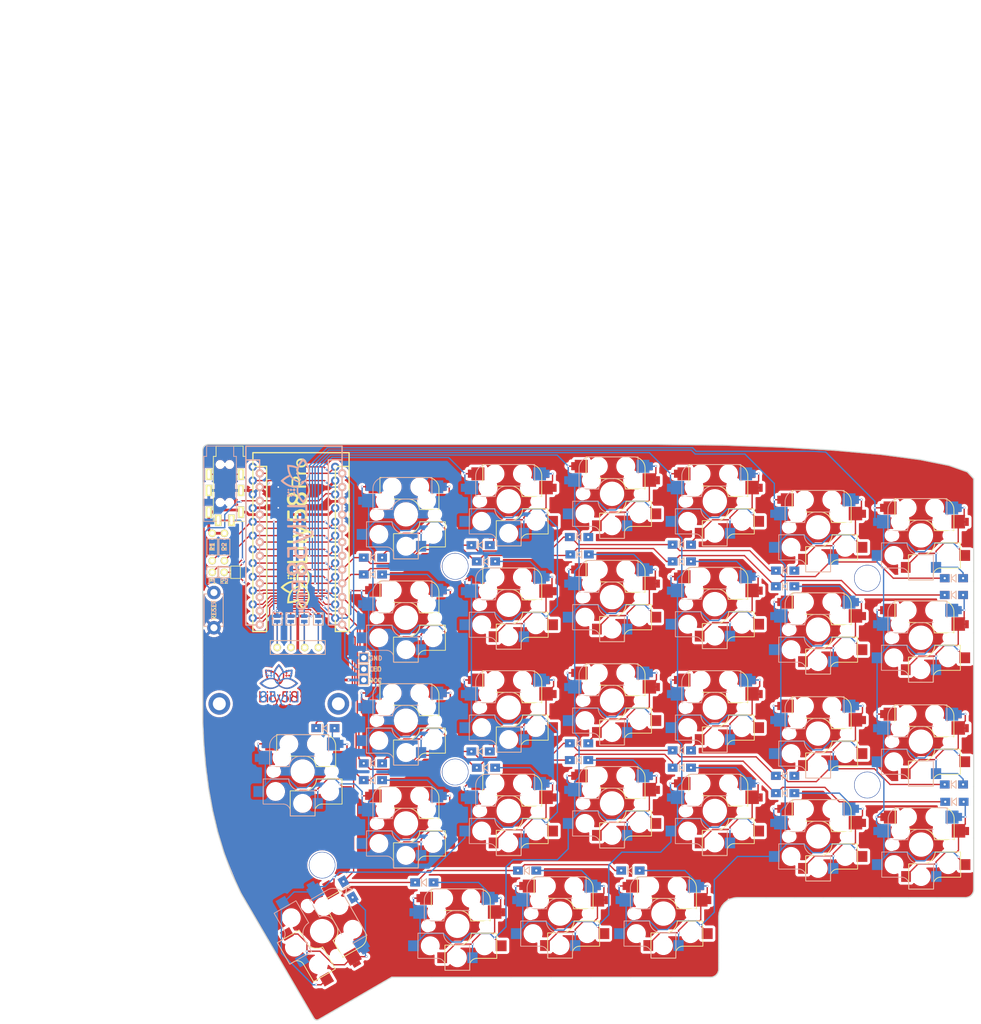
<source format=kicad_pcb>
(kicad_pcb (version 20221018) (generator pcbnew)
  (layers (0 "F.Cu" signal) (31 "B.Cu" signal) (34 "B.Paste" user) (35 "F.Paste" user) (36 "B.SilkS" user "B.Silkscreen") (37 "F.SilkS" user "F.Silkscreen") (38 "B.Mask" user) (39 "F.Mask" user) (44 "Edge.Cuts" user))
  (net 0 "")
  (net 1 "Net-(D1-Pad2)")
  (net 2 "row4")
  (net 3 "Net-(D2-Pad2)")
  (net 4 "Net-(D3-Pad2)")
  (net 5 "row0")
  (net 6 "Net-(D4-Pad2)")
  (net 7 "row1")
  (net 8 "Net-(D5-Pad2)")
  (net 9 "row2")
  (net 10 "Net-(D6-Pad2)")
  (net 11 "row3")
  (net 12 "Net-(D7-Pad2)")
  (net 13 "Net-(D8-Pad2)")
  (net 14 "Net-(D9-Pad2)")
  (net 15 "Net-(D10-Pad2)")
  (net 16 "Net-(D11-Pad2)")
  (net 17 "Net-(D12-Pad2)")
  (net 18 "Net-(D13-Pad2)")
  (net 19 "Net-(D14-Pad2)")
  (net 20 "Net-(D15-Pad2)")
  (net 21 "Net-(D16-Pad2)")
  (net 22 "Net-(D17-Pad2)")
  (net 23 "Net-(D18-Pad2)")
  (net 24 "Net-(D19-Pad2)")
  (net 25 "Net-(D20-Pad2)")
  (net 26 "Net-(D21-Pad2)")
  (net 27 "Net-(D22-Pad2)")
  (net 28 "Net-(D23-Pad2)")
  (net 29 "Net-(D24-Pad2)")
  (net 30 "Net-(D25-Pad2)")
  (net 31 "Net-(D26-Pad2)")
  (net 32 "Net-(D27-Pad2)")
  (net 33 "Net-(D28-Pad2)")
  (net 34 "VCC")
  (net 35 "GND")
  (net 36 "col0")
  (net 37 "col1")
  (net 38 "col2")
  (net 39 "col3")
  (net 40 "col4")
  (net 41 "col5")
  (net 42 "SDA")
  (net 43 "LED")
  (net 44 "SCL")
  (net 45 "RESET")
  (net 46 "Net-(D29-Pad2)")
  (net 47 "Net-(U1-Pad24)")
  (net 48 "Net-(U1-Pad20)")
  (net 49 "Net-(U1-Pad19)")
  (net 50 "Net-(U1-Pad7)")
  (net 51 "DATA")
  (net 52 "Net-(J2-Pad4)")
  (net 53 "Net-(J2-Pad3)")
  (net 54 "Net-(J3-Pad1)")
  (net 55 "Net-(J3-Pad2)")
  (net 56 "Net-(J3-Pad3)")
  (net 57 "Net-(J3-Pad4)")
  (footprint "Lily58-footprint:RESISTOR_mini" (layer "F.Cu") (at 84.688035 56.039272 -90)
    (fp_text reference "R1")
    (fp_text value "R" hide)
  )
  (footprint "Lily58-footprint:RESISTOR_mini" (layer "F.Cu") (at 86.938035 56.039272 -90)
    (fp_text reference "R2")
    (fp_text value "R" hide)
  )
  (footprint "Lily58-footprint:MJ-4PP-9" (layer "F.Cu") (at 87.9 39.3)
    (fp_text reference "J2" hide)
    (fp_text value "4PIN" hide)
  )
  (footprint "Lily58-footprint:1pin_conn" (layer "F.Cu") (at 84.7 60.7 180)
    (fp_text reference "P1")
    (fp_text value "i2c_pin" hide)
  )
  (footprint "Lily58-footprint:1pin_conn" (layer "F.Cu") (at 86.9 60.7 180)
    (fp_text reference "P2")
    (fp_text value "i2c_pin" hide)
  )
  (footprint "Lily58-footprint:HOLE_M2_TH" (layer "F.Cu") (at 129.6 59.6)
    (fp_text reference "TH3" hide)
    (fp_text value "HOLE" hide)
  )
  (footprint "Lily58-footprint:HOLE_M2_TH" (layer "F.Cu") (at 205.8 61.8)
    (fp_text reference "TH4" hide)
    (fp_text value "HOLE" hide)
  )
  (footprint "Lily58-footprint:HOLE_M2_TH" (layer "F.Cu") (at 129.6 97.6)
    (fp_text reference "TH5" hide)
    (fp_text value "HOLE" hide)
  )
  (footprint "Lily58-footprint:HOLE_M2_TH" (layer "F.Cu") (at 205.8 100)
    (fp_text reference "TH6" hide)
    (fp_text value "HOLE" hide)
  )
  (footprint "Lily58-footprint:HOLE_M2_TH" (layer "F.Cu") (at 105 114.8 90)
    (fp_text reference "TH7" hide)
    (fp_text value "HOLE" hide)
  )
  (footprint "Lily58-footprint:ProMicro_rev2" (layer "F.Cu") (at 101 56)
    (fp_text reference "U1" hide)
    (fp_text value "ProMicro" hide)
  )
  (footprint "Lily58-footprint:lily58_logo_Pro" (layer "F.Cu") (at 100.4 53.6 90)
    (fp_text reference "G***" hide)
    (fp_text value "LOGO" hide)
  )
  (footprint "Lily58-footprint:Jumper" (layer "F.Cu") (at 104.3 69.3 90)
    (fp_text reference "JP1" hide)
    (fp_text value "" hide)
  )
  (footprint "Lily58-footprint:Jumper" (layer "F.Cu") (at 101.7 69.3 90)
    (fp_text reference "JP2" hide)
    (fp_text value "" hide)
  )
  (footprint "Lily58-footprint:Jumper" (layer "F.Cu") (at 99.2 69.3 90)
    (fp_text reference "JP3" hide)
    (fp_text value "" hide)
  )
  (footprint "Lily58-footprint:TACT_SWITCH_TVBP06" (layer "F.Cu") (at 85 67.7 90)
    (fp_text reference "RSW1" hide)
    (fp_text value "SW_RST" hide)
  )
  (footprint "Lily58-footprint:jumper_data" (layer "F.Cu") (at 89 60.7 90)
    (fp_text reference "W1" hide)
    (fp_text value "jumper" hide)
  )
  (footprint "Lily58-footprint:Diode_SOD123" (layer "F.Cu") (at 114.4 58)
    (fp_text reference "D1" hide)
    (fp_text value "D" hide)
  )
  (footprint "Lily58-footprint:Diode_SOD123" (layer "F.Cu") (at 134.3 55.7)
    (fp_text reference "D2" hide)
    (fp_text value "D" hide)
  )
  (footprint "Lily58-footprint:Diode_SOD123" (layer "F.Cu") (at 152.5 54.2)
    (fp_text reference "D3" hide)
    (fp_text value "D" hide)
  )
  (footprint "Lily58-footprint:Diode_SOD123" (layer "F.Cu") (at 171.5 55.6)
    (fp_text reference "D4" hide)
    (fp_text value "D" hide)
  )
  (footprint "Lily58-footprint:Diode_SOD123" (layer "F.Cu") (at 190.6 60.4)
    (fp_text reference "D5" hide)
    (fp_text value "D" hide)
  )
  (footprint "Lily58-footprint:Diode_SOD123" (layer "F.Cu") (at 221.8 61.8)
    (fp_text reference "D6" hide)
    (fp_text value "D" hide)
  )
  (footprint "Lily58-footprint:Diode_SOD123" (layer "F.Cu") (at 114.4 61.1)
    (fp_text reference "D7" hide)
    (fp_text value "D" hide)
  )
  (footprint "Lily58-footprint:Diode_SOD123" (layer "F.Cu") (at 135.3 58.7)
    (fp_text reference "D8" hide)
    (fp_text value "D" hide)
  )
  (footprint "Lily58-footprint:Diode_SOD123" (layer "F.Cu") (at 152.6 57.4)
    (fp_text reference "D9" hide)
    (fp_text value "D" hide)
  )
  (footprint "Lily58-footprint:Diode_SOD123" (layer "F.Cu") (at 171.5 58.7)
    (fp_text reference "D10" hide)
    (fp_text value "D" hide)
  )
  (footprint "Lily58-footprint:Diode_SOD123" (layer "F.Cu") (at 190.6 63.3)
    (fp_text reference "D11" hide)
    (fp_text value "D" hide)
  )
  (footprint "Lily58-footprint:Diode_SOD123" (layer "F.Cu") (at 221.8 64.9)
    (fp_text reference "D12" hide)
    (fp_text value "D" hide)
  )
  (footprint "Lily58-footprint:Diode_SOD123" (layer "F.Cu") (at 114.4 96)
    (fp_text reference "D13" hide)
    (fp_text value "D" hide)
  )
  (footprint "Lily58-footprint:Diode_SOD123" (layer "F.Cu") (at 134.3 93.8)
    (fp_text reference "D14" hide)
    (fp_text value "D" hide)
  )
  (footprint "Lily58-footprint:Diode_SOD123" (layer "F.Cu") (at 152.5 92.3)
    (fp_text reference "D15" hide)
    (fp_text value "D" hide)
  )
  (footprint "Lily58-footprint:Diode_SOD123" (layer "F.Cu") (at 171.5 93.6)
    (fp_text reference "D16" hide)
    (fp_text value "D" hide)
  )
  (footprint "Lily58-footprint:Diode_SOD123" (layer "F.Cu") (at 190.6 98.3)
    (fp_text reference "D17" hide)
    (fp_text value "D" hide)
  )
  (footprint "Lily58-footprint:Diode_SOD123" (layer "F.Cu") (at 221.8 99.9)
    (fp_text reference "D18" hide)
    (fp_text value "D" hide)
  )
  (footprint "Lily58-footprint:Diode_SOD123" (layer "F.Cu") (at 114.4 99.1)
    (fp_text reference "D19" hide)
    (fp_text value "D" hide)
  )
  (footprint "Lily58-footprint:Diode_SOD123" (layer "F.Cu") (at 135.3 96.8)
    (fp_text reference "D20" hide)
    (fp_text value "D" hide)
  )
  (footprint "Lily58-footprint:Diode_SOD123" (layer "F.Cu") (at 152.5 95.4)
    (fp_text reference "D21" hide)
    (fp_text value "D" hide)
  )
  (footprint "Lily58-footprint:Diode_SOD123" (layer "F.Cu") (at 171.5 96.8)
    (fp_text reference "D22" hide)
    (fp_text value "D" hide)
  )
  (footprint "Lily58-footprint:Diode_SOD123" (layer "F.Cu") (at 190.6 101.5)
    (fp_text reference "D23" hide)
    (fp_text value "D" hide)
  )
  (footprint "Lily58-footprint:Diode_SOD123" (layer "F.Cu") (at 221.9 103.1)
    (fp_text reference "D24" hide)
    (fp_text value "D" hide)
  )
  (footprint "Lily58-footprint:Diode_SOD123" (layer "F.Cu") (at 105.6 89.5)
    (fp_text reference "D25" hide)
    (fp_text value "D" hide)
  )
  (footprint "Lily58-footprint:Diode_SOD123" (layer "F.Cu") (at 109.8 119.3 -60)
    (fp_text reference "D26" hide)
    (fp_text value "D" hide)
  )
  (footprint "Lily58-footprint:Diode_SOD123" (layer "F.Cu") (at 123.9 118)
    (fp_text reference "D27" hide)
    (fp_text value "D" hide)
  )
  (footprint "Lily58-footprint:Diode_SOD123" (layer "F.Cu") (at 142.9 115.8)
    (fp_text reference "D28" hide)
    (fp_text value "D" hide)
  )
  (footprint "Lily58-footprint:Diode_SOD123" (layer "F.Cu") (at 162 115.8)
    (fp_text reference "D29" hide)
    (fp_text value "D" hide)
  )
  (footprint "Lily58-footprint:CherryMX_KailhLowProfile_Hotswap_edge" (layer "F.Cu") (at 120.5 50)
    (fp_text reference "SW1" hide)
    (fp_text value "SW_PUSH" hide)
  )
  (footprint "Lily58-footprint:CherryMX_KailhLowProfile_Hotswap_edge" (layer "F.Cu") (at 139.5 47.6)
    (fp_text reference "SW2" hide)
    (fp_text value "SW_PUSH" hide)
  )
  (footprint "Lily58-footprint:CherryMX_KailhLowProfile_Hotswap_edge" (layer "F.Cu") (at 158.6 46.21)
    (fp_text reference "SW3" hide)
    (fp_text value "SW_PUSH" hide)
  )
  (footprint "Lily58-footprint:CherryMX_KailhLowProfile_Hotswap_edge" (layer "F.Cu") (at 177.6 47.6)
    (fp_text reference "SW4" hide)
    (fp_text value "SW_PUSH" hide)
  )
  (footprint "Lily58-footprint:CherryMX_KailhLowProfile_Hotswap_edge" (layer "F.Cu") (at 196.7 52.4)
    (fp_text reference "SW5" hide)
    (fp_text value "SW_PUSH" hide)
  )
  (footprint "Lily58-footprint:CherryMX_KailhLowProfile_Hotswap_edge" (layer "F.Cu") (at 215.7 53.9)
    (fp_text reference "SW6" hide)
    (fp_text value "SW_PUSH" hide)
  )
  (footprint "Lily58-footprint:CherryMX_KailhLowProfile_Hotswap_edge" (layer "F.Cu") (at 120.5 69.1)
    (fp_text reference "SW7" hide)
    (fp_text value "SW_PUSH" hide)
  )
  (footprint "Lily58-footprint:CherryMX_KailhLowProfile_Hotswap_edge" (layer "F.Cu") (at 139.5 66.7)
    (fp_text reference "SW8" hide)
    (fp_text value "SW_PUSH" hide)
  )
  (footprint "Lily58-footprint:CherryMX_KailhLowProfile_Hotswap_edge" (layer "F.Cu") (at 158.6 65.3)
    (fp_text reference "SW9" hide)
    (fp_text value "SW_PUSH" hide)
  )
  (footprint "Lily58-footprint:CherryMX_KailhLowProfile_Hotswap_edge" (layer "F.Cu") (at 177.6 66.6)
    (fp_text reference "SW10" hide)
    (fp_text value "SW_PUSH" hide)
  )
  (footprint "Lily58-footprint:CherryMX_KailhLowProfile_Hotswap_edge" (layer "F.Cu") (at 196.7 71.3)
    (fp_text reference "SW11" hide)
    (fp_text value "SW_PUSH" hide)
  )
  (footprint "Lily58-footprint:CherryMX_KailhLowProfile_Hotswap_edge" (layer "F.Cu") (at 215.7 72.8)
    (fp_text reference "SW12" hide)
    (fp_text value "SW_PUSH" hide)
  )
  (footprint "Lily58-footprint:CherryMX_KailhLowProfile_Hotswap_edge" (layer "F.Cu") (at 120.5 88.1)
    (fp_text reference "SW13" hide)
    (fp_text value "SW_PUSH" hide)
  )
  (footprint "Lily58-footprint:CherryMX_KailhLowProfile_Hotswap_edge" (layer "F.Cu") (at 139.5 85.7)
    (fp_text reference "SW14" hide)
    (fp_text value "SW_PUSH" hide)
  )
  (footprint "Lily58-footprint:CherryMX_KailhLowProfile_Hotswap_edge" (layer "F.Cu") (at 158.6 84.4)
    (fp_text reference "SW15" hide)
    (fp_text value "SW_PUSH" hide)
  )
  (footprint "Lily58-footprint:CherryMX_KailhLowProfile_Hotswap_edge" (layer "F.Cu") (at 177.6 85.7)
    (fp_text reference "SW16" hide)
    (fp_text value "SW_PUSH" hide)
  )
  (footprint "Lily58-footprint:CherryMX_KailhLowProfile_Hotswap_edge" (layer "F.Cu") (at 196.7 90.5)
    (fp_text reference "SW17" hide)
    (fp_text value "SW_PUSH" hide)
  )
  (footprint "Lily58-footprint:CherryMX_KailhLowProfile_Hotswap_edge" (layer "F.Cu") (at 215.7 92)
    (fp_text reference "SW18" hide)
    (fp_text value "SW_PUSH" hide)
  )
  (footprint "Lily58-footprint:CherryMX_KailhLowProfile_Hotswap_edge" (layer "F.Cu") (at 120.5 107.1)
    (fp_text reference "SW19" hide)
    (fp_text value "SW_PUSH" hide)
  )
  (footprint "Lily58-footprint:CherryMX_KailhLowProfile_Hotswap_edge" (layer "F.Cu") (at 139.5 104.8)
    (fp_text reference "SW20" hide)
    (fp_text value "SW_PUSH" hide)
  )
  (footprint "Lily58-footprint:CherryMX_KailhLowProfile_Hotswap_edge" (layer "F.Cu") (at 158.6 103.4)
    (fp_text reference "SW21" hide)
    (fp_text value "SW_PUSH" hide)
  )
  (footprint "Lily58-footprint:CherryMX_KailhLowProfile_Hotswap_edge" (layer "F.Cu") (at 177.6 104.8)
    (fp_text reference "SW22" hide)
    (fp_text value "SW_PUSH" hide)
  )
  (footprint "Lily58-footprint:CherryMX_KailhLowProfile_Hotswap_edge" (layer "F.Cu") (at 196.7 109.5)
    (fp_text reference "SW23" hide)
    (fp_text value "SW_PUSH" hide)
  )
  (footprint "Lily58-footprint:CherryMX_KailhLowProfile_Hotswap_edge" (layer "F.Cu") (at 215.75 111)
    (fp_text reference "SW24" hide)
    (fp_text value "SW_PUSH" hide)
  )
  (footprint "Lily58-footprint:CherryMX_KailhLowProfile_Hotswap_edge" (layer "F.Cu") (at 101.4 97.5)
    (fp_text reference "SW25" hide)
    (fp_text value "SW_PUSH" hide)
  )
  (footprint "Lily58-footprint:CherryMX_KailhLowProfile_Hotswap_edge" (layer "F.Cu") (at 105 127 -60)
    (fp_text reference "SW26" hide)
    (fp_text value "SW_PUSH" hide)
  )
  (footprint "Lily58-footprint:CherryMX_KailhLowProfile_Hotswap_edge" (layer "F.Cu") (at 130 126)
    (fp_text reference "SW27" hide)
    (fp_text value "SW_PUSH" hide)
  )
  (footprint "Lily58-footprint:CherryMX_KailhLowProfile_Hotswap_edge" (layer "F.Cu") (at 149 123.75)
    (fp_text reference "SW28" hide)
    (fp_text value "SW_PUSH" hide)
  )
  (footprint "Lily58-footprint:CherryMX_KailhLowProfile_Hotswap_edge" (layer "F.Cu") (at 168.1 123.75)
    (fp_text reference "SW29" hide)
    (fp_text value "SW_PUSH" hide)
  )
  (footprint "Lily58-footprint:M2_HOLE_PCB" (layer "F.Cu") (at 86 85)
    (fp_text reference "TH1" hide)
    (fp_text value "HOLE")
  )
  (footprint "Lily58-footprint:M2_HOLE_PCB" (layer "F.Cu") (at 108 85)
    (fp_text reference "TH2" hide)
    (fp_text value "HOLE")
  )
  (footprint "Lily58-footprint:Jumper" (layer "F.Cu") (at 96.7 69.3 90)
    (fp_text reference "JP4" hide)
    (fp_text value "" hide)
  )
  (footprint "Lily58-footprint:LED" (layer "F.Cu") (at 112.7 81.1 180)
    (fp_text reference "J1" hide)
    (fp_text value "LED" hide)
  )
  (footprint "Lily58-footprint:OLED_4Pin" (layer "F.Cu") (at 96.7 74.6)
    (fp_text reference "J3" hide)
    (fp_text value "OLED" hide)
  )
  (footprint "Lily58-footprint:lily58_logo_2" (layer "F.Cu") (at 97 81.5)
    (fp_text reference "G***" hide)
    (fp_text value "LOGO" hide)
  )
  (footprint "Lily58-footprint:Jumper" (layer "B.Cu") (at 101.7 69.3 90)
    (fp_text reference "JP6" hide)
    (fp_text value "" hide)
  )
  (footprint "Lily58-footprint:Jumper" (layer "B.Cu") (at 99.2 69.3 90)
    (fp_text reference "JP7" hide)
    (fp_text value "" hide)
  )
  (footprint "Lily58-footprint:Jumper" (layer "B.Cu") (at 96.7 69.3 90)
    (fp_text reference "JP8" hide)
    (fp_text value "" hide)
  )
  (footprint "Lily58-footprint:Jumper" (layer "B.Cu") (at 104.3 69.3 90)
    (fp_text reference "JP5" hide)
    (fp_text value "" hide)
  )
  (footprint "Lily58-footprint:lily58_logo_Pro" (layer "B.Cu") (at 100.4 53.7 -90)
    (fp_text reference "G***" hide)
    (fp_text value "LOGO" hide)
  )
  (footprint "Lily58-footprint:lily58_logo_2" (layer "B.Cu") (at 97 81.5 180)
    (fp_text reference "G***" hide)
    (fp_text value "LOGO" hide)
  )
  (gr_line (start 225.429552 119.592231) (end 225.342217 119.873887) (stroke (width 0.2)) (layer "Edge.Cuts"))
  (gr_line (start 187.086929 120.789735) (end 192.354511 120.789735) (stroke (width 0.2)) (layer "Edge.Cuts"))
  (gr_line (start 169.449826 135.511658) (end 176.819348 135.511658) (stroke (width 0.2)) (layer "Edge.Cuts"))
  (gr_line (start 104.288864 143.357278) (end 104.456758 143.271756) (stroke (width 0.2)) (layer "Edge.Cuts"))
  (gr_line (start 112.83523 138.421062) (end 114.510925 137.450923) (stroke (width 0.2)) (layer "Edge.Cuts"))
  (gr_line (start 225.204001 120.128696) (end 225.020912 120.350648) (stroke (width 0.2)) (layer "Edge.Cuts"))
  (gr_line (start 83.117409 37.549489) (end 83.24557 37.394123) (stroke (width 0.2)) (layer "Edge.Cuts"))
  (gr_line (start 178.319348 124.289735) (end 178.319348 125.507775) (stroke (width 0.2)) (layer "Edge.Cuts"))
  (gr_line (start 178.201565 134.59581) (end 178.063349 134.850619) (stroke (width 0.2)) (layer "Edge.Cuts"))
  (gr_line (start 189.919538 37.585374) (end 178.989563 37.215654) (stroke (width 0.2)) (layer "Edge.Cuts"))
  (gr_line (start 156.843047 37.086762) (end 146.435213 37.086762) (stroke (width 0.2)) (layer "Edge.Cuts"))
  (gr_line (start 86.863105 112.53067) (end 88.291758 116.318073) (stroke (width 0.2)) (layer "Edge.Cuts"))
  (gr_line (start 85.688004 108.649127) (end 86.863105 112.53067) (stroke (width 0.2)) (layer "Edge.Cuts"))
  (gr_line (start 154.710782 135.511658) (end 162.080304 135.511658) (stroke (width 0.2)) (layer "Edge.Cuts"))
  (gr_line (start 178.319348 126.725814) (end 178.319348 127.943854) (stroke (width 0.2)) (layer "Edge.Cuts"))
  (gr_line (start 225.46 109.808112) (end 225.46 119.289735) (stroke (width 0.2)) (layer "Edge.Cuts"))
  (gr_line (start 178.319348 130.379933) (end 178.319348 131.597973) (stroke (width 0.2)) (layer "Edge.Cuts"))
  (gr_line (start 117.863173 135.511658) (end 125.232695 135.511658) (stroke (width 0.2)) (layer "Edge.Cuts"))
  (gr_line (start 220.889319 40.963847) (end 215.525697 39.885159) (stroke (width 0.2)) (layer "Edge.Cuts"))
  (gr_line (start 136.027379 37.086762) (end 125.619545 37.086762) (stroke (width 0.2)) (layer "Edge.Cuts"))
  (gr_line (start 225.46 43.436755) (end 225.46 52.918378) (stroke (width 0.2)) (layer "Edge.Cuts"))
  (gr_line (start 83.776462 37.108075) (end 83.98821 37.086762) (stroke (width 0.2)) (layer "Edge.Cuts"))
  (gr_line (start 146.435213 37.086762) (end 136.027379 37.086762) (stroke (width 0.2)) (layer "Edge.Cuts"))
  (gr_line (start 83.400937 37.265961) (end 83.579303 37.16921) (stroke (width 0.2)) (layer "Edge.Cuts"))
  (gr_line (start 82.937528 69.671429) (end 82.937528 63.364495) (stroke (width 0.2)) (layer "Edge.Cuts"))
  (gr_line (start 104.130206 143.404468) (end 104.288864 143.357278) (stroke (width 0.2)) (layer "Edge.Cuts"))
  (gr_line (start 178.288901 134.314154) (end 178.201565 134.59581) (stroke (width 0.2)) (layer "Edge.Cuts"))
  (gr_line (start 178.319348 129.161894) (end 178.319348 130.379933) (stroke (width 0.2)) (layer "Edge.Cuts"))
  (gr_line (start 103.491837 143.08815) (end 103.597295 143.222884) (stroke (width 0.2)) (layer "Edge.Cuts"))
  (gr_line (start 83.13569 92.617561) (end 83.490297 96.657663) (stroke (width 0.2)) (layer "Edge.Cuts"))
  (gr_line (start 224.262495 120.759288) (end 223.959999 120.789735) (stroke (width 0.2)) (layer "Edge.Cuts"))
  (gr_line (start 109.483841 140.36134) (end 111.159536 139.391201) (stroke (width 0.2)) (layer "Edge.Cuts"))
  (gr_line (start 218.692418 120.789735) (end 223.959999 120.789735) (stroke (width 0.2)) (layer "Edge.Cuts"))
  (gr_line (start 98.371341 134.32002) (end 100.047036 137.18634) (stroke (width 0.2)) (layer "Edge.Cuts"))
  (gr_line (start 179.343884 121.814271) (end 179.861773 121.387065) (stroke (width 0.2)) (layer "Edge.Cuts"))
  (gr_line (start 181.819348 120.789735) (end 187.086929 120.789735) (stroke (width 0.2)) (layer "Edge.Cuts"))
  (gr_line (start 178.319348 132.816013) (end 178.319348 134.011658) (stroke (width 0.2)) (layer "Edge.Cuts"))
  (gr_line (start 88.291758 116.318073) (end 89.993333 119.98954) (stroke (width 0.2)) (layer "Edge.Cuts"))
  (gr_line (start 82.937528 63.364495) (end 82.937528 57.057562) (stroke (width 0.2)) (layer "Edge.Cuts"))
  (gr_line (start 107.808147 141.331479) (end 109.483841 140.36134) (stroke (width 0.2)) (layer "Edge.Cuts"))
  (gr_line (start 83.490297 96.657663) (end 84.020972 100.690825) (stroke (width 0.2)) (layer "Edge.Cuts"))
  (gr_line (start 82.937528 50.750629) (end 82.937528 44.443695) (stroke (width 0.2)) (layer "Edge.Cuts"))
  (gr_line (start 225.342217 119.873887) (end 225.204001 120.128696) (stroke (width 0.2)) (layer "Edge.Cuts"))
  (gr_line (start 213.424836 120.789735) (end 218.692418 120.789735) (stroke (width 0.2)) (layer "Edge.Cuts"))
  (gr_line (start 180.456326 121.064561) (end 181.113524 120.860778) (stroke (width 0.2)) (layer "Edge.Cuts"))
  (gr_line (start 178.319348 127.943854) (end 178.319348 129.161894) (stroke (width 0.2)) (layer "Edge.Cuts"))
  (gr_line (start 106.132452 142.301617) (end 107.808147 141.331479) (stroke (width 0.2)) (layer "Edge.Cuts"))
  (gr_line (start 225.46 43.436755) (end 224.278471 42.15619) (stroke (width 0.2)) (layer "Edge.Cuts"))
  (gr_line (start 178.319348 131.597973) (end 178.319348 132.816013) (stroke (width 0.2)) (layer "Edge.Cuts"))
  (gr_line (start 103.398425 142.918979) (end 103.491837 143.08815) (stroke (width 0.2)) (layer "Edge.Cuts"))
  (gr_line (start 104.803877 37.086762) (end 94.396044 37.086762) (stroke (width 0.2)) (layer "Edge.Cuts"))
  (gr_line (start 197.622092 120.789735) (end 202.889673 120.789735) (stroke (width 0.2)) (layer "Edge.Cuts"))
  (gr_line (start 192.354511 120.789735) (end 197.622092 120.789735) (stroke (width 0.2)) (layer "Edge.Cuts"))
  (gr_line (start 82.937528 44.443695) (end 82.937528 38.136762) (stroke (width 0.2)) (layer "Edge.Cuts"))
  (gr_line (start 82.937528 75.978362) (end 82.937528 69.671429) (stroke (width 0.2)) (layer "Edge.Cuts"))
  (gr_line (start 177.121844 135.481211) (end 176.819348 135.511658) (stroke (width 0.2)) (layer "Edge.Cuts"))
  (gr_line (start 162.080304 135.511658) (end 169.449826 135.511658) (stroke (width 0.2)) (layer "Edge.Cuts"))
  (gr_line (start 225.459999 119.289735) (end 225.429552 119.592231) (stroke (width 0.2)) (layer "Edge.Cuts"))
  (gr_line (start 103.597295 143.222884) (end 103.714328 143.322532) (stroke (width 0.2)) (layer "Edge.Cuts"))
  (gr_line (start 125.619545 37.086762) (end 115.211711 37.086762) (stroke (width 0.2)) (layer "Edge.Cuts"))
  (gr_line (start 83.020657 37.727855) (end 83.117409 37.549489) (stroke (width 0.2)) (layer "Edge.Cuts"))
  (gr_line (start 82.937528 57.057562) (end 82.937528 50.750629) (stroke (width 0.2)) (layer "Edge.Cuts"))
  (gr_line (start 83.579303 37.16921) (end 83.776462 37.108075) (stroke (width 0.2)) (layer "Edge.Cuts"))
  (gr_line (start 208.157255 120.789735) (end 213.424836 120.789735) (stroke (width 0.2)) (layer "Edge.Cuts"))
  (gr_line (start 139.971738 135.511658) (end 147.34126 135.511658) (stroke (width 0.2)) (layer "Edge.Cuts"))
  (gr_line (start 178.390391 123.583911) (end 178.594174 122.926713) (stroke (width 0.2)) (layer "Edge.Cuts"))
  (gr_line (start 83.24557 37.394123) (end 83.400937 37.265961) (stroke (width 0.2)) (layer "Edge.Cuts"))
  (gr_line (start 96.695647 131.453701) (end 98.371341 134.32002) (stroke (width 0.2)) (layer "Edge.Cuts"))
  (gr_line (start 177.658308 135.25566) (end 177.4035 135.393876) (stroke (width 0.2)) (layer "Edge.Cuts"))
  (gr_line (start 225.46 52.918378) (end 225.46 62.4) (stroke (width 0.2)) (layer "Edge.Cuts"))
  (gr_line (start 94.396044 37.086762) (end 83.98821 37.086762) (stroke (width 0.2)) (layer "Edge.Cuts"))
  (gr_line (start 178.594174 122.926713) (end 178.916678 122.33216) (stroke (width 0.2)) (layer "Edge.Cuts"))
  (gr_line (start 84.020972 100.690825) (end 84.747083 104.695246) (stroke (width 0.2)) (layer "Edge.Cuts"))
  (gr_line (start 125.232695 135.511658) (end 132.602217 135.511658) (stroke (width 0.2)) (layer "Edge.Cuts"))
  (gr_line (start 111.159536 139.391201) (end 112.83523 138.421062) (stroke (width 0.2)) (layer "Edge.Cuts"))
  (gr_line (start 82.93821 38.136762) (end 82.959523 37.925015) (stroke (width 0.2)) (layer "Edge.Cuts"))
  (gr_line (start 178.319348 124.289735) (end 178.390391 123.583911) (stroke (width 0.2)) (layer "Edge.Cuts"))
  (gr_line (start 100.047036 137.18634) (end 101.72273 140.052659) (stroke (width 0.2)) (layer "Edge.Cuts"))
  (gr_line (start 202.889673 120.789735) (end 208.157255 120.789735) (stroke (width 0.2)) (layer "Edge.Cuts"))
  (gr_line (start 225.46 90.844867) (end 225.46 100.32649) (stroke (width 0.2)) (layer "Edge.Cuts"))
  (gr_line (start 178.916678 122.33216) (end 179.343884 121.814271) (stroke (width 0.2)) (layer "Edge.Cuts"))
  (gr_line (start 178.063349 134.850619) (end 177.880261 135.072571) (stroke (width 0.2)) (layer "Edge.Cuts"))
  (gr_line (start 177.880261 135.072571) (end 177.658308 135.25566) (stroke (width 0.2)) (layer "Edge.Cuts"))
  (gr_line (start 224.79896 120.533736) (end 224.544152 120.671952) (stroke (width 0.2)) (layer "Edge.Cuts"))
  (gr_line (start 179.861773 121.387065) (end 180.456326 121.064561) (stroke (width 0.2)) (layer "Edge.Cuts"))
  (gr_line (start 208.420758 38.945561) (end 199.807654 38.170488) (stroke (width 0.2)) (layer "Edge.Cuts"))
  (gr_line (start 114.510925 137.450923) (end 116.186619 136.480784) (stroke (width 0.2)) (layer "Edge.Cuts"))
  (gr_line (start 215.525697 39.885159) (end 208.420758 38.945561) (stroke (width 0.2)) (layer "Edge.Cuts"))
  (gr_line (start 224.278471 42.15619) (end 220.889319 40.963847) (stroke (width 0.2)) (layer "Edge.Cuts"))
  (gr_line (start 93.344258 125.721062) (end 95.019952 128.587381) (stroke (width 0.2)) (layer "Edge.Cuts"))
  (gr_line (start 91.668563 122.854742) (end 93.344258 125.721062) (stroke (width 0.2)) (layer "Edge.Cuts"))
  (gr_line (start 103.714328 143.322532) (end 103.84247 143.386445) (stroke (width 0.2)) (layer "Edge.Cuts"))
  (gr_line (start 82.959523 37.925015) (end 83.020657 37.727855) (stroke (width 0.2)) (layer "Edge.Cuts"))
  (gr_line (start 178.989563 37.215654) (end 167.250881 37.086762) (stroke (width 0.2)) (layer "Edge.Cuts"))
  (gr_line (start 225.46 100.32649) (end 225.46 109.808112) (stroke (width 0.2)) (layer "Edge.Cuts"))
  (gr_line (start 167.250881 37.086762) (end 156.843047 37.086762) (stroke (width 0.2)) (layer "Edge.Cuts"))
  (gr_line (start 224.544152 120.671952) (end 224.262495 120.759288) (stroke (width 0.2)) (layer "Edge.Cuts"))
  (gr_line (start 225.46 81.363245) (end 225.46 90.844867) (stroke (width 0.2)) (layer "Edge.Cuts"))
  (gr_line (start 225.46 71.881623) (end 225.46 81.363245) (stroke (width 0.2)) (layer "Edge.Cuts"))
  (gr_line (start 95.019952 128.587381) (end 96.695647 131.453701) (stroke (width 0.2)) (layer "Edge.Cuts"))
  (gr_line (start 199.807654 38.170488) (end 189.919538 37.585374) (stroke (width 0.2)) (layer "Edge.Cuts"))
  (gr_line (start 82.937528 82.285296) (end 82.937528 75.978362) (stroke (width 0.2)) (layer "Edge.Cuts"))
  (gr_line (start 225.46 62.4) (end 225.46 71.881623) (stroke (width 0.2)) (layer "Edge.Cuts"))
  (gr_line (start 82.937528 88.592229) (end 82.937528 82.285296) (stroke (width 0.2)) (layer "Edge.Cuts"))
  (gr_line (start 178.319348 134.011658) (end 178.288901 134.314154) (stroke (width 0.2)) (layer "Edge.Cuts"))
  (gr_line (start 181.113524 120.860778) (end 181.819348 120.789735) (stroke (width 0.2)) (layer "Edge.Cuts"))
  (gr_line (start 147.34126 135.511658) (end 154.710782 135.511658) (stroke (width 0.2)) (layer "Edge.Cuts"))
  (gr_line (start 104.456758 143.271756) (end 106.132452 142.301617) (stroke (width 0.2)) (layer "Edge.Cuts"))
  (gr_line (start 89.992869 119.988423) (end 91.668563 122.854742) (stroke (width 0.2)) (layer "Edge.Cuts"))
  (gr_line (start 116.186619 136.480784) (end 117.862313 135.510645) (stroke (width 0.2)) (layer "Edge.Cuts"))
  (gr_line (start 177.4035 135.393876) (end 177.121844 135.481211) (stroke (width 0.2)) (layer "Edge.Cuts"))
  (gr_line (start 101.72273 140.052659) (end 103.398425 142.918979) (stroke (width 0.2)) (layer "Edge.Cuts"))
  (gr_line (start 115.211711 37.086762) (end 104.803877 37.086762) (stroke (width 0.2)) (layer "Edge.Cuts"))
  (gr_line (start 84.747083 104.695246) (end 85.688004 108.649127) (stroke (width 0.2)) (layer "Edge.Cuts"))
  (gr_line (start 82.937777 88.592317) (end 83.13569 92.617561) (stroke (width 0.2)) (layer "Edge.Cuts"))
  (gr_line (start 103.84247 143.386445) (end 103.981252 143.413974) (stroke (width 0.2)) (layer "Edge.Cuts"))
  (gr_line (start 132.602217 135.511658) (end 139.971738 135.511658) (stroke (width 0.2)) (layer "Edge.Cuts"))
  (gr_line (start 103.981252 143.413974) (end 104.130206 143.404468) (stroke (width 0.2)) (layer "Edge.Cuts"))
  (gr_line (start 225.020912 120.350648) (end 224.79896 120.533736) (stroke (width 0.2)) (layer "Edge.Cuts"))
  (gr_line (start 178.319348 125.507775) (end 178.319348 126.725814) (stroke (width 0.2)) (layer "Edge.Cuts"))
  (segment (start 122.875728 53.5) (end 123.299992 53.5) (width 0.25) (layer "F.Cu") (net 1))
  (segment (start 129 47.5) (end 127.44 47.5) (width 0.25) (layer "F.Cu") (net 1))
  (segment (start 120 53.5) (end 122.875728 53.5) (width 0.25) (layer "F.Cu") (net 1))
  (segment (start 117.7 55.8) (end 120 53.5) (width 0.25) (layer "F.Cu") (net 1))
  (segment (start 127.44 47.5) (end 127.4 47.46) (width 0.25) (layer "F.Cu") (net 1))
  (segment (start 117.7 56) (end 116.1 57.6) (width 0.25) (layer "F.Cu") (net 1))
  (segment (start 127.2 51.4) (end 124.975728 51.4) (width 0.25) (layer "F.Cu") (net 1))
  (segment (start 127.4 51.2) (end 127.2 51.4) (width 0.25) (layer "F.Cu") (net 1))
  (segment (start 127.4 47.46) (end 127.4 51.2) (width 0.25) (layer "F.Cu") (net 1))
  (segment (start 128.5 44.9) (end 128.5 46.36) (width 0.25) (layer "F.Cu") (net 1))
  (segment (start 117.7 55.9) (end 117.7 55.8) (width 0.25) (layer "F.Cu") (net 1))
  (segment (start 123.299992 53.075736) (end 123.299992 53.5) (width 0.25) (layer "F.Cu") (net 1))
  (segment (start 117.7 55.9) (end 117.7 56) (width 0.25) (layer "F.Cu") (net 1))
  (segment (start 116.1 57.6) (end 116.1 58) (width 0.25) (layer "F.Cu") (net 1))
  (segment (start 128.5 46.36) (end 127.4 47.46) (width 0.25) (layer "F.Cu") (net 1))
  (segment (start 124.975728 51.4) (end 123.299992 53.075736) (width 0.25) (layer "F.Cu") (net 1))
  (via (at 128.5 44.9) (size 0.4) (drill 0.3) (layers "F.Cu" "B.Cu") (net 1))
  (via (at 123.299992 53.5) (size 0.4) (drill 0.3) (layers "F.Cu" "B.Cu") (net 1))
  (segment (start 123.3 53.500008) (end 123.299992 53.5) (width 0.25) (layer "B.Cu") (net 1))
  (segment (start 126.1 44.92) (end 127.68 44.92) (width 0.25) (layer "B.Cu") (net 1))
  (segment (start 123.3 55.9) (end 123.3 53.500008) (width 0.25) (layer "B.Cu") (net 1))
  (segment (start 127.68 44.92) (end 127.7 44.9) (width 0.25) (layer "B.Cu") (net 1))
  (segment (start 127.7 44.9) (end 128.5 44.9) (width 0.25) (layer "B.Cu") (net 1))
  (segment (start 105.300001 67.100001) (end 105.300001 67.100001) (width 0.25) (layer "F.Cu") (net 2))
  (segment (start 122.2 118) (end 109.122243 118) (width 0.25) (layer "F.Cu") (net 2))
  (segment (start 94.8 67.14097) (end 95.940948 66.000022) (width 0.25) (layer "F.Cu") (net 2))
  (segment (start 109.122243 118) (end 108.95 117.827757) (width 0.25) (layer "F.Cu") (net 2))
  (segment (start 110.825001 87.574999) (end 110.825001 88.9) (width 0.25) (layer "F.Cu") (net 2))
  (segment (start 141.2 115.8) (end 124.55 115.8) (width 0.25) (layer "F.Cu") (net 2))
  (segment (start 110.2 88.2) (end 110.825001 87.574999) (width 0.25) (layer "F.Cu") (net 2))
  (segment (start 160.3 115.8) (end 159.15 115.8) (width 0.25) (layer "F.Cu") (net 2))
  (segment (start 110.6 87.349998) (end 110.6 74.718176) (width 0.25) (layer "F.Cu") (net 2))
  (segment (start 110.825001 115.952756) (end 110.825001 88.9) (width 0.25) (layer "F.Cu") (net 2))
  (segment (start 124.55 115.8) (end 122.35 118) (width 0.25) (layer "F.Cu") (net 2))
  (segment (start 122.35 118) (end 122.2 118) (width 0.25) (layer "F.Cu") (net 2))
  (segment (start 108.95 117.827757) (end 110.825001 115.952756) (width 0.25) (layer "F.Cu") (net 2))
  (segment (start 93.83 69.17) (end 94.8 68.2) (width 0.25) (layer "F.Cu") (net 2))
  (segment (start 142.425001 114.724999) (end 141.35 115.8) (width 0.25) (layer "F.Cu") (net 2))
  (segment (start 104.255686 66.000022) (end 105.127834 66.87217) (width 0.25) (layer "F.Cu") (net 2))
  (segment (start 103.9 89.5) (end 103.9 88.5) (width 0.25) (layer "F.Cu") (net 2))
  (segment (start 141.35 115.8) (end 141.2 115.8) (width 0.25) (layer "F.Cu") (net 2))
  (segment (start 105.127834 66.87217) (end 105.327833 67.072169) (width 0.25) (layer "F.Cu") (net 2))
  (segment (start 111.1 74.218176) (end 111.1 72.74693) (width 0.25) (layer "F.Cu") (net 2))
  (segment (start 110.6 74.718176) (end 111.1 74.218176) (width 0.25) (layer "F.Cu") (net 2))
  (segment (start 111.1 72.74693) (end 108.718815 70.365745) (width 0.25) (layer "F.Cu") (net 2))
  (segment (start 158.074999 114.724999) (end 142.425001 114.724999) (width 0.25) (layer "F.Cu") (net 2))
  (segment (start 103.9 88.5) (end 104.2 88.2) (width 0.25) (layer "F.Cu") (net 2))
  (segment (start 94.8 68.2) (end 94.8 67.14097) (width 0.25) (layer "F.Cu") (net 2))
  (segment (start 104.2 88.2) (end 110.2 88.2) (width 0.25) (layer "F.Cu") (net 2))
  (segment (start 159.15 115.8) (end 158.074999 114.724999) (width 0.25) (layer "F.Cu") (net 2))
  (segment (start 92.18 69.17) (end 93.83 69.17) (width 0.25) (layer "F.Cu") (net 2))
  (segment (start 110.825001 88.9) (end 110.825001 88.825001) (width 0.25) (layer "F.Cu") (net 2))
  (segment (start 110.825001 87.574999) (end 110.6 87.349998) (width 0.25) (layer "F.Cu") (net 2))
  (segment (start 95.940948 66.000022) (end 104.255686 66.000022) (width 0.25) (layer "F.Cu") (net 2))
  (via (at 105.327833 67.072169) (size 0.4) (drill 0.3) (layers "F.Cu" "B.Cu") (net 2))
  (segment (start 105.527832 67.272168) (end 105.327833 67.072169) (width 0.25) (layer "B.Cu") (net 2))
  (segment (start 108.77 70.37) (end 106.77 70.37) (width 0.25) (layer "B.Cu") (net 2))
  (segment (start 106.2 67.944336) (end 105.527832 67.272168) (width 0.25) (layer "B.Cu") (net 2))
  (segment (start 106.77 70.37) (end 106.2 69.8) (width 0.25) (layer "B.Cu") (net 2))
  (segment (start 106.2 69.8) (end 106.2 67.944336) (width 0.25) (layer "B.Cu") (net 2))
  (segment (start 139.100006 50.999994) (end 141.875736 50.999994) (width 0.25) (layer "F.Cu") (net 3))
  (segment (start 148 45.1) (end 146.44 45.1) (width 0.25) (layer "F.Cu") (net 3))
  (segment (start 141.875736 50.999994) (end 142.3 50.999994) (width 0.25) (layer "F.Cu") (net 3))
  (segment (start 146.4 45.06) (end 146.4 48.8) (width 0.25) (layer "F.Cu") (net 3))
  (segment (start 136.7 53.5) (end 136.7 53.6) (width 0.25) (layer "F.Cu") (net 3))
  (segment (start 146.4 48.8) (end 146.2 49) (width 0.25) (layer "F.Cu") (net 3))
  (segment (start 136.7 53.4) (end 139.100006 50.999994) (width 0.25) (layer "F.Cu") (net 3))
  (segment (start 136.7 53.5) (end 136.7 55) (width 0.25) (layer "F.Cu") (net 3))
  (segment (start 142.3 50.57573) (end 142.3 50.999994) (width 0.25) (layer "F.Cu") (net 3))
  (segment (start 136.7 55) (end 136 55.7) (width 0.25) (layer "F.Cu") (net 3))
  (segment (start 147.6 43.86) (end 146.4 45.06) (width 0.25) (layer "F.Cu") (net 3))
  (segment (start 146.44 45.1) (end 146.4 45.06) (width 0.25) (layer "F.Cu") (net 3))
  (segment (start 143.87573 49) (end 142.3 50.57573) (width 0.25) (layer "F.Cu") (net 3))
  (segment (start 147.6 42.5) (end 147.6 43.86) (width 0.25) (layer "F.Cu") (net 3))
  (segment (start 146.2 49) (end 143.87573 49) (width 0.25) (layer "F.Cu") (net 3))
  (via (at 147.6 42.5) (size 0.4) (drill 0.3) (layers "F.Cu" "B.Cu") (net 3))
  (via (at 142.3 50.999994) (size 0.4) (drill 0.3) (layers "F.Cu" "B.Cu") (net 3))
  (segment (start 146.68 42.52) (end 146.7 42.5) (width 0.25) (layer "B.Cu") (net 3))
  (segment (start 146.7 42.5) (end 147.6 42.5) (width 0.25) (layer "B.Cu") (net 3))
  (segment (start 145.1 42.52) (end 146.68 42.52) (width 0.25) (layer "B.Cu") (net 3))
  (segment (start 142.3 53.5) (end 142.3 50.999994) (width 0.25) (layer "B.Cu") (net 3))
  (segment (start 165.5 43.66) (end 165.5 47.4) (width 0.25) (layer "F.Cu") (net 4))
  (segment (start 154.2 53.81) (end 154.2 54.2) (width 0.25) (layer "F.Cu") (net 4))
  (segment (start 167.1 43.71) (end 165.54 43.71) (width 0.25) (layer "F.Cu") (net 4))
  (segment (start 165.3 47.6) (end 162.975736 47.6) (width 0.25) (layer "F.Cu") (net 4))
  (segment (start 161.4 49.175736) (end 161.4 49.6) (width 0.25) (layer "F.Cu") (net 4))
  (segment (start 166.7 42.47) (end 165.5 43.67) (width 0.25) (layer "F.Cu") (net 4))
  (segment (start 165.5 47.4) (end 165.3 47.6) (width 0.25) (layer "F.Cu") (net 4))
  (segment (start 155.8 52) (end 158.2 49.6) (width 0.25) (layer "F.Cu") (net 4))
  (segment (start 166.7 41.1) (end 166.7 42.47) (width 0.25) (layer "F.Cu") (net 4))
  (segment (start 160.975736 49.6) (end 161.4 49.6) (width 0.25) (layer "F.Cu") (net 4))
  (segment (start 155.8 52.21) (end 154.2 53.81) (width 0.25) (layer "F.Cu") (net 4))
  (segment (start 165.54 43.71) (end 165.5 43.67) (width 0.25) (layer "F.Cu") (net 4))
  (segment (start 158.2 49.6) (end 160.975736 49.6) (width 0.25) (layer "F.Cu") (net 4))
  (segment (start 162.975736 47.6) (end 161.4 49.175736) (width 0.25) (layer "F.Cu") (net 4))
  (segment (start 155.8 52.11) (end 155.8 52.21) (width 0.25) (layer "F.Cu") (net 4))
  (via (at 161.4 49.6) (size 0.4) (drill 0.3) (layers "F.Cu" "B.Cu") (net 4))
  (via (at 166.7 41.1) (size 0.4) (drill 0.3) (layers "F.Cu" "B.Cu") (net 4))
  (segment (start 164.2 41.13) (end 165.78 41.13) (width 0.25) (layer "B.Cu") (net 4))
  (segment (start 161.4 50.024264) (end 161.4 49.6) (width 0.25) (layer "B.Cu") (net 4))
  (segment (start 166.69 41.11) (end 166.7 41.1) (width 0.25) (layer "B.Cu") (net 4))
  (segment (start 165.8 41.11) (end 166.69 41.11) (width 0.25) (layer "B.Cu") (net 4))
  (segment (start 165.78 41.13) (end 165.8 41.11) (width 0.25) (layer "B.Cu") (net 4))
  (segment (start 161.4 52.1) (end 161.4 50.024264) (width 0.25) (layer "B.Cu") (net 4))
  (segment (start 152.3 55.6) (end 152.3 55.55) (width 0.25) (layer "F.Cu") (net 5))
  (segment (start 92.18 59.01) (end 105.69 59.01) (width 0.25) (layer "F.Cu") (net 5))
  (segment (start 220.1 61.8) (end 210.6 61.8) (width 0.25) (layer "F.Cu") (net 5))
  (segment (start 169.8 55.6) (end 152.3 55.6) (width 0.25) (layer "F.Cu") (net 5))
  (segment (start 198.901002 58.8) (end 196.201002 61.5) (width 0.25) (layer "F.Cu") (net 5))
  (segment (start 113.925001 59.075001) (end 112.85 58) (width 0.25) (layer "F.Cu") (net 5))
  (segment (start 110.92456 58) (end 108.718815 60.205745) (width 0.25) (layer "F.Cu") (net 5))
  (segment (start 150.8 54.2) (end 149.65 54.2) (width 0.25) (layer "F.Cu") (net 5))
  (segment (start 123.401002 55.7) (end 120.026001 59.075001) (width 0.25) (layer "F.Cu") (net 5))
  (segment (start 132.6 55.7) (end 123.401002 55.7) (width 0.25) (layer "F.Cu") (net 5))
  (segment (start 147.074999 56.775001) (end 133.825001 56.775001) (width 0.25) (layer "F.Cu") (net 5))
  (segment (start 188.9 60.4) (end 187.75 60.4) (width 0.25) (layer "F.Cu") (net 5))
  (segment (start 171.1 56.7) (end 170 55.6) (width 0.25) (layer "F.Cu") (net 5))
  (segment (start 170 55.6) (end 169.8 55.6) (width 0.25) (layer "F.Cu") (net 5))
  (segment (start 112.85 58) (end 112.7 58) (width 0.25) (layer "F.Cu") (net 5))
  (segment (start 132.75 55.7) (end 132.6 55.7) (width 0.25) (layer "F.Cu") (net 5))
  (segment (start 120.026001 59.075001) (end 113.925001 59.075001) (width 0.25) (layer "F.Cu") (net 5))
  (segment (start 112.7 58) (end 110.92456 58) (width 0.25) (layer "F.Cu") (net 5))
  (segment (start 190.2 61.5) (end 189.1 60.4) (width 0.25) (layer "F.Cu") (net 5))
  (segment (start 196.201002 61.5) (end 190.2 61.5) (width 0.25) (layer "F.Cu") (net 5))
  (segment (start 189.1 60.4) (end 188.9 60.4) (width 0.25) (layer "F.Cu") (net 5))
  (segment (start 105.69 59.01) (end 105.7 59) (width 0.25) (layer "F.Cu") (net 5))
  (segment (start 210.6 61.8) (end 207.6 58.8) (width 0.25) (layer "F.Cu") (net 5))
  (segment (start 184.05 56.7) (end 171.1 56.7) (width 0.25) (layer "F.Cu") (net 5))
  (segment (start 149.65 54.2) (end 147.074999 56.775001) (width 0.25) (layer "F.Cu") (net 5))
  (segment (start 207.6 58.8) (end 198.901002 58.8) (width 0.25) (layer "F.Cu") (net 5))
  (segment (start 150.95 54.2) (end 150.8 54.2) (width 0.25) (layer "F.Cu") (net 5))
  (segment (start 133.825001 56.775001) (end 132.75 55.7) (width 0.25) (layer "F.Cu") (net 5))
  (segment (start 187.75 60.4) (end 184.05 56.7) (width 0.25) (layer "F.Cu") (net 5))
  (segment (start 152.3 55.55) (end 150.95 54.2) (width 0.25) (layer "F.Cu") (net 5))
  (via (at 105.7 59) (size 0.4) (drill 0.3) (layers "F.Cu" "B.Cu") (net 5))
  (segment (start 108.77 60.21) (end 106.91 60.21) (width 0.25) (layer "B.Cu") (net 5))
  (segment (start 106.91 60.21) (end 105.899999 59.199999) (width 0.25) (layer "B.Cu") (net 5))
  (segment (start 105.899999 59.199999) (end 105.7 59) (width 0.25) (layer "B.Cu") (net 5))
  (segment (start 180.4 50.57574) (end 180.4 51.000004) (width 0.25) (layer "F.Cu") (net 6))
  (segment (start 184.3 49) (end 181.97574 49) (width 0.25) (layer "F.Cu") (net 6))
  (segment (start 184.5 45.06) (end 184.5 48.8) (width 0.25) (layer "F.Cu") (net 6))
  (segment (start 184.5 48.8) (end 184.3 49) (width 0.25) (layer "F.Cu") (net 6))
  (segment (start 184.54 45.1) (end 184.5 45.06) (width 0.25) (layer "F.Cu") (net 6))
  (segment (start 186.1 45.1) (end 184.54 45.1) (width 0.25) (layer "F.Cu") (net 6))
  (segment (start 177.199996 51.000004) (end 179.975736 51.000004) (width 0.25) (layer "F.Cu") (net 6))
  (segment (start 179.975736 51.000004) (end 180.4 51.000004) (width 0.25) (layer "F.Cu") (net 6))
  (segment (start 174.8 53.4) (end 177.199996 51.000004) (width 0.25) (layer "F.Cu") (net 6))
  (segment (start 174.8 53.5) (end 174.8 53.6) (width 0.25) (layer "F.Cu") (net 6))
  (segment (start 173.2 55.2) (end 173.2 55.6) (width 0.25) (layer "F.Cu") (net 6))
  (segment (start 181.97574 49) (end 180.4 50.57574) (width 0.25) (layer "F.Cu") (net 6))
  (segment (start 174.8 53.6) (end 173.2 55.2) (width 0.25) (layer "F.Cu") (net 6))
  (segment (start 185.7 43.86) (end 184.5 45.06) (width 0.25) (layer "F.Cu") (net 6))
  (segment (start 185.7 42.5) (end 185.7 43.86) (width 0.25) (layer "F.Cu") (net 6))
  (via (at 185.7 42.5) (size 0.4) (drill 0.3) (layers "F.Cu" "B.Cu") (net 6))
  (via (at 180.4 51.000004) (size 0.4) (drill 0.3) (layers "F.Cu" "B.Cu") (net 6))
  (segment (start 184.78 42.52) (end 184.8 42.5) (width 0.25) (layer "B.Cu") (net 6))
  (segment (start 183.2 42.52) (end 184.78 42.52) (width 0.25) (layer "B.Cu") (net 6))
  (segment (start 180.4 53.5) (end 180.4 51.000004) (width 0.25) (layer "B.Cu") (net 6))
  (segment (start 184.8 42.5) (end 185.7 42.5) (width 0.25) (layer "B.Cu") (net 6))
  (segment (start 166.274999 56.324999) (end 152.075001 56.324999) (width 0.25) (layer "F.Cu") (net 7))
  (segment (start 170 58.7) (end 169.8 58.7) (width 0.25) (layer "F.Cu") (net 7))
  (segment (start 113.925001 60.024999) (end 112.85 61.1) (width 0.25) (layer "F.Cu") (net 7))
  (segment (start 168.65 58.7) (end 166.274999 56.324999) (width 0.25) (layer "F.Cu") (net 7))
  (segment (start 133.3 58.7) (end 131.1 56.5) (width 0.25) (layer "F.Cu") (net 7))
  (segment (start 189.05 63.3) (end 188.9 63.3) (width 0.25) (layer "F.Cu") (net 7))
  (segment (start 203.7 64.9) (end 201.024999 62.224999) (width 0.25) (layer "F.Cu") (net 7))
  (segment (start 201.024999 62.224999) (end 190.125001 62.224999) (width 0.25) (layer "F.Cu") (net 7))
  (segment (start 133.75 58.7) (end 133.6 58.7) (width 0.25) (layer "F.Cu") (net 7))
  (segment (start 105.500001 61.700001) (end 105.7 61.9) (width 0.25) (layer "F.Cu") (net 7))
  (segment (start 131.1 56.5) (end 123.237412 56.5) (width 0.25) (layer "F.Cu") (net 7))
  (segment (start 150.9 57.4) (end 150.7 57.6) (width 0.25) (layer "F.Cu") (net 7))
  (segment (start 188.75 63.3) (end 183.074999 57.624999) (width 0.25) (layer "F.Cu") (net 7))
  (segment (start 190.125001 62.224999) (end 189.05 63.3) (width 0.25) (layer "F.Cu") (net 7))
  (segment (start 112.85 61.1) (end 112.7 61.1) (width 0.25) (layer "F.Cu") (net 7))
  (segment (start 123.237412 56.5) (end 119.712413 60.024999) (width 0.25) (layer "F.Cu") (net 7))
  (segment (start 152.075001 56.374999) (end 151.05 57.4) (width 0.25) (layer "F.Cu") (net 7))
  (segment (start 169.8 58.7) (end 168.65 58.7) (width 0.25) (layer "F.Cu") (net 7))
  (segment (start 105.25 61.45) (end 105.500001 61.700001) (width 0.25) (layer "F.Cu") (net 7))
  (segment (start 188.9 63.3) (end 188.75 63.3) (width 0.25) (layer "F.Cu") (net 7))
  (segment (start 151.05 57.4) (end 150.9 57.4) (width 0.25) (layer "F.Cu") (net 7))
  (segment (start 112.7 61.1) (end 110.36456 61.1) (width 0.25) (layer "F.Cu") (net 7))
  (segment (start 183.074999 57.624999) (end 171.075001 57.624999) (width 0.25) (layer "F.Cu") (net 7))
  (segment (start 220.1 64.9) (end 203.7 64.9) (width 0.25) (layer "F.Cu") (net 7))
  (segment (start 133.6 58.7) (end 133.3 58.7) (width 0.25) (layer "F.Cu") (net 7))
  (segment (start 92.23 61.45) (end 105.25 61.45) (width 0.25) (layer "F.Cu") (net 7))
  (segment (start 152.075001 56.324999) (end 152.075001 56.374999) (width 0.25) (layer "F.Cu") (net 7))
  (segment (start 134.85 57.6) (end 133.75 58.7) (width 0.25) (layer "F.Cu") (net 7))
  (segment (start 171.075001 57.624999) (end 170 58.7) (width 0.25) (layer "F.Cu") (net 7))
  (segment (start 150.7 57.6) (end 134.85 57.6) (width 0.25) (layer "F.Cu") (net 7))
  (segment (start 110.36456 61.1) (end 108.718815 62.745745) (width 0.25) (layer "F.Cu") (net 7))
  (segment (start 119.712413 60.024999) (end 113.925001 60.024999) (width 0.25) (layer "F.Cu") (net 7))
  (via (at 105.7 61.9) (size 0.4) (drill 0.3) (layers "F.Cu" "B.Cu") (net 7))
  (segment (start 108.77 62.75) (end 106.55 62.75) (width 0.25) (layer "B.Cu") (net 7))
  (segment (start 106.55 62.75) (end 105.899999 62.099999) (width 0.25) (layer "B.Cu") (net 7))
  (segment (start 105.899999 62.099999) (end 105.7 61.9) (width 0.25) (layer "B.Cu") (net 7))
  (segment (start 193.9 58.2) (end 196.3 55.8) (width 0.25) (layer "F.Cu") (net 8))
  (segment (start 204.7 48.76) (end 203.6 49.86) (width 0.25) (layer "F.Cu") (net 8))
  (segment (start 203.6 53.6) (end 203.4 53.8) (width 0.25) (layer "F.Cu") (net 8))
  (segment (start 199.499992 55.375736) (end 199.499992 55.8) (width 0.25) (layer "F.Cu") (net 8))
  (segment (start 203.4 53.8) (end 201.075728 53.8) (width 0.25) (layer "F.Cu") (net 8))
  (segment (start 192.3 60) (end 192.3 60.4) (width 0.25) (layer "F.Cu") (net 8))
  (segment (start 203.6 49.86) (end 203.6 53.6) (width 0.25) (layer "F.Cu") (net 8))
  (segment (start 193.9 58.4) (end 192.3 60) (width 0.25) (layer "F.Cu") (net 8))
  (segment (start 199.075728 55.8) (end 199.499992 55.8) (width 0.25) (layer "F.Cu") (net 8))
  (segment (start 196.3 55.8) (end 199.075728 55.8) (width 0.25) (layer "F.Cu") (net 8))
  (segment (start 201.075728 53.8) (end 199.499992 55.375736) (width 0.25) (layer "F.Cu") (net 8))
  (segment (start 193.9 58.3) (end 193.9 58.4) (width 0.25) (layer "F.Cu") (net 8))
  (segment (start 205.2 49.9) (end 203.64 49.9) (width 0.25) (layer "F.Cu") (net 8))
  (segment (start 204.7 47.3) (end 204.7 48.76) (width 0.25) (layer "F.Cu") (net 8))
  (segment (start 203.64 49.9) (end 203.6 49.86) (width 0.25) (layer "F.Cu") (net 8))
  (via (at 204.7 47.3) (size 0.4) (drill 0.3) (layers "F.Cu" "B.Cu") (net 8))
  (via (at 199.499992 55.8) (size 0.4) (drill 0.3) (layers "F.Cu" "B.Cu") (net 8))
  (segment (start 203.9 47.3) (end 204.7 47.3) (width 0.25) (layer "B.Cu") (net 8))
  (segment (start 203.88 47.32) (end 203.9 47.3) (width 0.25) (layer "B.Cu") (net 8))
  (segment (start 199.5 55.800008) (end 199.499992 55.8) (width 0.25) (layer "B.Cu") (net 8))
  (segment (start 202.3 47.32) (end 203.88 47.32) (width 0.25) (layer "B.Cu") (net 8))
  (segment (start 199.5 58.3) (end 199.5 55.800008) (width 0.25) (layer "B.Cu") (net 8))
  (segment (start 210 99.9) (end 207.1 97) (width 0.25) (layer "F.Cu") (net 9))
  (segment (start 169.8 93.6) (end 152.25 93.6) (width 0.25) (layer "F.Cu") (net 9))
  (segment (start 111.8 95.1) (end 111.8 87.2) (width 0.25) (layer "F.Cu") (net 9))
  (segment (start 220.1 99.9) (end 210 99.9) (width 0.25) (layer "F.Cu") (net 9))
  (segment (start 92.18 64.09) (end 93.905755 64.09) (width 0.25) (layer "F.Cu") (net 9))
  (segment (start 93.905755 64.09) (end 93.995755 64) (width 0.25) (layer "F.Cu") (net 9))
  (segment (start 188.9 98.3) (end 188.75 98.3) (width 0.25) (layer "F.Cu") (net 9))
  (segment (start 112 72.374108) (end 112 68.56693) (width 0.25) (layer "F.Cu") (net 9))
  (segment (start 170 93.6) (end 169.8 93.6) (width 0.25) (layer "F.Cu") (net 9))
  (segment (start 112.8 96) (end 112.7 96) (width 0.25) (layer "F.Cu") (net 9))
  (segment (start 112.7 96) (end 111.8 95.1) (width 0.25) (layer "F.Cu") (net 9))
  (segment (start 190.05 98.3) (end 188.9 98.3) (width 0.25) (layer "F.Cu") (net 9))
  (segment (start 147.05 94.9) (end 133.85 94.9) (width 0.25) (layer "F.Cu") (net 9))
  (segment (start 185.25 94.8) (end 171.2 94.8) (width 0.25) (layer "F.Cu") (net 9))
  (segment (start 111.500021 86.900021) (end 111.500021 75.090977) (width 0.25) (layer "F.Cu") (net 9))
  (segment (start 112.000022 74.590976) (end 112.000022 72.37413) (width 0.25) (layer "F.Cu") (net 9))
  (segment (start 120.3 97.1) (end 113.9 97.1) (width 0.25) (layer "F.Cu") (net 9))
  (segment (start 171.2 94.8) (end 170 93.6) (width 0.25) (layer "F.Cu") (net 9))
  (segment (start 149.65 92.3) (end 147.05 94.9) (width 0.25) (layer "F.Cu") (net 9))
  (segment (start 132.6 93.8) (end 123.6 93.8) (width 0.25) (layer "F.Cu") (net 9))
  (segment (start 188.75 98.3) (end 185.25 94.8) (width 0.25) (layer "F.Cu") (net 9))
  (segment (start 132.75 93.8) (end 132.6 93.8) (width 0.25) (layer "F.Cu") (net 9))
  (segment (start 123.6 93.8) (end 120.3 97.1) (width 0.25) (layer "F.Cu") (net 9))
  (segment (start 111.8 87.2) (end 111.500021 86.900021) (width 0.25) (layer "F.Cu") (net 9))
  (segment (start 207.1 97) (end 198.7498 97) (width 0.25) (layer "F.Cu") (net 9))
  (segment (start 150.8 92.3) (end 149.65 92.3) (width 0.25) (layer "F.Cu") (net 9))
  (segment (start 198.7498 97) (end 196.374799 99.375001) (width 0.25) (layer "F.Cu") (net 9))
  (segment (start 109.480814 66.047744) (end 108.718815 65.285745) (width 0.25) (layer "F.Cu") (net 9))
  (segment (start 150.95 92.3) (end 150.8 92.3) (width 0.25) (layer "F.Cu") (net 9))
  (segment (start 152.25 93.6) (end 150.95 92.3) (width 0.25) (layer "F.Cu") (net 9))
  (segment (start 113.9 97.1) (end 112.8 96) (width 0.25) (layer "F.Cu") (net 9))
  (segment (start 112 68.56693) (end 109.480814 66.047744) (width 0.25) (layer "F.Cu") (net 9))
  (segment (start 191.125001 99.375001) (end 190.05 98.3) (width 0.25) (layer "F.Cu") (net 9))
  (segment (start 105.417158 64) (end 105.7 64) (width 0.25) (layer "F.Cu") (net 9))
  (segment (start 196.374799 99.375001) (end 191.125001 99.375001) (width 0.25) (layer "F.Cu") (net 9))
  (segment (start 111.500021 75.090977) (end 112.000022 74.590976) (width 0.25) (layer "F.Cu") (net 9))
  (segment (start 133.85 94.9) (end 132.75 93.8) (width 0.25) (layer "F.Cu") (net 9))
  (segment (start 112.000022 72.37413) (end 112 72.374108) (width 0.25) (layer "F.Cu") (net 9))
  (segment (start 93.995755 64) (end 105.417158 64) (width 0.25) (layer "F.Cu") (net 9))
  (via (at 105.7 64) (size 0.4) (drill 0.3) (layers "F.Cu" "B.Cu") (net 9))
  (segment (start 105.899999 64.199999) (end 105.7 64) (width 0.25) (layer "B.Cu") (net 9))
  (segment (start 106.985745 65.285745) (end 105.899999 64.199999) (width 0.25) (layer "B.Cu") (net 9))
  (segment (start 108.718815 65.285745) (end 106.985745 65.285745) (width 0.25) (layer "B.Cu") (net 9))
  (segment (start 223.7 48.8) (end 223.7 50.26) (width 0.25) (layer "F.Cu") (net 10))
  (segment (start 224.2 51.4) (end 222.64 51.4) (width 0.25) (layer "F.Cu") (net 10))
  (segment (start 212.9 59.7) (end 215.400014 57.199986) (width 0.25) (layer "F.Cu") (net 10))
  (segment (start 222.4 55.3) (end 220 55.3) (width 0.25) (layer "F.Cu") (net 10))
  (segment (start 218.5 56.8) (end 218.5 57.199986) (width 0.25) (layer "F.Cu") (net 10))
  (segment (start 223.7 50.26) (end 222.6 51.36) (width 0.25) (layer "F.Cu") (net 10))
  (segment (start 222.6 51.36) (end 222.6 55.1) (width 0.25) (layer "F.Cu") (net 10))
  (segment (start 215.400014 57.199986) (end 218.075736 57.199986) (width 0.25) (layer "F.Cu") (net 10))
  (segment (start 220 55.3) (end 218.5 56.8) (width 0.25) (layer "F.Cu") (net 10))
  (segment (start 222.64 51.4) (end 222.6 51.36) (width 0.25) (layer "F.Cu") (net 10))
  (segment (start 218.075736 57.199986) (end 218.5 57.199986) (width 0.25) (layer "F.Cu") (net 10))
  (segment (start 222.6 55.1) (end 222.4 55.3) (width 0.25) (layer "F.Cu") (net 10))
  (via (at 223.7 48.8) (size 0.4) (drill 0.3) (layers "F.Cu" "B.Cu") (net 10))
  (via (at 218.5 57.199986) (size 0.4) (drill 0.3) (layers "F.Cu" "B.Cu") (net 10))
  (segment (start 218.5 59.8) (end 222.5 59.8) (width 0.25) (layer "B.Cu") (net 10))
  (segment (start 222.88 48.82) (end 222.9 48.8) (width 0.25) (layer "B.Cu") (net 10))
  (segment (start 223.5 60.8) (end 223.5 61.8) (width 0.25) (layer "B.Cu") (net 10))
  (segment (start 222.5 59.8) (end 223.5 60.8) (width 0.25) (layer "B.Cu") (net 10))
  (segment (start 222.9 48.8) (end 223.7 48.8) (width 0.25) (layer "B.Cu") (net 10))
  (segment (start 221.3 48.82) (end 222.88 48.82) (width 0.25) (layer "B.Cu") (net 10))
  (segment (start 218.5 59.8) (end 218.5 57.199986) (width 0.25) (layer "B.Cu") (net 10))
  (segment (start 105.5 65.1) (end 105.6 65.2) (width 0.25) (layer "F.Cu") (net 11))
  (segment (start 111.549989 70.656919) (end 111.549989 72.560508) (width 0.25) (layer "F.Cu") (net 11))
  (segment (start 113.85 99.1) (end 112.7 99.1) (width 0.25) (layer "F.Cu") (net 11))
  (segment (start 111.05001 74.904577) (end 111.05001 87.15001) (width 0.25) (layer "F.Cu") (net 11))
  (segment (start 111.550011 72.56053) (end 111.550011 74.404576) (width 0.25) (layer "F.Cu") (net 11))
  (segment (start 171.2 95.6) (end 170 96.8) (width 0.25) (layer "F.Cu") (net 11))
  (segment (start 114.925001 98.024999) (end 113.85 99.1) (width 0.25) (layer "F.Cu") (net 11))
  (segment (start 108.718815 67.825745) (end 111.549989 70.656919) (width 0.25) (layer "F.Cu") (net 11))
  (segment (start 111.549989 72.560508) (end 111.550011 72.56053) (width 0.25) (layer "F.Cu") (net 11))
  (segment (start 112.55 99.1) (end 112.7 99.1) (width 0.25) (layer "F.Cu") (net 11))
  (segment (start 169.8 95.8) (end 168.324999 94.324999) (width 0.25) (layer "F.Cu") (net 11))
  (segment (start 220.2 103.1) (end 200.621002 103.1) (width 0.25) (layer "F.Cu") (net 11))
  (segment (start 135.15 95.4) (end 133.75 96.8) (width 0.25) (layer "F.Cu") (net 11))
  (segment (start 133.75 96.8) (end 133.6 96.8) (width 0.25) (layer "F.Cu") (net 11))
  (segment (start 93.97 66.63) (end 95.5 65.1) (width 0.25) (layer "F.Cu") (net 11))
  (segment (start 123.53641 94.5) (end 120.011411 98.024999) (width 0.25) (layer "F.Cu") (net 11))
  (segment (start 131 94.5) (end 123.53641 94.5) (width 0.25) (layer "F.Cu") (net 11))
  (segment (start 133.3 96.8) (end 131 94.5) (width 0.25) (layer "F.Cu") (net 11))
  (segment (start 182.85 95.6) (end 171.2 95.6) (width 0.25) (layer "F.Cu") (net 11))
  (segment (start 111.275012 87.375012) (end 111.275012 97.825012) (width 0.25) (layer "F.Cu") (net 11))
  (segment (start 170 96.8) (end 169.8 96.8) (width 0.25) (layer "F.Cu") (net 11))
  (segment (start 111.05001 87.15001) (end 111.275012 87.375012) (width 0.25) (layer "F.Cu") (net 11))
  (segment (start 200.621002 103.1) (end 197.946001 100.424999) (width 0.25) (layer "F.Cu") (net 11))
  (segment (start 190.125001 100.424999) (end 189.05 101.5) (width 0.25) (layer "F.Cu") (net 11))
  (segment (start 169.8 96.8) (end 169.8 95.8) (width 0.25) (layer "F.Cu") (net 11))
  (segment (start 151.975001 94.324999) (end 151.975001 94.374999) (width 0.25) (layer "F.Cu") (net 11))
  (segment (start 188.9 101.5) (end 188.75 101.5) (width 0.25) (layer "F.Cu") (net 11))
  (segment (start 111.550011 74.404576) (end 111.05001 74.904577) (width 0.25) (layer "F.Cu") (net 11))
  (segment (start 120.011411 98.024999) (end 114.925001 98.024999) (width 0.25) (layer "F.Cu") (net 11))
  (segment (start 92.18 66.63) (end 93.97 66.63) (width 0.25) (layer "F.Cu") (net 11))
  (segment (start 188.75 101.5) (end 182.85 95.6) (width 0.25) (layer "F.Cu") (net 11))
  (segment (start 95.5 65.1) (end 105.5 65.1) (width 0.25) (layer "F.Cu") (net 11))
  (segment (start 151.975001 94.374999) (end 150.95 95.4) (width 0.25) (layer "F.Cu") (net 11))
  (segment (start 189.05 101.5) (end 188.9 101.5) (width 0.25) (layer "F.Cu") (net 11))
  (segment (start 168.324999 94.324999) (end 151.975001 94.324999) (width 0.25) (layer "F.Cu") (net 11))
  (segment (start 133.6 96.8) (end 133.3 96.8) (width 0.25) (layer "F.Cu") (net 11))
  (segment (start 150.8 95.4) (end 135.15 95.4) (width 0.25) (layer "F.Cu") (net 11))
  (segment (start 197.946001 100.424999) (end 190.125001 100.424999) (width 0.25) (layer "F.Cu") (net 11))
  (segment (start 150.95 95.4) (end 150.8 95.4) (width 0.25) (layer "F.Cu") (net 11))
  (segment (start 111.275012 97.825012) (end 112.55 99.1) (width 0.25) (layer "F.Cu") (net 11))
  (via (at 105.6 65.2) (size 0.4) (drill 0.3) (layers "F.Cu" "B.Cu") (net 11))
  (segment (start 106.2 65.8) (end 105.799999 65.399999) (width 0.25) (layer "B.Cu") (net 11))
  (segment (start 106.887507 67.83) (end 106.2 67.142493) (width 0.25) (layer "B.Cu") (net 11))
  (segment (start 106.2 67.142493) (end 106.2 65.8) (width 0.25) (layer "B.Cu") (net 11))
  (segment (start 108.77 67.83) (end 106.887507 67.83) (width 0.25) (layer "B.Cu") (net 11))
  (segment (start 105.799999 65.399999) (end 105.6 65.2) (width 0.25) (layer "B.Cu") (net 11))
  (segment (start 127.4 70.3) (end 127.2 70.5) (width 0.25) (layer "F.Cu") (net 12))
  (segment (start 128.7 65.26) (end 128.7 64.282842) (width 0.25) (layer "F.Cu") (net 12))
  (segment (start 128.7 64.282842) (end 128.7 64) (width 0.25) (layer "F.Cu") (net 12))
  (segment (start 127.4 66.56) (end 127.4 70.3) (width 0.25) (layer "F.Cu") (net 12))
  (segment (start 127.4 66.56) (end 128.7 65.26) (width 0.25) (layer "F.Cu") (net 12))
  (segment (start 129 66.6) (end 127.44 66.6) (width 0.25) (layer "F.Cu") (net 12))
  (segment (start 127.2 70.5) (end 124.975744 70.5) (width 0.25) (layer "F.Cu") (net 12))
  (segment (start 122.875744 72.6) (end 123.300008 72.6) (width 0.25) (layer "F.Cu") (net 12))
  (segment (start 120 72.6) (end 122.875744 72.6) (width 0.25) (layer "F.Cu") (net 12))
  (segment (start 123.300008 72.175736) (end 123.300008 72.6) (width 0.25) (layer "F.Cu") (net 12))
  (segment (start 117.7 74.9) (end 120 72.6) (width 0.25) (layer "F.Cu") (net 12))
  (segment (start 127.44 66.6) (end 127.4 66.56) (width 0.25) (layer "F.Cu") (net 12))
  (segment (start 124.975744 70.5) (end 123.300008 72.175736) (width 0.25) (layer "F.Cu") (net 12))
  (via (at 123.300008 72.6) (size 0.4) (drill 0.3) (layers "F.Cu" "B.Cu") (net 12))
  (via (at 128.7 64) (size 0.4) (drill 0.3) (layers "F.Cu" "B.Cu") (net 12))
  (segment (start 127.7 64) (end 128.7 64) (width 0.25) (layer "B.Cu") (net 12))
  (segment (start 126.1 64.02) (end 127.68 64.02) (width 0.25) (layer "B.Cu") (net 12))
  (segment (start 117.25 61.1) (end 116.1 61.1) (width 0.25) (layer "B.Cu") (net 12))
  (segment (start 126.1 64.02) (end 126.1 62.77) (width 0.25) (layer "B.Cu") (net 12))
  (segment (start 124.43 61.1) (end 117.25 61.1) (width 0.25) (layer "B.Cu") (net 12))
  (segment (start 126.1 62.77) (end 124.43 61.1) (width 0.25) (layer "B.Cu") (net 12))
  (segment (start 127.68 64.02) (end 127.7 64) (width 0.25) (layer "B.Cu") (net 12))
  (segment (start 123.3 75) (end 123.3 72.600008) (width 0.25) (layer "B.Cu") (net 12))
  (segment (start 147.5 61.6) (end 147.5 63.059999) (width 0.25) (layer "F.Cu") (net 13))
  (segment (start 146.2 68.1) (end 143.975742 68.1) (width 0.25) (layer "F.Cu") (net 13))
  (segment (start 146.4 67.9) (end 146.2 68.1) (width 0.25) (layer "F.Cu") (net 13))
  (segment (start 146.4 64.16) (end 146.4 67.9) (width 0.25) (layer "F.Cu") (net 13))
  (segment (start 148 64.2) (end 146.440001 64.2) (width 0.25) (layer "F.Cu") (net 13))
  (segment (start 143.975742 68.1) (end 142.300006 69.775736) (width 0.25) (layer "F.Cu") (net 13))
  (segment (start 141.875742 70.2) (end 142.300006 70.2) (width 0.25) (layer "F.Cu") (net 13))
  (segment (start 136.7 72.5) (end 139 70.2) (width 0.25) (layer "F.Cu") (net 13))
  (segment (start 147.5 63.059999) (end 146.4 64.159999) (width 0.25) (layer "F.Cu") (net 13))
  (segment (start 139 70.2) (end 141.875742 70.2) (width 0.25) (layer "F.Cu") (net 13))
  (segment (start 142.300006 69.775736) (end 142.300006 70.2) (width 0.25) (layer "F.Cu") (net 13))
  (segment (start 146.440001 64.2) (end 146.4 64.159999) (width 0.25) (layer "F.Cu") (net 13))
  (via (at 147.5 61.6) (size 0.4) (drill 0.3) (layers "F.Cu" "B.Cu") (net 13))
  (via (at 142.300006 70.2) (size 0.4) (drill 0.3) (layers "F.Cu" "B.Cu") (net 13))
  (segment (start 137 58.7) (end 143.43 58.7) (width 0.25) (layer "B.Cu") (net 13))
  (segment (start 145.2 61.62) (end 146.68 61.62) (width 0.25) (layer "B.Cu") (net 13))
  (segment (start 146.7 61.6) (end 147.5 61.6) (width 0.25) (layer "B.Cu") (net 13))
  (segment (start 145.1 61.52) (end 145.2 61.62) (width 0.25) (layer "B.Cu") (net 13))
  (segment (start 146.68 61.62) (end 146.7 61.6) (width 0.25) (layer "B.Cu") (net 13))
  (segment (start 142.3 72.6) (end 142.3 70.200006) (width 0.25) (layer "B.Cu") (net 13))
  (segment (start 145.1 60.37) (end 145.1 61.52) (width 0.25) (layer "B.Cu") (net 13))
  (segment (start 142.3 70.200006) (end 142.300006 70.2) (width 0.25) (layer "B.Cu") (net 13))
  (segment (start 143.43 58.7) (end 145.1 60.37) (width 0.25) (layer "B.Cu") (net 13))
  (segment (start 160.97573 68.7) (end 161.399994 68.7) (width 0.25) (layer "F.Cu") (net 14))
  (segment (start 165.5 62.76) (end 165.5 66.5) (width 0.25) (layer "F.Cu") (net 14))
  (segment (start 165.54 62.8) (end 165.5 62.76) (width 0.25) (layer "F.Cu") (net 14))
  (segment (start 166.6 60.2) (end 166.6 61.66) (width 0.25) (layer "F.Cu") (net 14))
  (segment (start 155.8 71.1) (end 158.2 68.7) (width 0.25) (layer "F.Cu") (net 14))
  (segment (start 158.2 68.7) (end 160.97573 68.7) (width 0.25) (layer "F.Cu") (net 14))
  (segment (start 165.3 66.7) (end 162.97573 66.7) (width 0.25) (layer "F.Cu") (net 14))
  (segment (start 161.399994 68.275736) (end 161.399994 68.7) (width 0.25) (layer "F.Cu") (net 14))
  (segment (start 165.5 66.5) (end 165.3 66.7) (width 0.25) (layer "F.Cu") (net 14))
  (segment (start 162.97573 66.7) (end 161.399994 68.275736) (width 0.25) (layer "F.Cu") (net 14))
  (segment (start 166.6 61.66) (end 165.5 62.76) (width 0.25) (layer "F.Cu") (net 14))
  (segment (start 167.1 62.8) (end 165.54 62.8) (width 0.25) (layer "F.Cu") (net 14))
  (via (at 166.6 60.2) (size 0.4) (drill 0.3) (layers "F.Cu" "B.Cu") (net 14))
  (via (at 161.399994 68.7) (size 0.4) (drill 0.3) (layers "F.Cu" "B.Cu") (net 14))
  (segment (start 164.2 60.22) (end 164.2 58.97) (width 0.25) (layer "B.Cu") (net 14))
  (segment (start 161.4 71.2) (end 161.4 68.700006) (width 0.25) (layer "B.Cu") (net 14))
  (segment (start 162.63 57.4) (end 155.45 57.4) (width 0.25) (layer "B.Cu") (net 14))
  (segment (start 164.2 58.97) (end 162.63 57.4) (width 0.25) (layer "B.Cu") (net 14))
  (segment (start 165.78 60.22) (end 165.8 60.2) (width 0.25) (layer "B.Cu") (net 14))
  (segment (start 165.8 60.2) (end 166.6 60.2) (width 0.25) (layer "B.Cu") (net 14))
  (segment (start 155.45 57.4) (end 154.3 57.4) (width 0.25) (layer "B.Cu") (net 14))
  (segment (start 161.4 68.700006) (end 161.399994 68.7) (width 0.25) (layer "B.Cu") (net 14))
  (segment (start 164.2 60.22) (end 165.78 60.22) (width 0.25) (layer "B.Cu") (net 14))
  (segment (start 184.5 64.06) (end 184.5 67.8) (width 0.25) (layer "F.Cu") (net 15))
  (segment (start 177.19999 70.00001) (end 179.975736 70.00001) (width 0.25) (layer "F.Cu") (net 15))
  (segment (start 174.8 72.4) (end 177.19999 70.00001) (width 0.25) (layer "F.Cu") (net 15))
  (segment (start 184.5 67.8) (end 184.3 68) (width 0.25) (layer "F.Cu") (net 15))
  (segment (start 180.4 69.575746) (end 180.4 70.00001) (width 0.25) (layer "F.Cu") (net 15))
  (segment (start 179.975736 70.00001) (end 180.4 70.00001) (width 0.25) (layer "F.Cu") (net 15))
  (segment (start 186.1 64.1) (end 184.54 64.1) (width 0.25) (layer "F.Cu") (net 15))
  (segment (start 185.6 62.96) (end 184.5 64.06) (width 0.25) (layer "F.Cu") (net 15))
  (segment (start 184.3 68) (end 181.975746 68) (width 0.25) (layer "F.Cu") (net 15))
  (segment (start 181.975746 68) (end 180.4 69.575746) (width 0.25) (layer "F.Cu") (net 15))
  (segment (start 184.54 64.1) (end 184.5 64.06) (width 0.25) (layer "F.Cu") (net 15))
  (segment (start 185.6 61.5) (end 185.6 62.96) (width 0.25) (layer "F.Cu") (net 15))
  (via (at 180.4 70.00001) (size 0.4) (drill 0.3) (layers "F.Cu" "B.Cu") (net 15))
  (via (at 185.6 61.5) (size 0.4) (drill 0.3) (layers "F.Cu" "B.Cu") (net 15))
  (segment (start 174.35 58.7) (end 173.2 58.7) (width 0.25) (layer "B.Cu") (net 15))
  (segment (start 183.2 60.27) (end 181.63 58.7) (width 0.25) (layer "B.Cu") (net 15))
  (segment (start 180.4 72.5) (end 180.4 70.00001) (width 0.25) (layer "B.Cu") (net 15))
  (segment (start 184.78 61.52) (end 184.8 61.5) (width 0.25) (layer "B.Cu") (net 15))
  (segment (start 183.2 61.52) (end 183.2 60.27) (width 0.25) (layer "B.Cu") (net 15))
  (segment (start 181.63 58.7) (end 174.35 58.7) (width 0.25) (layer "B.Cu") (net 15))
  (segment (start 184.8 61.5) (end 185.6 61.5) (width 0.25) (layer "B.Cu") (net 15))
  (segment (start 183.2 61.52) (end 184.78 61.52) (width 0.25) (layer "B.Cu") (net 15))
  (segment (start 204.7 66.2) (end 204.7 67.66) (width 0.25) (layer "F.Cu") (net 16))
  (segment (start 205.2 68.8) (end 203.64 68.8) (width 0.25) (layer "F.Cu") (net 16))
  (segment (start 199.500002 74.275736) (end 199.500002 74.7) (width 0.25) (layer "F.Cu") (net 16))
  (segment (start 199.075738 74.7) (end 199.500002 74.7) (width 0.25) (layer "F.Cu") (net 16))
  (segment (start 193.9 77.1) (end 196.3 74.7) (width 0.25) (layer "F.Cu") (net 16))
  (segment (start 203.4 72.7) (end 201.075738 72.7) (width 0.25) (layer "F.Cu") (net 16))
  (segment (start 201.075738 72.7) (end 199.500002 74.275736) (width 0.25) (layer "F.Cu") (net 16))
  (segment (start 203.6 72.5) (end 203.4 72.7) (width 0.25) (layer "F.Cu") (net 16))
  (segment (start 203.64 68.8) (end 203.6 68.76) (width 0.25) (layer "F.Cu") (net 16))
  (segment (start 196.3 74.7) (end 199.075738 74.7) (width 0.25) (layer "F.Cu") (net 16))
  (segment (start 203.6 68.76) (end 203.6 72.5) (width 0.25) (layer "F.Cu") (net 16))
  (segment (start 204.7 67.66) (end 203.6 68.76) (width 0.25) (layer "F.Cu") (net 16))
  (via (at 199.500002 74.7) (size 0.4) (drill 0.3) (layers "F.Cu" "B.Cu") (net 16))
  (via (at 204.7 66.2) (size 0.4) (drill 0.3) (layers "F.Cu" "B.Cu") (net 16))
  (segment (start 199.5 74.700002) (end 199.500002 74.7) (width 0.25) (layer "B.Cu") (net 16))
  (segment (start 199.5 77.2) (end 199.5 74.700002) (width 0.25) (layer "B.Cu") (net 16))
  (segment (start 193.45 63.3) (end 192.3 63.3) (width 0.25) (layer "B.Cu") (net 16))
  (segment (start 200.63 63.3) (end 193.45 63.3) (width 0.25) (layer "B.Cu") (net 16))
  (segment (start 202.3 64.97) (end 200.63 63.3) (width 0.25) (layer "B.Cu") (net 16))
  (segment (start 203.9 66.2) (end 204.7 66.2) (width 0.25) (layer "B.Cu") (net 16))
  (segment (start 202.3 66.22) (end 203.88 66.22) (width 0.25) (layer "B.Cu") (net 16))
  (segment (start 203.88 66.22) (end 203.9 66.2) (width 0.25) (layer "B.Cu") (net 16))
  (segment (start 202.3 66.22) (end 202.3 64.97) (width 0.25) (layer "B.Cu") (net 16))
  (segment (start 224.2 70.3) (end 222.64 70.3) (width 0.25) (layer "F.Cu") (net 17))
  (segment (start 222.64 70.3) (end 222.6 70.26) (width 0.25) (layer "F.Cu") (net 17))
  (segment (start 218.5 75.775732) (end 218.5 76.199996) (width 0.25) (layer "F.Cu") (net 17))
  (segment (start 212.9 78.6) (end 215.300004 76.199996) (width 0.25) (layer "F.Cu") (net 17))
  (segment (start 223.7 67.7) (end 223.7 69.16) (width 0.25) (layer "F.Cu") (net 17))
  (segment (start 220.075732 74.2) (end 218.5 75.775732) (width 0.25) (layer "F.Cu") (net 17))
  (segment (start 218.075736 76.199996) (end 218.5 76.199996) (width 0.25) (layer "F.Cu") (net 17))
  (segment (start 222.6 70.26) (end 222.6 74) (width 0.25) (layer "F.Cu") (net 17))
  (segment (start 223.7 69.16) (end 222.6 70.26) (width 0.25) (layer "F.Cu") (net 17))
  (segment (start 222.6 74) (end 222.4 74.2) (width 0.25) (layer "F.Cu") (net 17))
  (segment (start 222.4 74.2) (end 220.075732 74.2) (width 0.25) (layer "F.Cu") (net 17))
  (segment (start 215.300004 76.199996) (end 218.075736 76.199996) (width 0.25) (layer "F.Cu") (net 17))
  (via (at 223.7 67.7) (size 0.4) (drill 0.3) (layers "F.Cu" "B.Cu") (net 17))
  (via (at 218.5 76.199996) (size 0.4) (drill 0.3) (layers "F.Cu" "B.Cu") (net 17))
  (segment (start 218.5 78.7) (end 218.5 76.199996) (width 0.25) (layer "B.Cu") (net 17))
  (segment (start 222.88 67.72) (end 222.9 67.7) (width 0.25) (layer "B.Cu") (net 17))
  (segment (start 223.7 67.7) (end 223.7 65.1) (width 0.25) (layer "B.Cu") (net 17))
  (segment (start 223.5 67.7) (end 223.7 67.7) (width 0.25) (layer "B.Cu") (net 17))
  (segment (start 223.7 65.1) (end 223.5 64.9) (width 0.25) (layer "B.Cu") (net 17))
  (segment (start 222.9 67.7) (end 223.5 67.7) (width 0.25) (layer "B.Cu") (net 17))
  (segment (start 221.3 67.72) (end 222.88 67.72) (width 0.25) (layer "B.Cu") (net 17))
  (segment (start 120.099992 91.500008) (end 122.875736 91.500008) (width 0.25) (layer "F.Cu") (net 18))
  (segment (start 117.7 94) (end 117.7 94.1) (width 0.25) (layer "F.Cu") (net 18))
  (segment (start 128.7 84.26) (end 128.7 83.282844) (width 0.25) (layer "F.Cu") (net 18))
  (segment (start 116.1 95.7) (end 116.1 96) (width 0.25) (layer "F.Cu") (net 18))
  (segment (start 127.4 85.56) (end 127.4 89.3) (width 0.25) (layer "F.Cu") (net 18))
  (segment (start 122.875736 91.500008) (end 123.3 91.500008) (width 0.25) (layer "F.Cu") (net 18))
  (segment (start 124.875744 89.5) (end 123.3 91.075744) (width 0.25) (layer "F.Cu") (net 18))
  (segment (start 127.44 85.6) (end 127.4 85.56) (width 0.25) (layer "F.Cu") (net 18))
  (segment (start 128.7 83.282844) (end 128.7 83.000002) (width 0.25) (layer "F.Cu") (net 18))
  (segment (start 127.2 89.5) (end 124.875744 89.5) (width 0.25) (layer "F.Cu") (net 18))
  (segment (start 129 85.6) (end 127.44 85.6) (width 0.25) (layer "F.Cu") (net 18))
  (segment (start 127.4 85.56) (end 128.7 84.26) (width 0.25) (layer "F.Cu") (net 18))
  (segment (start 123.3 91.075744) (end 123.3 91.500008) (width 0.25) (layer "F.Cu") (net 18))
  (segment (start 117.7 94.1) (end 116.1 95.7) (width 0.25) (layer "F.Cu") (net 18))
  (segment (start 127.4 89.3) (end 127.2 89.5) (width 0.25) (layer "F.Cu") (net 18))
  (segment (start 117.7 93.9) (end 120.099992 91.500008) (width 0.25) (layer "F.Cu") (net 18))
  (via (at 128.7 83.000002) (size 0.4) (drill 0.3) (layers "F.Cu" "B.Cu") (net 18))
  (via (at 123.3 91.500008) (size 0.4) (drill 0.3) (layers "F.Cu" "B.Cu") (net 18))
  (segment (start 126.1 83.02) (end 126.119998 83.000002) (width 0.25) (layer "B.Cu") (net 18))
  (segment (start 123.3 94) (end 123.3 91.500008) (width 0.25) (layer "B.Cu") (net 18))
  (segment (start 128.417158 83.000002) (end 128.7 83.000002) (width 0.25) (layer "B.Cu") (net 18))
  (segment (start 126.119998 83.000002) (end 128.417158 83.000002) (width 0.25) (layer "B.Cu") (net 18))
  (segment (start 141.875728 89.3) (end 142.299992 89.3) (width 0.25) (layer "F.Cu") (net 19))
  (segment (start 136.7 91.5) (end 138.9 89.3) (width 0.25) (layer "F.Cu") (net 19))
  (segment (start 136.7 93.1) (end 136 93.8) (width 0.25) (layer "F.Cu") (net 19))
  (segment (start 146.4 86.9) (end 146.2 87.1) (width 0.25) (layer "F.Cu") (net 19))
  (segment (start 147.8 81.76) (end 146.4 83.16) (width 0.25) (layer "F.Cu") (net 19))
  (segment (start 142.299992 88.875736) (end 142.299992 89.3) (width 0.25) (layer "F.Cu") (net 19))
  (segment (start 136.7 91.6) (end 136.7 91.7) (width 0.25) (layer "F.Cu") (net 19))
  (segment (start 144.075728 87.1) (end 142.299992 88.875736) (width 0.25) (layer "F.Cu") (net 19))
  (segment (start 147.8 80.6) (end 147.8 81.76) (width 0.25) (layer "F.Cu") (net 19))
  (segment (start 146.2 87.1) (end 144.075728 87.1) (width 0.25) (layer "F.Cu") (net 19))
  (segment (start 146.44 83.2) (end 146.4 83.16) (width 0.25) (layer "F.Cu") (net 19))
  (segment (start 138.9 89.3) (end 141.875728 89.3) (width 0.25) (layer "F.Cu") (net 19))
  (segment (start 148 83.2) (end 146.44 83.2) (width 0.25) (layer "F.Cu") (net 19))
  (segment (start 136.7 91.6) (end 136.7 93.1) (width 0.25) (layer "F.Cu") (net 19))
  (segment (start 146.4 83.16) (end 146.4 86.9) (width 0.25) (layer "F.Cu") (net 19))
  (via (at 142.299992 89.3) (size 0.4) (drill 0.3) (layers "F.Cu" "B.Cu") (net 19))
  (via (at 147.8 80.6) (size 0.4) (drill 0.3) (layers "F.Cu" "B.Cu") (net 19))
  (segment (start 145.1 80.62) (end 146.68 80.62) (width 0.25) (layer "B.Cu") (net 19))
  (segment (start 142.3 89.300008) (end 142.299992 89.3) (width 0.25) (layer "B.Cu") (net 19))
  (segment (start 146.68 80.62) (end 146.7 80.6) (width 0.25) (layer "B.Cu") (net 19))
  (segment (start 146.7 80.6) (end 147.8 80.6) (width 0.25) (layer "B.Cu") (net 19))
  (segment (start 142.3 91.6) (end 142.3 89.300008) (width 0.25) (layer "B.Cu") (net 19))
  (segment (start 161.4 87.375724) (end 161.4 87.799988) (width 0.25) (layer "F.Cu") (net 20))
  (segment (start 165.5 85.6) (end 165.3 85.8) (width 0.25) (layer "F.Cu") (net 20))
  (segment (start 155.8 90.3) (end 155.8 90.4) (width 0.25) (layer "F.Cu") (net 20))
  (segment (start 166.8 79.3) (end 166.8 80.56) (width 0.25) (layer "F.Cu") (net 20))
  (segment (start 166.8 80.56) (end 165.5 81.86) (width 0.25) (layer "F.Cu") (net 20))
  (segment (start 165.54 81.9) (end 165.5 81.86) (width 0.25) (layer "F.Cu") (net 20))
  (segment (start 160.975736 87.799988) (end 161.4 87.799988) (width 0.25) (layer "F.Cu") (net 20))
  (segment (start 165.5 81.86) (end 165.5 85.6) (width 0.25) (layer "F.Cu") (net 20))
  (segment (start 158.200012 87.799988) (end 160.975736 87.799988) (width 0.25) (layer "F.Cu") (net 20))
  (segment (start 155.8 90.4) (end 154.2 92) (width 0.25) (layer "F.Cu") (net 20))
  (segment (start 155.8 90.2) (end 158.200012 87.799988) (width 0.25) (layer "F.Cu") (net 20))
  (segment (start 165.3 85.8) (end 162.975724 85.8) (width 0.25) (layer "F.Cu") (net 20))
  (segment (start 154.2 92) (end 154.2 92.3) (width 0.25) (layer "F.Cu") (net 20))
  (segment (start 162.975724 85.8) (end 161.4 87.375724) (width 0.25) (layer "F.Cu") (net 20))
  (segment (start 167.1 81.9) (end 165.54 81.9) (width 0.25) (layer "F.Cu") (net 20))
  (via (at 166.8 79.3) (size 0.4) (drill 0.3) (layers "F.Cu" "B.Cu") (net 20))
  (via (at 161.4 87.799988) (size 0.4) (drill 0.3) (layers "F.Cu" "B.Cu") (net 20))
  (segment (start 165.78 79.32) (end 165.8 79.3) (width 0.25) (layer "B.Cu") (net 20))
  (segment (start 161.4 90.3) (end 161.4 87.799988) (width 0.25) (layer "B.Cu") (net 20))
  (segment (start 165.8 79.3) (end 166.8 79.3) (width 0.25) (layer "B.Cu") (net 20))
  (segment (start 164.2 79.32) (end 165.78 79.32) (width 0.25) (layer "B.Cu") (net 20))
  (segment (start 184.54 83.2) (end 184.5 83.16) (width 0.25) (layer "F.Cu") (net 21))
  (segment (start 184.5 86.9) (end 184.3 87.1) (width 0.25) (layer "F.Cu") (net 21))
  (segment (start 180.400004 88.675736) (end 180.400004 89.1) (width 0.25) (layer "F.Cu") (net 21))
  (segment (start 177.2 89.1) (end 179.97574 89.1) (width 0.25) (layer "F.Cu") (net 21))
  (segment (start 186.1 83.2) (end 184.54 83.2) (width 0.25) (layer "F.Cu") (net 21))
  (segment (start 184.3 87.1) (end 181.97574 87.1) (width 0.25) (layer "F.Cu") (net 21))
  (segment (start 174.8 91.7) (end 173.2 93.3) (width 0.25) (layer "F.Cu") (net 21))
  (segment (start 179.97574 89.1) (end 180.400004 89.1) (width 0.25) (layer "F.Cu") (net 21))
  (segment (start 184.5 83.16) (end 184.5 86.9) (width 0.25) (layer "F.Cu") (net 21))
  (segment (start 181.97574 87.1) (end 180.400004 88.675736) (width 0.25) (layer "F.Cu") (net 21))
  (segment (start 174.8 91.5) (end 177.2 89.1) (width 0.25) (layer "F.Cu") (net 21))
  (segment (start 173.2 93.3) (end 173.2 93.6) (width 0.25) (layer "F.Cu") (net 21))
  (segment (start 185.9 80.6) (end 185.9 81.76) (width 0.25) (layer "F.Cu") (net 21))
  (segment (start 185.9 81.76) (end 184.5 83.16) (width 0.25) (layer "F.Cu") (net 21))
  (segment (start 174.8 91.6) (end 174.8 91.7) (width 0.25) (layer "F.Cu") (net 21))
  (via (at 180.400004 89.1) (size 0.4) (drill 0.3) (layers "F.Cu" "B.Cu") (net 21))
  (via (at 185.9 80.6) (size 0.4) (drill 0.3) (layers "F.Cu" "B.Cu") (net 21))
  (segment (start 183.2 80.62) (end 184.78 80.62) (width 0.25) (layer "B.Cu") (net 21))
  (segment (start 180.4 91.6) (end 180.4 89.100004) (width 0.25) (layer "B.Cu") (net 21))
  (segment (start 180.4 89.100004) (end 180.400004 89.1) (width 0.25) (layer "B.Cu") (net 21))
  (segment (start 184.8 80.6) (end 185.9 80.6) (width 0.25) (layer "B.Cu") (net 21))
  (segment (start 184.78 80.62) (end 184.8 80.6) (width 0.25) (layer "B.Cu") (net 21))
  (segment (start 203.4 91.9) (end 201.075737 91.9) (width 0.25) (layer "F.Cu") (net 22))
  (segment (start 199.5 93.475737) (end 199.5 93.900001) (width 0.25) (layer "F.Cu") (net 22))
  (segment (start 196.299999 93.900001) (end 199.075736 93.900001) (width 0.25) (layer "F.Cu") (net 22))
  (segment (start 193.9 96.3) (end 196.299999 93.900001) (width 0.25) (layer "F.Cu") (net 22))
  (segment (start 192.3 98.1) (end 192.3 98.3) (width 0.25) (layer "F.Cu") (net 22))
  (segment (start 204.9 86.66) (end 203.6 87.96) (width 0.25) (layer "F.Cu") (net 22))
  (segment (start 203.6 87.96) (end 203.6 91.7) (width 0.25) (layer "F.Cu") (net 22))
  (segment (start 199.075736 93.900001) (end 199.5 93.900001) (width 0.25) (layer "F.Cu") (net 22))
  (segment (start 193.9 96.5) (end 192.3 98.1) (width 0.25) (layer "F.Cu") (net 22))
  (segment (start 204.9 85.4) (end 204.9 86.66) (width 0.25) (layer "F.Cu") (net 22))
  (segment (start 203.6 91.7) (end 203.4 91.9) (width 0.25) (layer "F.Cu") (net 22))
  (segment (start 193.9 96.4) (end 193.9 96.5) (width 0.25) (layer "F.Cu") (net 22))
  (segment (start 205.2 88) (end 203.64 88) (width 0.25) (layer "F.Cu") (net 22))
  (segment (start 203.64 88) (end 203.6 87.96) (width 0.25) (layer "F.Cu") (net 22))
  (segment (start 201.075737 91.9) (end 199.5 93.475737) (width 0.25) (layer "F.Cu") (net 22))
  (via (at 204.9 85.4) (size 0.4) (drill 0.3) (layers "F.Cu" "B.Cu") (net 22))
  (via (at 199.5 93.900001) (size 0.4) (drill 0.3) (layers "F.Cu" "B.Cu") (net 22))
  (segment (start 202.3 85.42) (end 203.88 85.42) (width 0.25) (layer "B.Cu") (net 22))
  (segment (start 203.9 85.4) (end 204.9 85.4) (width 0.25) (layer "B.Cu") (net 22))
  (segment (start 199.5 96.4) (end 199.5 93.900001) (width 0.25) (layer "B.Cu") (net 22))
  (segment (start 203.88 85.42) (end 203.9 85.4) (width 0.25) (layer "B.Cu") (net 22))
  (segment (start 222.6 93.2) (end 222.4 93.4) (width 0.25) (layer "F.Cu") (net 23))
  (segment (start 215.4 95.3) (end 218.075736 95.3) (width 0.25) (layer "F.Cu") (net 23))
  (segment (start 222.64 89.5) (end 222.6 89.46) (width 0.25) (layer "F.Cu") (net 23))
  (segment (start 223.9 86.9) (end 223.9 88.16) (width 0.25) (layer "F.Cu") (net 23))
  (segment (start 224.2 89.5) (end 222.64 89.5) (width 0.25) (layer "F.Cu") (net 23))
  (segment (start 220 93.4) (end 218.5 94.9) (width 0.25) (layer "F.Cu") (net 23))
  (segment (start 218.075736 95.3) (end 218.5 95.3) (width 0.25) (layer "F.Cu") (net 23))
  (segment (start 223.9 88.16) (end 222.6 89.46) (width 0.25) (layer "F.Cu") (net 23))
  (segment (start 222.4 93.4) (end 220 93.4) (width 0.25) (layer "F.Cu") (net 23))
  (segment (start 212.9 97.8) (end 215.4 95.3) (width 0.25) (layer "F.Cu") (net 23))
  (segment (start 218.5 94.9) (end 218.5 95.3) (width 0.25) (layer "F.Cu") (net 23))
  (segment (start 222.6 89.46) (end 222.6 93.2) (width 0.25) (layer "F.Cu") (net 23))
  (via (at 218.5 95.3) (size 0.4) (drill 0.3) (layers "F.Cu" "B.Cu") (net 23))
  (via (at 223.9 86.9) (size 0.4) (drill 0.3) (layers "F.Cu" "B.Cu") (net 23))
  (segment (start 222.9 86.9) (end 223.9 86.9) (width 0.25) (layer "B.Cu") (net 23))
  (segment (start 222.5 97.9) (end 223.5 98.9) (width 0.25) (layer "B.Cu") (net 23))
  (segment (start 221.3 86.92) (end 222.88 86.92) (width 0.25) (layer "B.Cu") (net 23))
  (segment (start 218.5 97.9) (end 222.5 97.9) (width 0.25) (layer "B.Cu") (net 23))
  (segment (start 218.5 97.9) (end 218.5 95.3) (width 0.25) (layer "B.Cu") (net 23))
  (segment (start 223.5 98.9) (end 223.5 99.9) (width 0.25) (layer "B.Cu") (net 23))
  (segment (start 222.88 86.92) (end 222.9 86.9) (width 0.25) (layer "B.Cu") (net 23))
  (segment (start 123.3 110.07573) (end 123.3 110.499994) (width 0.25) (layer "F.Cu") (net 24))
  (segment (start 129 104.6) (end 127.44 104.6) (width 0.25) (layer "F.Cu") (net 24))
  (segment (start 128.6 102) (end 128.6 103.36) (width 0.25) (layer "F.Cu") (net 24))
  (segment (start 127.4 108.3) (end 127.2 108.5) (width 0.25) (layer "F.Cu") (net 24))
  (segment (start 124.87573 108.5) (end 123.3 110.07573) (width 0.25) (layer "F.Cu") (net 24))
  (segment (start 127.4 104.56) (end 127.4 108.3) (width 0.25) (layer "F.Cu") (net 24))
  (segment (start 127.44 104.6) (end 127.4 104.56) (width 0.25) (layer "F.Cu") (net 24))
  (segment (start 128.6 103.36) (end 127.4 104.56) (width 0.25) (layer "F.Cu") (net 24))
  (segment (start 127.2 108.5) (end 124.87573 108.5) (width 0.25) (layer "F.Cu") (net 24))
  (segment (start 120.100006 110.499994) (end 122.875736 110.499994) (width 0.25) (layer "F.Cu") (net 24))
  (segment (start 117.7 112.9) (end 120.100006 110.499994) (width 0.25) (layer "F.Cu") (net 24))
  (segment (start 122.875736 110.499994) (end 123.3 110.499994) (width 0.25) (layer "F.Cu") (net 24))
  (via (at 128.6 102) (size 0.4) (drill 0.3) (layers "F.Cu" "B.Cu") (net 24))
  (via (at 123.3 110.499994) (size 0.4) (drill 0.3) (layers "F.Cu" "B.Cu") (net 24))
  (segment (start 126.1 100.77) (end 124.43 99.1) (width 0.25) (layer "B.Cu") (net 24))
  (segment (start 117.25 99.1) (end 116.1 99.1) (width 0.25) (layer "B.Cu") (net 24))
  (segment (start 124.43 99.1) (end 117.25 99.1) (width 0.25) (layer "B.Cu") (net 24))
  (segment (start 126.1 102.02) (end 126.1 100.77) (width 0.25) (layer "B.Cu") (net 24))
  (segment (start 123.3 113) (end 123.3 110.499994) (width 0.25) (layer "B.Cu") (net 24))
  (segment (start 126.1 102.02) (end 127.68 102.02) (width 0.25) (layer "B.Cu") (net 24))
  (segment (start 127.68 102.02) (end 127.7 102) (width 0.25) (layer "B.Cu") (net 24))
  (segment (start 127.7 102) (end 128.6 102) (width 0.25) (layer "B.Cu") (net 24))
  (segment (start 138.999992 108.300008) (end 141.875736 108.300008) (width 0.25) (layer "F.Cu") (net 25))
  (segment (start 146.4 102.26) (end 146.4 106) (width 0.25) (layer "F.Cu") (net 25))
  (segment (start 148 102.3) (end 146.44 102.3) (width 0.25) (layer "F.Cu") (net 25))
  (segment (start 146.4 106) (end 146.2 106.2) (width 0.25) (layer "F.Cu") (net 25))
  (segment (start 142.3 107.875744) (end 142.3 108.300008) (width 0.25) (layer "F.Cu") (net 25))
  (segment (start 136.7 110.6) (end 138.999992 108.300008) (width 0.25) (layer "F.Cu") (net 25))
  (segment (start 143.975744 106.2) (end 142.3 107.875744) (width 0.25) (layer "F.Cu") (net 25))
  (segment (start 146.2 106.2) (end 143.975744 106.2) (width 0.25) (layer "F.Cu") (net 25))
  (segment (start 147.6 99.7) (end 147.6 101.06) (width 0.25) (layer "F.Cu") (net 25))
  (segment (start 147.6 101.06) (end 146.4 102.26) (width 0.25) (layer "F.Cu") (net 25))
  (segment (start 141.875736 108.300008) (end 142.3 108.300008) (width 0.25) (layer "F.Cu") (net 25))
  (segment (start 146.44 102.3) (end 146.4 102.26) (width 0.25) (layer "F.Cu") (net 25))
  (via (at 147.6 99.7) (size 0.4) (drill 0.3) (layers "F.Cu" "B.Cu") (net 25))
  (via (at 142.3 108.300008) (size 0.4) (drill 0.3) (layers "F.Cu" "B.Cu") (net 25))
  (segment (start 145.1 99.72) (end 145.1 98.47) (width 0.25) (layer "B.Cu") (net 25))
  (segment (start 138.15 96.8) (end 137 96.8) (width 0.25) (layer "B.Cu") (net 25))
  (segment (start 146.68 99.72) (end 146.7 99.7) (width 0.25) (layer "B.Cu") (net 25))
  (segment (start 142.3 110.7) (end 142.3 108.300008) (width 0.25) (layer "B.Cu") (net 25))
  (segment (start 145.1 99.72) (end 146.68 99.72) (width 0.25) (layer "B.Cu") (net 25))
  (segment (start 143.43 96.8) (end 138.15 96.8) (width 0.25) (layer "B.Cu") (net 25))
  (segment (start 146.7 99.7) (end 147.6 99.7) (width 0.25) (layer "B.Cu") (net 25))
  (segment (start 145.1 98.47) (end 143.43 96.8) (width 0.25) (layer "B.Cu") (net 25))
  (segment (start 163.075736 104.8) (end 161.4 106.475736) (width 0.25) (layer "F.Cu") (net 26))
  (segment (start 165.540001 100.9) (end 165.5 100.859999) (width 0.25) (layer "F.Cu") (net 26))
  (segment (start 167.1 100.9) (end 165.540001 100.9) (width 0.25) (layer "F.Cu") (net 26))
  (segment (start 161.4 106.475736) (end 161.4 106.9) (width 0.25) (layer "F.Cu") (net 26))
  (segment (start 165.5 104.6) (end 165.3 104.8) (width 0.25) (layer "F.Cu") (net 26))
  (segment (start 165.5 100.86) (end 165.5 104.6) (width 0.25) (layer "F.Cu") (net 26))
  (segment (start 166.8 98.3) (end 166.8 99.559999) (width 0.25) (layer "F.Cu") (net 26))
  (segment (start 160.975736 106.9) (end 161.4 106.9) (width 0.25) (layer "F.Cu") (net 26))
  (segment (start 155.8 109.2) (end 158.1 106.9) (width 0.25) (layer "F.Cu") (net 26))
  (segment (start 158.1 106.9) (end 160.975736 106.9) (width 0.25) (layer "F.Cu") (net 26))
  (segment (start 166.8 99.559999) (end 165.5 100.859999) (width 0.25) (layer "F.Cu") (net 26))
  (segment (start 165.3 104.8) (end 163.075736 104.8) (width 0.25) (layer "F.Cu") (net 26))
  (via (at 166.8 98.3) (size 0.4) (drill 0.3) (layers "F.Cu" "B.Cu") (net 26))
  (via (at 161.4 106.9) (size 0.4) (drill 0.3) (layers "F.Cu" "B.Cu") (net 26))
  (segment (start 164.2 98.22) (end 164.3 98.32) (width 0.25) (layer "B.Cu") (net 26))
  (segment (start 161.4 109.3) (end 161.4 106.9) (width 0.25) (layer "B.Cu") (net 26))
  (segment (start 162.53 95.4) (end 164.2 97.07) (width 0.25) (layer "B.Cu") (net 26))
  (segment (start 165.78 98.32) (end 165.8 98.3) (width 0.25) (layer "B.Cu") (net 26))
  (segment (start 164.2 97.07) (end 164.2 98.22) (width 0.25) (layer "B.Cu") (net 26))
  (segment (start 165.8 98.3) (end 166.8 98.3) (width 0.25) (layer "B.Cu") (net 26))
  (segment (start 154.2 95.4) (end 162.53 95.4) (width 0.25) (layer "B.Cu") (net 26))
  (segment (start 164.3 98.32) (end 165.78 98.32) (width 0.25) (layer "B.Cu") (net 26))
  (segment (start 185.6 101.16) (end 184.5 102.26) (width 0.25) (layer "F.Cu") (net 27))
  (segment (start 186.1 102.3) (end 184.54 102.3) (width 0.25) (layer "F.Cu") (net 27))
  (segment (start 177.2 108.2) (end 179.97573 108.2) (width 0.25) (layer "F.Cu") (net 27))
  (segment (start 184.3 106.2) (end 181.97573 106.2) (width 0.25) (layer "F.Cu") (net 27))
  (segment (start 184.5 102.26) (end 184.5 106) (width 0.25) (layer "F.Cu") (net 27))
  (segment (start 181.97573 106.2) (end 180.399994 107.775736) (width 0.25) (layer "F.Cu") (net 27))
  (segment (start 180.399994 107.775736) (end 180.399994 108.2) (width 0.25) (layer "F.Cu") (net 27))
  (segment (start 179.97573 108.2) (end 180.399994 108.2) (width 0.25) (layer "F.Cu") (net 27))
  (segment (start 185.6 99.7) (end 185.6 101.16) (width 0.25) (layer "F.Cu") (net 27))
  (segment (start 184.5 106) (end 184.3 106.2) (width 0.25) (layer "F.Cu") (net 27))
  (segment (start 174.8 110.6) (end 177.2 108.2) (width 0.25) (layer "F.Cu") (net 27))
  (segment (start 184.54 102.3) (end 184.5 102.26) (width 0.25) (layer "F.Cu") (net 27))
  (via (at 185.6 99.7) (size 0.4) (drill 0.3) (layers "F.Cu" "B.Cu") (net 27))
  (via (at 180.399994 108.2) (size 0.4) (drill 0.3) (layers "F.Cu" "B.Cu") (net 27))
  (segment (start 184.8 99.7) (end 185.6 99.7) (width 0.25) (layer "B.Cu") (net 27))
  (segment (start 180.4 108.200006) (end 180.399994 108.2) (width 0.25) (layer "B.Cu") (net 27))
  (segment (start 183.2 99.72) (end 184.78 99.72) (width 0.25) (layer "B.Cu") (net 27))
  (segment (start 183.2 98.47) (end 181.53 96.8) (width 0.25) (layer "B.Cu") (net 27))
  (segment (start 183.2 99.72) (end 183.2 98.47) (width 0.25) (layer "B.Cu") (net 27))
  (segment (start 181.53 96.8) (end 174.35 96.8) (width 0.25) (layer "B.Cu") (net 27))
  (segment (start 180.4 110.7) (end 180.4 108.200006) (width 0.25) (layer "B.Cu") (net 27))
  (segment (start 174.35 96.8) (end 173.2 96.8) (width 0.25) (layer "B.Cu") (net 27))
  (segment (start 184.78 99.72) (end 184.8 99.7) (width 0.25) (layer "B.Cu") (net 27))
  (segment (start 196.1 113.1) (end 199.075742 113.1) (width 0.25) (layer "F.Cu") (net 28))
  (segment (start 199.500006 112.675736) (end 199.500006 113.1) (width 0.25) (layer "F.Cu") (net 28))
  (segment (start 205.2 107) (end 203.64 107) (width 0.25) (layer "F.Cu") (net 28))
  (segment (start 201.275742 110.9) (end 199.500006 112.675736) (width 0.25) (layer "F.Cu") (net 28))
  (segment (start 193.9 115.3) (end 196.1 113.1) (width 0.25) (layer "F.Cu") (net 28))
  (segment (start 204.9 104.4) (end 204.9 105.66) (width 0.25) (layer "F.Cu") (net 28))
  (segment (start 203.6 110.7) (end 203.4 110.9) (width 0.25) (layer "F.Cu") (net 28))
  (segment (start 203.64 107) (end 203.6 106.96) (width 0.25) (layer "F.Cu") (net 28))
  (segment (start 203.4 110.9) (end 201.275742 110.9) (width 0.25) (layer "F.Cu") (net 28))
  (segment (start 204.9 105.66) (end 203.6 106.96) (width 0.25) (layer "F.Cu") (net 28))
  (segment (start 199.075742 113.1) (end 199.500006 113.1) (width 0.25) (layer "F.Cu") (net 28))
  (segment (start 203.6 106.96) (end 203.6 110.7) (width 0.25) (layer "F.Cu") (net 28))
  (via (at 204.9 104.4) (size 0.4) (drill 0.3) (layers "F.Cu" "B.Cu") (net 28))
  (via (at 199.500006 113.1) (size 0.4) (drill 0.3) (layers "F.Cu" "B.Cu") (net 28))
  (segment (start 192.3 101.5) (end 200.63 101.5) (width 0.25) (layer "B.Cu") (net 28))
  (segment (start 199.5 113.100006) (end 199.500006 113.1) (width 0.25) (layer "B.Cu") (net 28))
  (segment (start 199.5 115.4) (end 199.5 113.100006) (width 0.25) (layer "B.Cu") (net 28))
  (segment (start 200.63 101.5) (end 202.3 103.17) (width 0.25) (layer "B.Cu") (net 28))
  (segment (start 203.9 104.4) (end 204.9 104.4) (width 0.25) (layer "B.Cu") (net 28))
  (segment (start 202.3 104.32) (end 202.4 104.42) (width 0.25) (layer "B.Cu") (net 28))
  (segment (start 203.88 104.42) (end 203.9 104.4) (width 0.25) (layer "B.Cu") (net 28))
  (segment (start 202.4 104.42) (end 203.88 104.42) (width 0.25) (layer "B.Cu") (net 28))
  (segment (start 202.3 103.17) (end 202.3 104.32) (width 0.25) (layer "B.Cu") (net 28))
  (segment (start 224.25 108.5) (end 222.69 108.5) (width 0.25) (layer "F.Cu") (net 29))
  (segment (start 212.95 116.8) (end 215.150008 114.599992) (width 0.25) (layer "F.Cu") (net 29))
  (segment (start 215.150008 114.599992) (end 218.075736 114.599992) (width 0.25) (layer "F.Cu") (net 29))
  (segment (start 218.5 114.175728) (end 218.5 114.599992) (width 0.25) (layer "F.Cu") (net 29))
  (segment (start 222.3 112.4) (end 220.275728 112.4) (width 0.25) (layer "F.Cu") (net 29))
  (segment (start 222.69 108.5) (end 222.65 108.46) (width 0.25) (layer "F.Cu") (net 29))
  (segment (start 223.9 107.21) (end 222.65 108.46) (width 0.25) (layer "F.Cu") (net 29))
  (segment (start 212.95 116.9) (end 212.95 116.8) (width 0.25) (layer "F.Cu") (net 29))
  (segment (start 223.9 105.9) (end 223.9 107.21) (width 0.25) (layer "F.Cu") (net 29))
  (segment (start 218.075736 114.599992) (end 218.5 114.599992) (width 0.25) (layer "F.Cu") (net 29))
  (segment (start 222.65 108.46) (end 222.65 112.05) (width 0.25) (layer "F.Cu") (net 29))
  (segment (start 222.65 112.05) (end 222.3 112.4) (width 0.25) (layer "F.Cu") (net 29))
  (segment (start 220.275728 112.4) (end 218.5 114.175728) (width 0.25) (layer "F.Cu") (net 29))
  (via (at 218.5 114.599992) (size 0.4) (drill 0.3) (layers "F.Cu" "B.Cu") (net 29))
  (via (at 223.9 105.9) (size 0.4) (drill 0.3) (layers "F.Cu" "B.Cu") (net 29))
  (segment (start 222.93 105.92) (end 222.95 105.9) (width 0.25) (layer "B.Cu") (net 29))
  (segment (start 223.9 103.4) (end 223.6 103.1) (width 0.25) (layer "B.Cu") (net 29))
  (segment (start 218.55 114.649992) (end 218.5 114.599992) (width 0.25) (layer "B.Cu") (net 29))
  (segment (start 222.95 105.9) (end 223.9 105.9) (width 0.25) (layer "B.Cu") (net 29))
  (segment (start 218.55 116.9) (end 218.55 114.649992) (width 0.25) (layer "B.Cu") (net 29))
  (segment (start 221.35 105.92) (end 222.93 105.92) (width 0.25) (layer "B.Cu") (net 29))
  (segment (start 223.9 105.9) (end 223.9 103.4) (width 0.25) (layer "B.Cu") (net 29))
  (segment (start 103.775736 100.999988) (end 104.2 100.999988) (width 0.25) (layer "F.Cu") (net 30))
  (segment (start 109.6 93.659999) (end 108.3 94.959999) (width 0.25) (layer "F.Cu") (net 30))
  (segment (start 108.340001 95) (end 108.3 94.959999) (width 0.25) (layer "F.Cu") (net 30))
  (segment (start 106.017146 98.9) (end 108.1 98.9) (width 0.25) (layer "F.Cu") (net 30))
  (segment (start 104.2 100.999988) (end 104.2 100.717146) (width 0.25) (layer "F.Cu") (net 30))
  (segment (start 98.6 103.3) (end 100.900012 100.999988) (width 0.25) (layer "F.Cu") (net 30))
  (segment (start 109.9 95) (end 108.340001 95) (width 0.25) (layer "F.Cu") (net 30))
  (segment (start 104.2 100.717146) (end 106.017146 98.9) (width 0.25) (layer "F.Cu") (net 30))
  (segment (start 108.3 98.7) (end 108.1 98.9) (width 0.25) (layer "F.Cu") (net 30))
  (segment (start 108.3 94.959999) (end 108.3 98.7) (width 0.25) (layer "F.Cu") (net 30))
  (segment (start 100.900012 100.999988) (end 103.775736 100.999988) (width 0.25) (layer "F.Cu") (net 30))
  (segment (start 109.6 92.50001) (end 109.6 93.659999) (width 0.25) (layer "F.Cu") (net 30))
  (via (at 109.6 92.50001) (size 0.4) (drill 0.3) (layers "F.Cu" "B.Cu") (net 30))
  (via (at 104.2 100.999988) (size 0.4) (drill 0.3) (layers "F.Cu" "B.Cu") (net 30))
  (segment (start 107.20001 92.50001) (end 109.6 92.50001) (width 0.25) (layer "B.Cu") (net 30))
  (segment (start 106.9 89.9) (end 106.9 92.2) (width 0.25) (layer "B.Cu") (net 30))
  (segment (start 107.3 89.5) (end 106.9 89.9) (width 0.25) (layer "B.Cu") (net 30))
  (segment (start 106.9 92.2) (end 107.20001 92.50001) (width 0.25) (layer "B.Cu") (net 30))
  (segment (start 104.2 103.4) (end 104.2 100.999988) (width 0.25) (layer "B.Cu") (net 30))
  (segment (start 102.2 129.2) (end 102.2 130.7) (width 0.25) (layer "F.Cu") (net 31))
  (segment (start 110.649705 132.345857) (end 111.415064 133.111216) (width 0.25) (layer "F.Cu") (net 31))
  (segment (start 100.525129 127.525129) (end 102.2 129.2) (width 0.25) (layer "F.Cu") (net 31))
  (segment (start 102.624264 130.7) (end 102.2 130.7) (width 0.25) (layer "F.Cu") (net 31))
  (segment (start 110.649705 131.705575) (end 110.649705 132.345857) (width 0.25) (layer "F.Cu") (net 31))
  (segment (start 104.6 130.7) (end 102.624264 130.7) (width 0.25) (layer "F.Cu") (net 31))
  (segment (start 109.15528 133.2) (end 107.1 133.2) (width 0.25) (layer "F.Cu") (net 31))
  (segment (start 110.649705 131.705575) (end 113.194421 131.705575) (width 0.25) (layer "F.Cu") (net 31))
  (segment (start 107.1 133.2) (end 104.6 130.7) (width 0.25) (layer "F.Cu") (net 31))
  (segment (start 110.649705 131.705575) (end 109.15528 133.2) (width 0.25) (layer "F.Cu") (net 31))
  (segment (start 98.49045 127.525129) (end 100.525129 127.525129) (width 0.25) (layer "F.Cu") (net 31))
  (via (at 102.2 130.7) (size 0.4) (drill 0.3) (layers "F.Cu" "B.Cu") (net 31))
  (via (at 113.199996 131.7) (size 0.4) (drill 0.3) (layers "F.Cu" "B.Cu") (net 31))
  (segment (start 102.2 130.7) (end 102.2 131.465321) (width 0.25) (layer "B.Cu") (net 31))
  (segment (start 113.002169 123.124412) (end 113.002169 128.506982) (width 0.25) (layer "B.Cu") (net 31))
  (segment (start 113.01673 131.516734) (end 113.199996 131.7) (width 0.25) (layer "B.Cu") (net 31))
  (segment (start 113.002169 128.506982) (end 112.199409 129.309742) (width 0.25) (layer "B.Cu") (net 31))
  (segment (start 112.199409 129.309742) (end 112.199409 129.868062) (width 0.25) (layer "B.Cu") (net 31))
  (segment (start 110.65 120.772243) (end 113.002169 123.124412) (width 0.25) (layer "B.Cu") (net 31))
  (segment (start 102.2 131.465321) (end 101.29045 132.374871) (width 0.25) (layer "B.Cu") (net 31))
  (segment (start 113.01673 130.685383) (end 113.01673 131.516734) (width 0.25) (layer "B.Cu") (net 31))
  (segment (start 112.199409 129.868062) (end 113.01673 130.685383) (width 0.25) (layer "B.Cu") (net 31))
  (segment (start 127.2 131.8) (end 129.6 129.4) (width 0.25) (layer "F.Cu") (net 32))
  (segment (start 132.800008 128.975736) (end 132.800008 129.4) (width 0.25) (layer "F.Cu") (net 32))
  (segment (start 136.9 127.2) (end 136.7 127.4) (width 0.25) (layer "F.Cu") (net 32))
  (segment (start 136.9 123.46) (end 136.9 127.2) (width 0.25) (layer "F.Cu") (net 32))
  (segment (start 129.6 129.4) (end 132.375744 129.4) (width 0.25) (layer "F.Cu") (net 32))
  (segment (start 134.375744 127.4) (end 132.800008 128.975736) (width 0.25) (layer "F.Cu") (net 32))
  (segment (start 136.94 123.5) (end 136.9 123.46) (width 0.25) (layer "F.Cu") (net 32))
  (segment (start 136.7 127.4) (end 134.375744 127.4) (width 0.25) (layer "F.Cu") (net 32))
  (segment (start 132.375744 129.4) (end 132.800008 129.4) (width 0.25) (layer "F.Cu") (net 32))
  (segment (start 138.5 123.5) (end 136.94 123.5) (width 0.25) (layer "F.Cu") (net 32))
  (segment (start 138 122.36) (end 136.9 123.46) (width 0.25) (layer "F.Cu") (net 32))
  (segment (start 138 120.9) (end 138 122.36) (width 0.25) (layer "F.Cu") (net 32))
  (via (at 138 120.9) (size 0.4) (drill 0.3) (layers "F.Cu" "B.Cu") (net 32))
  (via (at 132.800008 129.4) (size 0.4) (drill 0.3) (layers "F.Cu" "B.Cu") (net 32))
  (segment (start 135.6 120.92) (end 135.6 119.67) (width 0.25) (layer "B.Cu") (net 32))
  (segment (start 133.93 118) (end 126.75 118) (width 0.25) (layer "B.Cu") (net 32))
  (segment (start 126.75 118) (end 125.6 118) (width 0.25) (layer "B.Cu") (net 32))
  (segment (start 137.2 120.9) (end 138 120.9) (width 0.25) (layer "B.Cu") (net 32))
  (segment (start 132.8 129.400008) (end 132.800008 129.4) (width 0.25) (layer "B.Cu") (net 32))
  (segment (start 135.6 119.67) (end 133.93 118) (width 0.25) (layer "B.Cu") (net 32))
  (segment (start 132.8 131.9) (end 132.8 129.400008) (width 0.25) (layer "B.Cu") (net 32))
  (segment (start 137.2 120.9) (end 135.62 120.9) (width 0.25) (layer "B.Cu") (net 32))
  (segment (start 135.62 120.9) (end 135.6 120.92) (width 0.25) (layer "B.Cu") (net 32))
  (segment (start 157.5 121.25) (end 155.94 121.25) (width 0.25) (layer "F.Cu") (net 33))
  (segment (start 155.9 121.21) (end 155.9 124.6) (width 0.25) (layer "F.Cu") (net 33))
  (segment (start 151.8 126.675736) (end 151.8 127.1) (width 0.25) (layer "F.Cu") (net 33))
  (segment (start 157.1 120.01) (end 155.9 121.21) (width 0.25) (layer "F.Cu") (net 33))
  (segment (start 148.7 127.1) (end 151.375736 127.1) (width 0.25) (layer "F.Cu") (net 33))
  (segment (start 151.375736 127.1) (end 151.8 127.1) (width 0.25) (layer "F.Cu") (net 33))
  (segment (start 146.2 129.6) (end 148.7 127.1) (width 0.25) (layer "F.Cu") (net 33))
  (segment (start 155.3 125.2) (end 153.275736 125.2) (width 0.25) (layer "F.Cu") (net 33))
  (segment (start 155.9 124.6) (end 155.3 125.2) (width 0.25) (layer "F.Cu") (net 33))
  (segment (start 157.1 118.7) (end 157.1 120.01) (width 0.25) (layer "F.Cu") (net 33))
  (segment (start 153.275736 125.2) (end 151.8 126.675736) (width 0.25) (layer "F.Cu") (net 33))
  (segment (start 155.94 121.25) (end 155.9 121.21) (width 0.25) (layer "F.Cu") (net 33))
  (via (at 157.1 118.7) (size 0.4) (drill 0.3) (layers "F.Cu" "B.Cu") (net 33))
  (via (at 151.8 127.1) (size 0.4) (drill 0.3) (layers "F.Cu" "B.Cu") (net 33))
  (segment (start 152.98 115.8) (end 145.75 115.8) (width 0.25) (layer "B.Cu") (net 33))
  (segment (start 157.05 118.65) (end 157.1 118.7) (width 0.25) (layer "B.Cu") (net 33))
  (segment (start 156.18 118.67) (end 156.2 118.65) (width 0.25) (layer "B.Cu") (net 33))
  (segment (start 154.6 117.42) (end 152.98 115.8) (width 0.25) (layer "B.Cu") (net 33))
  (segment (start 145.75 115.8) (end 144.6 115.8) (width 0.25) (layer "B.Cu") (net 33))
  (segment (start 154.6 118.67) (end 154.6 117.42) (width 0.25) (layer "B.Cu") (net 33))
  (segment (start 151.8 129.7) (end 151.8 127.524264) (width 0.25) (layer "B.Cu") (net 33))
  (segment (start 151.8 127.524264) (end 151.8 127.1) (width 0.25) (layer "B.Cu") (net 33))
  (segment (start 154.6 118.67) (end 156.18 118.67) (width 0.25) (layer "B.Cu") (net 33))
  (segment (start 156.2 118.65) (end 157.05 118.65) (width 0.25) (layer "B.Cu") (net 33))
  (segment (start 93.42456 50.1) (end 93.478815 50.045745) (width 0.5) (layer "F.Cu") (net 34))
  (segment (start 84.15 49.6) (end 84.766 49.6) (width 0.5) (layer "F.Cu") (net 34))
  (segment (start 89.732 49.6) (end 91 49.6) (width 0.5) (layer "F.Cu") (net 34))
  (segment (start 100.5 68.899992) (end 100.5 75.239766) (width 0.5) (layer "F.Cu") (net 34))
  (segment (start 89.332 49.2) (end 89.732 49.6) (width 0.5) (layer "F.Cu") (net 34))
  (segment (start 109.9 80.6) (end 105.860234 80.6) (width 0.5) (layer "F.Cu") (net 34))
  (segment (start 100.4 50.045745) (end 93.478815 50.045745) (width 0.5) (layer "F.Cu") (net 34))
  (segment (start 92.401185 50.045745) (end 93.478815 50.045745) (width 0.5) (layer "F.Cu") (net 34))
  (segment (start 91.462001 50.062001) (end 92.384929 50.062001) (width 0.5) (layer "F.Cu") (net 34))
  (segment (start 105.860234 80.6) (end 100.5 75.239766) (width 0.5) (layer "F.Cu") (net 34))
  (segment (start 91 49.6) (end 91.462001 50.062001) (width 0.5) (layer "F.Cu") (net 34))
  (segment (start 101.7 68.79962) (end 100.400388 68.79962) (width 0.5) (layer "F.Cu") (net 34))
  (segment (start 86.938035 53.499272) (end 84.688035 53.499272) (width 0.5) (layer "F.Cu") (net 34))
  (segment (start 100.400388 68.79962) (end 100.400008 68.8) (width 0.5) (layer "F.Cu") (net 34))
  (segment (start 84.05 49.6) (end 84.05 52.861237) (width 0.5) (layer "F.Cu") (net 34))
  (segment (start 106.224255 50.045745) (end 100.4 50.045745) (width 0.5) (layer "F.Cu") (net 34))
  (segment (start 100.400008 68.8) (end 100.5 68.899992) (width 0.5) (layer "F.Cu") (net 34))
  (segment (start 92.384929 50.062001) (end 92.401185 50.045745) (width 0.5) (layer "F.Cu") (net 34))
  (segment (start 84.05 52.861237) (end 84.688035 53.499272) (width 0.5) (layer "F.Cu") (net 34))
  (segment (start 84.766 49.6) (end 85.166 49.2) (width 0.5) (layer "F.Cu") (net 34))
  (segment (start 85.166 49.2) (end 89.332 49.2) (width 0.5) (layer "F.Cu") (net 34))
  (segment (start 107.42 48.85) (end 106.224255 50.045745) (width 0.5) (layer "F.Cu") (net 34))
  (via (at 109.9 80.6) (size 0.4) (drill 0.3) (layers "F.Cu" "B.Cu") (net 34))
  (via (at 100.400008 68.8) (size 0.4) (drill 0.3) (layers "F.Cu" "B.Cu") (net 34))
  (via (at 100.4 50.045745) (size 0.4) (drill 0.3) (layers "F.Cu" "B.Cu") (net 34))
  (segment (start 100.400008 68.8) (end 100.400008 50.045753) (width 0.5) (layer "B.Cu") (net 34))
  (segment (start 112.7 80.6) (end 109.9 80.6) (width 0.5) (layer "B.Cu") (net 34))
  (segment (start 100.399628 68.79962) (end 100.400008 68.8) (width 0.5) (layer "B.Cu") (net 34))
  (segment (start 99.2 68.79962) (end 100.399628 68.79962) (width 0.5) (layer "B.Cu") (net 34))
  (segment (start 100.400008 50.045753) (end 100.4 50.045745) (width 0.5) (layer "B.Cu") (net 34))
  (segment (start 92.18 46.31) (end 92.18 46.26456) (width 0.5) (layer "F.Cu") (net 35))
  (segment (start 109.8 75.917158) (end 109.8 76.2) (width 0.5) (layer "F.Cu") (net 35))
  (segment (start 84.15 45.6) (end 90.1 45.6) (width 0.5) (layer "F.Cu") (net 35))
  (segment (start 105.676238 48.8) (end 96.9 48.8) (width 0.5) (layer "F.Cu") (net 35))
  (segment (start 106.224255 44.965745) (end 107.42 43.77) (width 0.5) (layer "F.Cu") (net 35))
  (segment (start 103.225042 67.025044) (end 104.3 68.100002) (width 0.5) (layer "F.Cu") (net 35))
  (segment (start 104.3 68.100002) (end 104.3 68.79962) (width 0.5) (layer "F.Cu") (net 35))
  (segment (start 106.876238 47.6) (end 108.7 47.6) (width 0.5) (layer "F.Cu") (net 35))
  (segment (start 105.676238 48.8) (end 106.876238 47.6) (width 0.5) (layer "F.Cu") (net 35))
  (segment (start 96.7 67.8) (end 97.474956 67.025044) (width 0.5) (layer "F.Cu") (net 35))
  (segment (start 109.8 73.601378) (end 109.8 75.917158) (width 0.5) (layer "F.Cu") (net 35))
  (segment (start 96.9 44.965745) (end 106.224255 44.965745) (width 0.5) (layer "F.Cu") (net 35))
  (segment (start 90.1 45.6) (end 91.97 45.6) (width 0.5) (layer "F.Cu") (net 35))
  (segment (start 92.18 46.26456) (end 93.478815 44.965745) (width 0.5) (layer "F.Cu") (net 35))
  (segment (start 104.3 68.79962) (end 104.998242 68.79962) (width 0.5) (layer "F.Cu") (net 35))
  (segment (start 92.18 48.85) (end 92.23 48.8) (width 0.5) (layer "F.Cu") (net 35))
  (segment (start 92.23 48.8) (end 96.9 48.8) (width 0.5) (layer "F.Cu") (net 35))
  (segment (start 91.67 45.8) (end 92.18 46.31) (width 0.5) (layer "F.Cu") (net 35))
  (segment (start 93.478815 44.965745) (end 96.9 44.965745) (width 0.5) (layer "F.Cu") (net 35))
  (segment (start 104.998242 68.79962) (end 109.8 73.601378) (width 0.5) (layer "F.Cu") (net 35))
  (segment (start 97.474956 67.025044) (end 103.225042 67.025044) (width 0.5) (layer "F.Cu") (net 35))
  (via (at 109.8 76.2) (size 0.4) (drill 0.3) (layers "F.Cu" "B.Cu") (net 35))
  (via (at 96.9 44.965745) (size 0.4) (drill 0.3) (layers "F.Cu" "B.Cu") (net 35))
  (via (at 96.9 48.8) (size 0.4) (drill 0.3) (layers "F.Cu" "B.Cu") (net 35))
  (via (at 96.7 67.8) (size 0.4) (drill 0.3) (layers "F.Cu" "B.Cu") (net 35))
  (segment (start 95.6285 68.79962) (end 95.37501 69.05311) (width 0.5) (layer "B.Cu") (net 35))
  (segment (start 110.1 76.5) (end 109.999999 76.399999) (width 0.5) (layer "B.Cu") (net 35))
  (segment (start 95.37501 71.438176) (end 94.613187 72.199999) (width 0.5) (layer "B.Cu") (net 35))
  (segment (start 96.7 68.79962) (end 96.7 67.8) (width 0.5) (layer "B.Cu") (net 35))
  (segment (start 95.37501 69.05311) (end 95.37501 71.438176) (width 0.5) (layer "B.Cu") (net 35))
  (segment (start 96.9 51.552002) (end 96.9 48.8) (width 0.5) (layer "B.Cu") (net 35))
  (segment (start 94.613187 72.199999) (end 86.249999 72.199999) (width 0.5) (layer "B.Cu") (net 35))
  (segment (start 96.9 48.8) (end 96.9 44.965745) (width 0.5) (layer "B.Cu") (net 35))
  (segment (start 109.999999 76.399999) (end 109.8 76.2) (width 0.5) (layer "B.Cu") (net 35))
  (segment (start 86.249999 72.199999) (end 85 70.95) (width 0.5) (layer "B.Cu") (net 35))
  (segment (start 96.7 68.79962) (end 95.6285 68.79962) (width 0.5) (layer "B.Cu") (net 35))
  (segment (start 96.9 67.6) (end 96.9 51.552002) (width 0.5) (layer "B.Cu") (net 35))
  (segment (start 96.7 67.8) (end 96.9 67.6) (width 0.5) (layer "B.Cu") (net 35))
  (segment (start 112.7 76.5) (end 110.1 76.5) (width 0.5) (layer "B.Cu") (net 35))
  (segment (start 106.17 57.67) (end 107.47 56.37) (width 0.25) (layer "F.Cu") (net 36))
  (segment (start 223.8 57.4) (end 223.8 57.6) (width 0.25) (layer "F.Cu") (net 36))
  (segment (start 222.6 56.2) (end 223.8 57.4) (width 0.25) (layer "F.Cu") (net 36))
  (segment (start 223.8 76.3) (end 223.8 76.5) (width 0.25) (layer "F.Cu") (net 36))
  (segment (start 222.6 75.1) (end 223.8 76.3) (width 0.25) (layer "F.Cu") (net 36))
  (segment (start 223.8 95.5) (end 223.8 95.7) (width 0.25) (layer "F.Cu") (net 36))
  (segment (start 222.6 94.3) (end 223.8 95.5) (width 0.25) (layer "F.Cu") (net 36))
  (segment (start 208.5 86.9) (end 207.600012 86.9) (width 0.25) (layer "F.Cu") (net 36))
  (segment (start 106.165745 57.665745) (end 106.17 57.67) (width 0.25) (layer "F.Cu") (net 36))
  (segment (start 210.15 105.92) (end 208.57 105.92) (width 0.25) (layer "F.Cu") (net 36))
  (segment (start 222.6 113.3) (end 222.6 113.45) (width 0.25) (layer "F.Cu") (net 36))
  (segment (start 208.52 48.82) (end 208.5 48.8) (width 0.25) (layer "F.Cu") (net 36))
  (segment (start 222.6 113.45) (end 223.85 114.7) (width 0.25) (layer "F.Cu") (net 36))
  (segment (start 210.1 48.82) (end 208.52 48.82) (width 0.25) (layer "F.Cu") (net 36))
  (segment (start 210.1 86.92) (end 208.52 86.92) (width 0.25) (layer "F.Cu") (net 36))
  (segment (start 102.675 57.665745) (end 93.478815 57.665745) (width 0.25) (layer "F.Cu") (net 36))
  (segment (start 106.165745 57.665745) (end 102.675 57.665745) (width 0.25) (layer "F.Cu") (net 36))
  (segment (start 208.52 67.72) (end 208.5 67.7) (width 0.25) (layer "F.Cu") (net 36))
  (segment (start 208.5 67.7) (end 207.6 67.7) (width 0.25) (layer "F.Cu") (net 36))
  (segment (start 208.55 105.9) (end 207.5 105.9) (width 0.25) (layer "F.Cu") (net 36))
  (segment (start 210.1 67.72) (end 208.52 67.72) (width 0.25) (layer "F.Cu") (net 36))
  (segment (start 208.57 105.92) (end 208.55 105.9) (width 0.25) (layer "F.Cu") (net 36))
  (segment (start 208.52 86.92) (end 208.5 86.9) (width 0.25) (layer "F.Cu") (net 36))
  (segment (start 208.5 48.8) (end 207.2 48.8) (width 0.25) (layer "F.Cu") (net 36))
  (via (at 222.6 56.2) (size 0.4) (drill 0.3) (layers "F.Cu" "B.Cu") (net 36))
  (via (at 222.6 75.1) (size 0.4) (drill 0.3) (layers "F.Cu" "B.Cu") (net 36))
  (via (at 222.6 94.3) (size 0.4) (drill 0.3) (layers "F.Cu" "B.Cu") (net 36))
  (via (at 207.5 105.9) (size 0.4) (drill 0.3) (layers "F.Cu" "B.Cu") (net 36))
  (via (at 207.2 48.8) (size 0.4) (drill 0.3) (layers "F.Cu" "B.Cu") (net 36))
  (via (at 222.6 113.3) (size 0.4) (drill 0.3) (layers "F.Cu" "B.Cu") (net 36))
  (via (at 207.6 67.7) (size 0.4) (drill 0.3) (layers "F.Cu" "B.Cu") (net 36))
  (via (at 102.675 57.665745) (size 0.4) (drill 0.3) (layers "F.Cu" "B.Cu") (net 36))
  (via (at 207.600012 86.9) (size 0.4) (drill 0.3) (layers "F.Cu" "B.Cu") (net 36))
  (segment (start 208.8 56.4) (end 207.6 57.6) (width 0.25) (layer "B.Cu") (net 36))
  (segment (start 216.4 56.9) (end 218 55.3) (width 0.25) (layer "B.Cu") (net 36))
  (segment (start 209.9 55.3) (end 213.1 55.3) (width 0.25) (layer "B.Cu") (net 36))
  (segment (start 218 55.3) (end 221.7 55.3) (width 0.25) (layer "B.Cu") (net 36))
  (segment (start 221.7 55.3) (end 222.6 56.2) (width 0.25) (layer "B.Cu") (net 36))
  (segment (start 214.7 56.9) (end 216.4 56.9) (width 0.25) (layer "B.Cu") (net 36))
  (segment (start 208.8 56.4) (end 209.9 55.3) (width 0.25) (layer "B.Cu") (net 36))
  (segment (start 208.8 51.36) (end 208.8 56.4) (width 0.25) (layer "B.Cu") (net 36))
  (segment (start 213.1 55.3) (end 214.7 56.9) (width 0.25) (layer "B.Cu") (net 36))
  (segment (start 208.8 75.3) (end 209.9 74.2) (width 0.25) (layer "B.Cu") (net 36))
  (segment (start 218 74.2) (end 221.7 74.2) (width 0.25) (layer "B.Cu") (net 36))
  (segment (start 216.4 75.8) (end 218 74.2) (width 0.25) (layer "B.Cu") (net 36))
  (segment (start 208.8 75.3) (end 207.6 76.5) (width 0.25) (layer "B.Cu") (net 36))
  (segment (start 209.9 74.2) (end 213.1 74.2) (width 0.25) (layer "B.Cu") (net 36))
  (segment (start 214.7 75.8) (end 216.4 75.8) (width 0.25) (layer "B.Cu") (net 36))
  (segment (start 221.7 74.2) (end 222.6 75.1) (width 0.25) (layer "B.Cu") (net 36))
  (segment (start 208.8 70.26) (end 208.8 75.3) (width 0.25) (layer "B.Cu") (net 36))
  (segment (start 213.1 74.2) (end 214.7 75.8) (width 0.25) (layer "B.Cu") (net 36))
  (segment (start 208.8 89.46) (end 208.8 94.5) (width 0.25) (layer "B.Cu") (net 36))
  (segment (start 208.8 94.5) (end 209.9 93.4) (width 0.25) (layer "B.Cu") (net 36))
  (segment (start 216.4 95) (end 218 93.4) (width 0.25) (layer "B.Cu") (net 36))
  (segment (start 218 93.4) (end 221.7 93.4) (width 0.25) (layer "B.Cu") (net 36))
  (segment (start 209.9 93.4) (end 213.1 93.4) (width 0.25) (layer "B.Cu") (net 36))
  (segment (start 208.8 94.5) (end 207.6 95.7) (width 0.25) (layer "B.Cu") (net 36))
  (segment (start 213.1 93.4) (end 214.7 95) (width 0.25) (layer "B.Cu") (net 36))
  (segment (start 214.7 95) (end 216.4 95) (width 0.25) (layer "B.Cu") (net 36))
  (segment (start 221.7 93.4) (end 222.6 94.3) (width 0.25) (layer "B.Cu") (net 36))
  (segment (start 207.2 89.5) (end 208.76 89.5) (width 0.25) (layer "B.Cu") (net 36))
  (segment (start 173.492674 37.699956) (end 105.963634 37.699956) (width 0.25) (layer "B.Cu") (net 36))
  (segment (start 207.6 57.6) (end 207.6 58.85) (width 0.25) (layer "B.Cu") (net 36))
  (segment (start 198.09489 38.49489) (end 195.71392 38.354) (width 0.25) (layer "B.Cu") (net 36))
  (segment (start 207.6 67.7) (end 207.6 69.06) (width 0.25) (layer "B.Cu") (net 36))
  (segment (start 208.76 70.3) (end 208.8 70.26) (width 0.25) (layer "B.Cu") (net 36))
  (segment (start 207.2 51.4) (end 207.2 48.8) (width 0.25) (layer "B.Cu") (net 36))
  (segment (start 207.600012 88.260012) (end 208.8 89.46) (width 0.25) (layer "B.Cu") (net 36))
  (segment (start 207.6 97.692702) (end 208.85 98.942702) (width 0.25) (layer "B.Cu") (net 36))
  (segment (start 207.6 58.85) (end 208.799999 60.049999) (width 0.25) (layer "B.Cu") (net 36))
  (segment (start 213.2 112.4) (end 214.8 114) (width 0.25) (layer "B.Cu") (net 36))
  (segment (start 207.2 47.6) (end 198.09489 38.49489) (width 0.25) (layer "B.Cu") (net 36))
  (segment (start 207.25 108.5) (end 208.81 108.5) (width 0.25) (layer "B.Cu") (net 36))
  (segment (start 208.85 104.55) (end 207.5 105.9) (width 0.25) (layer "B.Cu") (net 36))
  (segment (start 207.2 51.4) (end 208.76 51.4) (width 0.25) (layer "B.Cu") (net 36))
  (segment (start 102.675 40.98859) (end 102.675 57.665745) (width 0.25) (layer "B.Cu") (net 36))
  (segment (start 207.2 48.8) (end 207.2 47.6) (width 0.25) (layer "B.Cu") (net 36))
  (segment (start 208.8 70.26) (end 208.799999 68.000005) (width 0.25) (layer "B.Cu") (net 36))
  (segment (start 195.71392 38.354) (end 174.146718 38.354) (width 0.25) (layer "B.Cu") (net 36))
  (segment (start 208.85 98.942702) (end 208.85 104.55) (width 0.25) (layer "B.Cu") (net 36))
  (segment (start 207.6 95.7) (end 207.6 97.692702) (width 0.25) (layer "B.Cu") (net 36))
  (segment (start 207.5 105.9) (end 207.5 107.11) (width 0.25) (layer "B.Cu") (net 36))
  (segment (start 208.85 108.46) (end 208.85 113.5) (width 0.25) (layer "B.Cu") (net 36))
  (segment (start 208.76 51.4) (end 208.8 51.36) (width 0.25) (layer "B.Cu") (net 36))
  (segment (start 214.8 114) (end 216.4 114) (width 0.25) (layer "B.Cu") (net 36))
  (segment (start 207.6 69.06) (end 208.8 70.26) (width 0.25) (layer "B.Cu") (net 36))
  (segment (start 207.5 107.11) (end 208.85 108.46) (width 0.25) (layer "B.Cu") (net 36))
  (segment (start 174.146718 38.354) (end 173.492674 37.699956) (width 0.25) (layer "B.Cu") (net 36))
  (segment (start 207.600012 86.9) (end 207.600012 88.260012) (width 0.25) (layer "B.Cu") (net 36))
  (segment (start 207.600012 86.9) (end 207.600012 85.900012) (width 0.25) (layer "B.Cu") (net 36))
  (segment (start 207.6 76.5) (end 207.6 85.9) (width 0.25) (layer "B.Cu") (net 36))
  (segment (start 208.81 108.5) (end 208.85 108.46) (width 0.25) (layer "B.Cu") (net 36))
  (segment (start 208.85 113.5) (end 209.95 112.4) (width 0.25) (layer "B.Cu") (net 36))
  (segment (start 209.95 112.4) (end 213.2 112.4) (width 0.25) (layer "B.Cu") (net 36))
  (segment (start 208.799999 60.049999) (end 208.799999 68.000005) (width 0.25) (layer "B.Cu") (net 36))
  (segment (start 207.600012 85.900012) (end 207.6 85.9) (width 0.25) (layer "B.Cu") (net 36))
  (segment (start 207.2 70.3) (end 208.76 70.3) (width 0.25) (layer "B.Cu") (net 36))
  (segment (start 105.963634 37.699956) (end 102.675 40.98859) (width 0.25) (layer "B.Cu") (net 36))
  (segment (start 221.7 112.4) (end 222.6 113.3) (width 0.25) (layer "B.Cu") (net 36))
  (segment (start 218 112.4) (end 221.7 112.4) (width 0.25) (layer "B.Cu") (net 36))
  (segment (start 208.76 89.5) (end 208.8 89.46) (width 0.25) (layer "B.Cu") (net 36))
  (segment (start 216.4 114) (end 218 112.4) (width 0.25) (layer "B.Cu") (net 36))
  (segment (start 208.85 113.5) (end 207.65 114.7) (width 0.25) (layer "B.Cu") (net 36))
  (segment (start 204.8 55.9) (end 204.8 56.1) (width 0.25) (layer "F.Cu") (net 37))
  (segment (start 203.6 54.7) (end 204.8 55.9) (width 0.25) (layer "F.Cu") (net 37))
  (segment (start 204.8 74.8) (end 204.8 75) (width 0.25) (layer "F.Cu") (net 37))
  (segment (start 203.6 73.6) (end 204.8 74.8) (width 0.25) (layer "F.Cu") (net 37))
  (segment (start 204.8 94) (end 204.8 94.2) (width 0.25) (layer "F.Cu") (net 37))
  (segment (start 203.6 92.8) (end 204.8 94) (width 0.25) (layer "F.Cu") (net 37))
  (segment (start 204.8 113) (end 204.8 113.2) (width 0.25) (layer "F.Cu") (net 37))
  (segment (start 203.6 111.8) (end 204.8 113) (width 0.25) (layer "F.Cu") (net 37))
  (segment (start 176.2 127.2) (end 176.2 127.4) (width 0.25) (layer "F.Cu") (net 37))
  (segment (start 175 126) (end 176.2 127.2) (width 0.25) (layer "F.Cu") (net 37))
  (segment (start 189.5 47.3) (end 188.6 47.3) (width 0.25) (layer "F.Cu") (net 37))
  (segment (start 103.175 60.205745) (end 106.224255 60.205745) (width 0.25) (layer "F.Cu") (net 37))
  (segment (start 191.1 85.42) (end 189.52 85.42) (width 0.25) (layer "F.Cu") (net 37))
  (segment (start 189.52 85.42) (end 189.5 85.4) (width 0.25) (layer "F.Cu") (net 37))
  (segment (start 106.224255 60.205745) (end 107.42 59.01) (width 0.25) (layer "F.Cu") (net 37))
  (segment (start 189.5 66.2) (end 188.6 66.2) (width 0.25) (layer "F.Cu") (net 37))
  (segment (start 191.1 104.42) (end 189.52 104.42) (width 0.25) (layer "F.Cu") (net 37))
  (segment (start 160.9 118.65) (end 159.95 118.65) (width 0.25) (layer "F.Cu") (net 37))
  (segment (start 189.5 85.4) (end 188.5 85.4) (width 0.25) (layer "F.Cu") (net 37))
  (segment (start 159.95 118.65) (end 159.9 118.7) (width 0.25) (layer "F.Cu") (net 37))
  (segment (start 189.52 66.22) (end 189.5 66.2) (width 0.25) (layer "F.Cu") (net 37))
  (segment (start 191.1 47.32) (end 189.52 47.32) (width 0.25) (layer "F.Cu") (net 37))
  (segment (start 191.1 66.22) (end 189.52 66.22) (width 0.25) (layer "F.Cu") (net 37))
  (segment (start 160.92 118.67) (end 160.9 118.65) (width 0.25) (layer "F.Cu") (net 37))
  (segment (start 189.5 104.4) (end 188.5 104.4) (width 0.25) (layer "F.Cu") (net 37))
  (segment (start 189.52 104.42) (end 189.5 104.4) (width 0.25) (layer "F.Cu") (net 37))
  (segment (start 93.478815 60.205745) (end 103.175 60.205745) (width 0.25) (layer "F.Cu") (net 37))
  (segment (start 189.52 47.32) (end 189.5 47.3) (width 0.25) (layer "F.Cu") (net 37))
  (segment (start 162.5 118.67) (end 160.92 118.67) (width 0.25) (layer "F.Cu") (net 37))
  (via (at 203.6 54.7) (size 0.4) (drill 0.3) (layers "F.Cu" "B.Cu") (net 37))
  (via (at 203.6 73.6) (size 0.4) (drill 0.3) (layers "F.Cu" "B.Cu") (net 37))
  (via (at 203.6 92.8) (size 0.4) (drill 0.3) (layers "F.Cu" "B.Cu") (net 37))
  (via (at 203.6 111.8) (size 0.4) (drill 0.3) (layers "F.Cu" "B.Cu") (net 37))
  (via (at 175 126) (size 0.4) (drill 0.3) (layers "F.Cu" "B.Cu") (net 37))
  (via (at 188.5 104.4) (size 0.4) (drill 0.3) (layers "F.Cu" "B.Cu") (net 37))
  (via (at 188.5 85.4) (size 0.4) (drill 0.3) (layers "F.Cu" "B.Cu") (net 37))
  (via (at 103.175 60.205745) (size 0.4) (drill 0.3) (layers "F.Cu" "B.Cu") (net 37))
  (via (at 188.6 66.2) (size 0.4) (drill 0.3) (layers "F.Cu" "B.Cu") (net 37))
  (via (at 159.9 118.7) (size 0.4) (drill 0.3) (layers "F.Cu" "B.Cu") (net 37))
  (via (at 188.6 47.3) (size 0.4) (drill 0.3) (layers "F.Cu" "B.Cu") (net 37))
  (segment (start 199 53.8) (end 202.7 53.8) (width 0.25) (layer "B.Cu") (net 37))
  (segment (start 189.8 54.9) (end 190.9 53.8) (width 0.25) (layer "B.Cu") (net 37))
  (segment (start 189.8 49.86) (end 189.8 54.9) (width 0.25) (layer "B.Cu") (net 37))
  (segment (start 190.9 53.8) (end 194.1 53.8) (width 0.25) (layer "B.Cu") (net 37))
  (segment (start 189.8 54.9) (end 188.6 56.1) (width 0.25) (layer "B.Cu") (net 37))
  (segment (start 197.4 55.4) (end 199 53.8) (width 0.25) (layer "B.Cu") (net 37))
  (segment (start 194.1 53.8) (end 195.7 55.4) (width 0.25) (layer "B.Cu") (net 37))
  (segment (start 202.7 53.8) (end 203.6 54.7) (width 0.25) (layer "B.Cu") (net 37))
  (segment (start 195.7 55.4) (end 197.4 55.4) (width 0.25) (layer "B.Cu") (net 37))
  (segment (start 199 72.7) (end 202.7 72.7) (width 0.25) (layer "B.Cu") (net 37))
  (segment (start 194.1 72.7) (end 195.7 74.3) (width 0.25) (layer "B.Cu") (net 37))
  (segment (start 202.7 72.7) (end 203.6 73.6) (width 0.25) (layer "B.Cu") (net 37))
  (segment (start 189.8 73.8) (end 190.9 72.7) (width 0.25) (layer "B.Cu") (net 37))
  (segment (start 190.9 72.7) (end 194.1 72.7) (width 0.25) (layer "B.Cu") (net 37))
  (segment (start 197.4 74.3) (end 199 72.7) (width 0.25) (layer "B.Cu") (net 37))
  (segment (start 195.7 74.3) (end 197.4 74.3) (width 0.25) (layer "B.Cu") (net 37))
  (segment (start 189.8 73.8) (end 188.6 75) (width 0.25) (layer "B.Cu") (net 37))
  (segment (start 189.8 68.76) (end 189.8 73.8) (width 0.25) (layer "B.Cu") (net 37))
  (segment (start 199 91.9) (end 202.7 91.9) (width 0.25) (layer "B.Cu") (net 37))
  (segment (start 197.4 93.5) (end 199 91.9) (width 0.25) (layer "B.Cu") (net 37))
  (segment (start 190.9 91.9) (end 194.1 91.9) (width 0.25) (layer "B.Cu") (net 37))
  (segment (start 189.8 93) (end 190.9 91.9) (width 0.25) (layer "B.Cu") (net 37))
  (segment (start 189.8 87.96) (end 189.8 93) (width 0.25) (layer "B.Cu") (net 37))
  (segment (start 189.8 93) (end 188.6 94.2) (width 0.25) (layer "B.Cu") (net 37))
  (segment (start 194.1 91.9) (end 195.7 93.5) (width 0.25) (layer "B.Cu") (net 37))
  (segment (start 195.7 93.5) (end 197.4 93.5) (width 0.25) (layer "B.Cu") (net 37))
  (segment (start 202.7 91.9) (end 203.6 92.8) (width 0.25) (layer "B.Cu") (net 37))
  (segment (start 195.7 112.5) (end 197.4 112.5) (width 0.25) (layer "B.Cu") (net 37))
  (segment (start 202.7 110.9) (end 203.6 111.8) (width 0.25) (layer "B.Cu") (net 37))
  (segment (start 189.8 106.96) (end 189.8 112) (width 0.25) (layer "B.Cu") (net 37))
  (segment (start 199 110.9) (end 202.7 110.9) (width 0.25) (layer "B.Cu") (net 37))
  (segment (start 194.1 110.9) (end 195.7 112.5) (width 0.25) (layer "B.Cu") (net 37))
  (segment (start 190.9 110.9) (end 194.1 110.9) (width 0.25) (layer "B.Cu") (net 37))
  (segment (start 189.8 112) (end 188.6 113.2) (width 0.25) (layer "B.Cu") (net 37))
  (segment (start 197.4 112.5) (end 199 110.9) (width 0.25) (layer "B.Cu") (net 37))
  (segment (start 189.8 112) (end 190.9 110.9) (width 0.25) (layer "B.Cu") (net 37))
  (segment (start 170.4 125.1) (end 174.1 125.1) (width 0.25) (layer "B.Cu") (net 37))
  (segment (start 168.8 126.7) (end 170.4 125.1) (width 0.25) (layer "B.Cu") (net 37))
  (segment (start 161.2 126.2) (end 160 127.4) (width 0.25) (layer "B.Cu") (net 37))
  (segment (start 161.2 126.2) (end 162.3 125.1) (width 0.25) (layer "B.Cu") (net 37))
  (segment (start 162.3 125.1) (end 165.5 125.1) (width 0.25) (layer "B.Cu") (net 37))
  (segment (start 165.5 125.1) (end 167.1 126.7) (width 0.25) (layer "B.Cu") (net 37))
  (segment (start 167.1 126.7) (end 168.8 126.7) (width 0.25) (layer "B.Cu") (net 37))
  (segment (start 161.2 121.16) (end 161.2 126.2) (width 0.25) (layer "B.Cu") (net 37))
  (segment (start 174.1 125.1) (end 175 126) (width 0.25) (layer "B.Cu") (net 37))
  (segment (start 188.5 85.4) (end 188.5 86.66) (width 0.25) (layer "B.Cu") (net 37))
  (segment (start 188.2 88) (end 189.76 88) (width 0.25) (layer "B.Cu") (net 37))
  (segment (start 173.962 38.862) (end 173.249967 38.149967) (width 0.25) (layer "B.Cu") (net 37))
  (segment (start 173.249967 38.149967) (end 106.215798 38.149967) (width 0.25) (layer "B.Cu") (net 37))
  (segment (start 190.6 65.200002) (end 190.6 59.35) (width 0.25) (layer "B.Cu") (net 37))
  (segment (start 188.6 48.66) (end 189.8 49.86) (width 0.25) (layer "B.Cu") (net 37))
  (segment (start 161.16 121.25) (end 161.2 121.21) (width 0.25) (layer "B.Cu") (net 37))
  (segment (start 188.5 86.66) (end 189.8 87.96) (width 0.25) (layer "B.Cu") (net 37))
  (segment (start 183.162 38.862) (end 173.962 38.862) (width 0.25) (layer "B.Cu") (net 37))
  (segment (start 103.2 41.16359) (end 103.2 60.180745) (width 0.25) (layer "B.Cu") (net 37))
  (segment (start 189.76 107) (end 189.8 106.96) (width 0.25) (layer "B.Cu") (net 37))
  (segment (start 188.2 107) (end 189.76 107) (width 0.25) (layer "B.Cu") (net 37))
  (segment (start 159.9 119.91) (end 161.2 121.21) (width 0.25) (layer "B.Cu") (net 37))
  (segment (start 189.8 68.76) (end 189.800001 66.000001) (width 0.25) (layer "B.Cu") (net 37))
  (segment (start 188.6 67.56) (end 189.8 68.76) (width 0.25) (layer "B.Cu") (net 37))
  (segment (start 190.6 59.35) (end 189.8 58.55) (width 0.25) (layer "B.Cu") (net 37))
  (segment (start 175.199999 125.800001) (end 175 126) (width 0.25) (layer "B.Cu") (net 37))
  (segment (start 189.8 104.7) (end 189.8 106.96) (width 0.25) (layer "B.Cu") (net 37))
  (segment (start 189.76 49.9) (end 189.8 49.86) (width 0.25) (layer "B.Cu") (net 37))
  (segment (start 188.6 47.3) (end 188.6 48.66) (width 0.25) (layer "B.Cu") (net 37))
  (segment (start 189.8 93) (end 189.8 96.5) (width 0.25) (layer "B.Cu") (net 37))
  (segment (start 181.8 113.2) (end 177.5 117.5) (width 0.25) (layer "B.Cu") (net 37))
  (segment (start 189.8 73.8) (end 189.8 85.8) (width 0.25) (layer "B.Cu") (net 37))
  (segment (start 177.5 117.5) (end 177.5 123.5) (width 0.25) (layer "B.Cu") (net 37))
  (segment (start 188.2 49.9) (end 189.76 49.9) (width 0.25) (layer "B.Cu") (net 37))
  (segment (start 190.6 97.3) (end 190.6 103.9) (width 0.25) (layer "B.Cu") (net 37))
  (segment (start 159.9 118.7) (end 159.9 119.91) (width 0.25) (layer "B.Cu") (net 37))
  (segment (start 188.2 68.8) (end 189.76 68.8) (width 0.25) (layer "B.Cu") (net 37))
  (segment (start 159.6 121.25) (end 161.16 121.25) (width 0.25) (layer "B.Cu") (net 37))
  (segment (start 189.76 68.8) (end 189.8 68.76) (width 0.25) (layer "B.Cu") (net 37))
  (segment (start 189.8 58.55) (end 189.8 54.9) (width 0.25) (layer "B.Cu") (net 37))
  (segment (start 188.6 66.2) (end 188.6 67.56) (width 0.25) (layer "B.Cu") (net 37))
  (segment (start 103.2 60.180745) (end 103.175 60.205745) (width 0.25) (layer "B.Cu") (net 37))
  (segment (start 190.6 103.9) (end 189.8 104.7) (width 0.25) (layer "B.Cu") (net 37))
  (segment (start 188.6 47.017158) (end 188.6 44.3) (width 0.25) (layer "B.Cu") (net 37))
  (segment (start 189.76 88) (end 189.8 87.96) (width 0.25) (layer "B.Cu") (net 37))
  (segment (start 188.6 44.3) (end 183.162 38.862) (width 0.25) (layer "B.Cu") (net 37))
  (segment (start 188.5 104.4) (end 188.5 105.66) (width 0.25) (layer "B.Cu") (net 37))
  (segment (start 189.800001 66.000001) (end 190.6 65.200002) (width 0.25) (layer "B.Cu") (net 37))
  (segment (start 189.8 96.5) (end 190.6 97.3) (width 0.25) (layer "B.Cu") (net 37))
  (segment (start 188.5 105.66) (end 189.8 106.96) (width 0.25) (layer "B.Cu") (net 37))
  (segment (start 188.6 113.2) (end 181.8 113.2) (width 0.25) (layer "B.Cu") (net 37))
  (segment (start 189.8 85.8) (end 189.8 87.96) (width 0.25) (layer "B.Cu") (net 37))
  (segment (start 106.213623 38.149967) (end 103.2 41.16359) (width 0.25) (layer "B.Cu") (net 37))
  (segment (start 177.5 123.5) (end 175.199999 125.800001) (width 0.25) (layer "B.Cu") (net 37))
  (segment (start 188.6 47.3) (end 188.6 47.017158) (width 0.25) (layer "B.Cu") (net 37))
  (segment (start 185.7 51.1) (end 185.7 51.3) (width 0.25) (layer "F.Cu") (net 38))
  (segment (start 184.5 49.9) (end 185.7 51.1) (width 0.25) (layer "F.Cu") (net 38))
  (segment (start 185.7 70.1) (end 185.7 70.3) (width 0.25) (layer "F.Cu") (net 38))
  (segment (start 184.5 68.9) (end 185.7 70.1) (width 0.25) (layer "F.Cu") (net 38))
  (segment (start 184.5 88) (end 185.7 89.2) (width 0.25) (layer "F.Cu") (net 38))
  (segment (start 185.7 89.2) (end 185.7 89.4) (width 0.25) (layer "F.Cu") (net 38))
  (segment (start 185.7 108.3) (end 185.7 108.5) (width 0.25) (layer "F.Cu") (net 38))
  (segment (start 184.5 107.1) (end 185.7 108.3) (width 0.25) (layer "F.Cu") (net 38))
  (segment (start 157.1 127.3) (end 157.1 127.5) (width 0.25) (layer "F.Cu") (net 38))
  (segment (start 155.9 126.1) (end 157.1 127.3) (width 0.25) (layer "F.Cu") (net 38))
  (segment (start 141.82 118.67) (end 141.8 118.65) (width 0.25) (layer "F.Cu") (net 38))
  (segment (start 172 99.72) (end 170.42 99.72) (width 0.25) (layer "F.Cu") (net 38))
  (segment (start 170.42 61.52) (end 170.4 61.5) (width 0.25) (layer "F.Cu") (net 38))
  (segment (start 170.4 80.6) (end 169.5 80.6) (width 0.25) (layer "F.Cu") (net 38))
  (segment (start 170.4 61.5) (end 169.5 61.5) (width 0.25) (layer "F.Cu") (net 38))
  (segment (start 170.42 99.72) (end 170.4 99.7) (width 0.25) (layer "F.Cu") (net 38))
  (segment (start 172 80.62) (end 170.42 80.62) (width 0.25) (layer "F.Cu") (net 38))
  (segment (start 170.4 42.5) (end 169.4 42.5) (width 0.25) (layer "F.Cu") (net 38))
  (segment (start 140.85 118.65) (end 140.8 118.7) (width 0.25) (layer "F.Cu") (net 38))
  (segment (start 170.42 42.52) (end 170.4 42.5) (width 0.25) (layer "F.Cu") (net 38))
  (segment (start 170.42 80.62) (end 170.4 80.6) (width 0.25) (layer "F.Cu") (net 38))
  (segment (start 170.4 99.7) (end 169.4 99.7) (width 0.25) (layer "F.Cu") (net 38))
  (segment (start 107.42 61.55) (end 106.224255 62.745745) (width 0.25) (layer "F.Cu") (net 38))
  (segment (start 106.224255 62.745745) (end 103.7 62.745745) (width 0.25) (layer "F.Cu") (net 38))
  (segment (start 143.4 118.67) (end 141.82 118.67) (width 0.25) (layer "F.Cu") (net 38))
  (segment (start 103.7 62.745745) (end 93.478815 62.745745) (width 0.25) (layer "F.Cu") (net 38))
  (segment (start 141.8 118.65) (end 140.85 118.65) (width 0.25) (layer "F.Cu") (net 38))
  (segment (start 172 61.52) (end 170.42 61.52) (width 0.25) (layer "F.Cu") (net 38))
  (segment (start 172 42.52) (end 170.42 42.52) (width 0.25) (layer "F.Cu") (net 38))
  (via (at 184.5 49.9) (size 0.4) (drill 0.3) (layers "F.Cu" "B.Cu") (net 38))
  (via (at 184.5 68.9) (size 0.4) (drill 0.3) (layers "F.Cu" "B.Cu") (net 38))
  (via (at 184.5 88) (size 0.4) (drill 0.3) (layers "F.Cu" "B.Cu") (net 38))
  (via (at 184.5 107.1) (size 0.4) (drill 0.3) (layers "F.Cu" "B.Cu") (net 38))
  (via (at 155.9 126.1) (size 0.4) (drill 0.3) (layers "F.Cu" "B.Cu") (net 38))
  (via (at 103.7 62.745745) (size 0.4) (drill 0.3) (layers "F.Cu" "B.Cu") (net 38))
  (via (at 140.8 118.7) (size 0.4) (drill 0.3) (layers "F.Cu" "B.Cu") (net 38))
  (via (at 169.4 42.5) (size 0.4) (drill 0.3) (layers "F.Cu" "B.Cu") (net 38))
  (via (at 169.4 99.7) (size 0.4) (drill 0.3) (layers "F.Cu" "B.Cu") (net 38))
  (via (at 169.5 80.6) (size 0.4) (drill 0.3) (layers "F.Cu" "B.Cu") (net 38))
  (via (at 169.5 61.5) (size 0.4) (drill 0.3) (layers "F.Cu" "B.Cu") (net 38))
  (segment (start 175 49) (end 176.6 50.6) (width 0.25) (layer "B.Cu") (net 38))
  (segment (start 170.7 50.1) (end 169.5 51.3) (width 0.25) (layer "B.Cu") (net 38))
  (segment (start 170.7 45.06) (end 170.7 50.1) (width 0.25) (layer "B.Cu") (net 38))
  (segment (start 179.9 49) (end 183.6 49) (width 0.25) (layer "B.Cu") (net 38))
  (segment (start 170.7 50.1) (end 171.8 49) (width 0.25) (layer "B.Cu") (net 38))
  (segment (start 178.3 50.6) (end 179.9 49) (width 0.25) (layer "B.Cu") (net 38))
  (segment (start 183.6 49) (end 184.5 49.9) (width 0.25) (layer "B.Cu") (net 38))
  (segment (start 176.6 50.6) (end 178.3 50.6) (width 0.25) (layer "B.Cu") (net 38))
  (segment (start 171.8 49) (end 175 49) (width 0.25) (layer "B.Cu") (net 38))
  (segment (start 179.9 68) (end 183.6 68) (width 0.25) (layer "B.Cu") (net 38))
  (segment (start 183.6 68) (end 184.5 68.9) (width 0.25) (layer "B.Cu") (net 38))
  (segment (start 170.7 64.06) (end 170.7 69.1) (width 0.25) (layer "B.Cu") (net 38))
  (segment (start 175 68) (end 176.6 69.6) (width 0.25) (layer "B.Cu") (net 38))
  (segment (start 171.8 68) (end 175 68) (width 0.25) (layer "B.Cu") (net 38))
  (segment (start 176.6 69.6) (end 178.3 69.6) (width 0.25) (layer "B.Cu") (net 38))
  (segment (start 170.7 69.1) (end 171.8 68) (width 0.25) (layer "B.Cu") (net 38))
  (segment (start 178.3 69.6) (end 179.9 68) (width 0.25) (layer "B.Cu") (net 38))
  (segment (start 170.7 69.1) (end 169.5 70.3) (width 0.25) (layer "B.Cu") (net 38))
  (segment (start 183.6 87.1) (end 184.5 88) (width 0.25) (layer "B.Cu") (net 38))
  (segment (start 179.9 87.1) (end 183.6 87.1) (width 0.25) (layer "B.Cu") (net 38))
  (segment (start 178.3 88.7) (end 179.9 87.1) (width 0.25) (layer "B.Cu") (net 38))
  (segment (start 171.8 87.1) (end 175 87.1) (width 0.25) (layer "B.Cu") (net 38))
  (segment (start 170.7 88.2) (end 171.8 87.1) (width 0.25) (layer "B.Cu") (net 38))
  (segment (start 170.7 83.16) (end 170.7 88.2) (width 0.25) (layer "B.Cu") (net 38))
  (segment (start 170.7 88.2) (end 169.5 89.4) (width 0.25) (layer "B.Cu") (net 38))
  (segment (start 175 87.1) (end 176.6 88.7) (width 0.25) (layer "B.Cu") (net 38))
  (segment (start 176.6 88.7) (end 178.3 88.7) (width 0.25) (layer "B.Cu") (net 38))
  (segment (start 170.7 102.26) (end 170.7 107.3) (width 0.25) (layer "B.Cu") (net 38))
  (segment (start 176.6 107.8) (end 178.3 107.8) (width 0.25) (layer "B.Cu") (net 38))
  (segment (start 170.7 107.3) (end 169.5 108.5) (width 0.25) (layer "B.Cu") (net 38))
  (segment (start 183.6 106.2) (end 184.5 107.1) (width 0.25) (layer "B.Cu") (net 38))
  (segment (start 179.9 106.2) (end 183.6 106.2) (width 0.25) (layer "B.Cu") (net 38))
  (segment (start 178.3 107.8) (end 179.9 106.2) (width 0.25) (layer "B.Cu") (net 38))
  (segment (start 171.8 106.2) (end 175 106.2) (width 0.25) (layer "B.Cu") (net 38))
  (segment (start 175 106.2) (end 176.6 107.8) (width 0.25) (layer "B.Cu") (net 38))
  (segment (start 170.7 107.3) (end 171.8 106.2) (width 0.25) (layer "B.Cu") (net 38))
  (segment (start 149.7 126.8) (end 151.3 125.2) (width 0.25) (layer "B.Cu") (net 38))
  (segment (start 151.3 125.2) (end 155 125.2) (width 0.25) (layer "B.Cu") (net 38))
  (segment (start 142.1 126.3) (end 140.9 127.5) (width 0.25) (layer "B.Cu") (net 38))
  (segment (start 142.1 126.3) (end 143.2 125.2) (width 0.25) (layer "B.Cu") (net 38))
  (segment (start 143.2 125.2) (end 146.4 125.2) (width 0.25) (layer "B.Cu") (net 38))
  (segment (start 146.4 125.2) (end 148 126.8) (width 0.25) (layer "B.Cu") (net 38))
  (segment (start 148 126.8) (end 149.7 126.8) (width 0.25) (layer "B.Cu") (net 38))
  (segment (start 142.1 121.26) (end 142.1 126.3) (width 0.25) (layer "B.Cu") (net 38))
  (segment (start 155 125.2) (end 155.9 126.1) (width 0.25) (layer "B.Cu") (net 38))
  (segment (start 158 124) (end 156.199999 125.800001) (width 0.25) (layer "B.Cu") (net 38))
  (segment (start 165.5 38.6) (end 165.5 38.599978) (width 0.25) (layer "B.Cu") (net 38))
  (segment (start 169.5 110.5) (end 167.6 112.4) (width 0.25) (layer "B.Cu") (net 38))
  (segment (start 140.8 119.91) (end 142.1 121.21) (width 0.25) (layer "B.Cu") (net 38))
  (segment (start 170.7 83.16) (end 170.7 80.2) (width 0.25) (layer "B.Cu") (net 38))
  (segment (start 165.5 38.599978) (end 106.400022 38.599978) (width 0.25) (layer "B.Cu") (net 38))
  (segment (start 169.1 102.3) (end 170.66 102.3) (width 0.25) (layer "B.Cu") (net 38))
  (segment (start 170.7 88.2) (end 170.7 91.7) (width 0.25) (layer "B.Cu") (net 38))
  (segment (start 140.8 118.7) (end 140.8 119.91) (width 0.25) (layer "B.Cu") (net 38))
  (segment (start 169.4 43.76) (end 170.7 45.06) (width 0.25) (layer "B.Cu") (net 38))
  (segment (start 160.4 112.4) (end 158 114.8) (width 0.25) (layer "B.Cu") (net 38))
  (segment (start 156.199999 125.800001) (end 155.9 126.1) (width 0.25) (layer "B.Cu") (net 38))
  (segment (start 170.66 64.1) (end 170.7 64.06) (width 0.25) (layer "B.Cu") (net 38))
  (segment (start 169.1 64.1) (end 170.66 64.1) (width 0.25) (layer "B.Cu") (net 38))
  (segment (start 170.66 102.3) (end 170.7 102.26) (width 0.25) (layer "B.Cu") (net 38))
  (segment (start 171.5 61) (end 170.7 61.8) (width 0.25) (layer "B.Cu") (net 38))
  (segment (start 170.66 45.1) (end 170.7 45.06) (width 0.25) (layer "B.Cu") (net 38))
  (segment (start 170.66 83.2) (end 170.7 83.16) (width 0.25) (layer "B.Cu") (net 38))
  (segment (start 169.5 81.96) (end 170.7 83.16) (width 0.25) (layer "B.Cu") (net 38))
  (segment (start 106.400022 38.599978) (end 103.702973 41.297027) (width 0.25) (layer "B.Cu") (net 38))
  (segment (start 169.4 42.5) (end 169.4 43.76) (width 0.25) (layer "B.Cu") (net 38))
  (segment (start 170.7 100.3) (end 170.7 102.26) (width 0.25) (layer "B.Cu") (net 38))
  (segment (start 169.1 83.2) (end 170.66 83.2) (width 0.25) (layer "B.Cu") (net 38))
  (segment (start 142.06 121.25) (end 142.1 121.21) (width 0.25) (layer "B.Cu") (net 38))
  (segment (start 169.5 62.86) (end 170.7 64.06) (width 0.25) (layer "B.Cu") (net 38))
  (segment (start 158 114.8) (end 158 124) (width 0.25) (layer "B.Cu") (net 38))
  (segment (start 169.4 100.96) (end 170.7 102.26) (width 0.25) (layer "B.Cu") (net 38))
  (segment (start 170.7 61.8) (end 170.7 64.06) (width 0.25) (layer "B.Cu") (net 38))
  (segment (start 167.6 112.4) (end 160.4 112.4) (width 0.25) (layer "B.Cu") (net 38))
  (segment (start 170.7 80.2) (end 170.7 69.1) (width 0.25) (layer "B.Cu") (net 38))
  (segment (start 169.5 61.5) (end 169.5 62.86) (width 0.25) (layer "B.Cu") (net 38))
  (segment (start 103.702973 41.297027) (end 103.702973 62.742772) (width 0.25) (layer "B.Cu") (net 38))
  (segment (start 171.5 92.5) (end 171.5 99.5) (width 0.25) (layer "B.Cu") (net 38))
  (segment (start 169.5 108.5) (end 169.5 110.5) (width 0.25) (layer "B.Cu") (net 38))
  (segment (start 169.4 99.7) (end 169.4 100.96) (width 0.25) (layer "B.Cu") (net 38))
  (segment (start 171.5 54.4) (end 171.5 61) (width 0.25) (layer "B.Cu") (net 38))
  (segment (start 170.7 50.1) (end 170.7 53.6) (width 0.25) (layer "B.Cu") (net 38))
  (segment (start 103.702973 62.742772) (end 103.7 62.745745) (width 0.25) (layer "B.Cu") (net 38))
  (segment (start 140.5 121.25) (end 142.06 121.25) (width 0.25) (layer "B.Cu") (net 38))
  (segment (start 169.5 80.6) (end 169.5 81.96) (width 0.25) (layer "B.Cu") (net 38))
  (segment (start 169.4 42.5) (end 165.5 38.6) (width 0.25) (layer "B.Cu") (net 38))
  (segment (start 169.1 45.1) (end 170.66 45.1) (width 0.25) (layer "B.Cu") (net 38))
  (segment (start 171.5 99.5) (end 170.7 100.3) (width 0.25) (layer "B.Cu") (net 38))
  (segment (start 170.7 53.6) (end 171.5 54.4) (width 0.25) (layer "B.Cu") (net 38))
  (segment (start 170.7 91.7) (end 171.5 92.5) (width 0.25) (layer "B.Cu") (net 38))
  (segment (start 165.5 48.5) (end 166.7 49.7) (width 0.25) (layer "F.Cu") (net 39))
  (segment (start 166.7 49.7) (end 166.7 49.9) (width 0.25) (layer "F.Cu") (net 39))
  (segment (start 165.5 67.6) (end 166.7 68.8) (width 0.25) (layer "F.Cu") (net 39))
  (segment (start 166.7 68.8) (end 166.7 69) (width 0.25) (layer "F.Cu") (net 39))
  (segment (start 166.7 87.9) (end 166.7 88.1) (width 0.25) (layer "F.Cu") (net 39))
  (segment (start 165.5 86.7) (end 166.7 87.9) (width 0.25) (layer "F.Cu") (net 39))
  (segment (start 166.7 106.9) (end 166.7 107.1) (width 0.25) (layer "F.Cu") (net 39))
  (segment (start 165.5 105.7) (end 166.7 106.9) (width 0.25) (layer "F.Cu") (net 39))
  (segment (start 138.1 129.5) (end 138.1 129.7) (width 0.25) (layer "F.Cu") (net 39))
  (segment (start 136.9 128.3) (end 138.1 129.5) (width 0.25) (layer "F.Cu") (net 39))
  (segment (start 151.4 79.3) (end 150.4 79.3) (width 0.25) (layer "F.Cu") (net 39))
  (segment (start 151.4 60.2) (end 150.6 60.2) (width 0.25) (layer "F.Cu") (net 39))
  (segment (start 122.8 120.9) (end 121.9 120.9) (width 0.25) (layer "F.Cu") (net 39))
  (segment (start 153 98.32) (end 151.42 98.32) (width 0.25) (layer "F.Cu") (net 39))
  (segment (start 124.4 120.92) (end 122.82 120.92) (width 0.25) (layer "F.Cu") (net 39))
  (segment (start 151.4 41.11) (end 152.98 41.11) (width 0.25) (layer "F.Cu") (net 39))
  (segment (start 153 79.32) (end 151.42 79.32) (width 0.25) (layer "F.Cu") (net 39))
  (segment (start 122.82 120.92) (end 122.8 120.9) (width 0.25) (layer "F.Cu") (net 39))
  (segment (start 151.4 41.11) (end 150.51 41.11) (width 0.25) (layer "F.Cu") (net 39))
  (segment (start 104.3 64.575) (end 106.935 64.575) (width 0.25) (layer "F.Cu") (net 39))
  (segment (start 152.98 41.11) (end 153 41.13) (width 0.25) (layer "F.Cu") (net 39))
  (segment (start 153 60.22) (end 151.42 60.22) (width 0.25) (layer "F.Cu") (net 39))
  (segment (start 150.51 41.11) (end 150.5 41.1) (width 0.25) (layer "F.Cu") (net 39))
  (segment (start 94.18956 64.575) (end 93.478815 65.285745) (width 0.25) (layer "F.Cu") (net 39))
  (segment (start 151.42 60.22) (end 151.4 60.2) (width 0.25) (layer "F.Cu") (net 39))
  (segment (start 104.3 64.575) (end 94.18956 64.575) (width 0.25) (layer "F.Cu") (net 39))
  (segment (start 151.4 98.3) (end 150.3 98.3) (width 0.25) (layer "F.Cu") (net 39))
  (segment (start 151.42 98.32) (end 151.4 98.3) (width 0.25) (layer "F.Cu") (net 39))
  (segment (start 106.935 64.575) (end 107.42 64.09) (width 0.25) (layer "F.Cu") (net 39))
  (segment (start 151.42 79.32) (end 151.4 79.3) (width 0.25) (layer "F.Cu") (net 39))
  (via (at 165.5 48.5) (size 0.4) (drill 0.3) (layers "F.Cu" "B.Cu") (net 39))
  (via (at 165.5 67.6) (size 0.4) (drill 0.3) (layers "F.Cu" "B.Cu") (net 39))
  (via (at 165.5 86.7) (size 0.4) (drill 0.3) (layers "F.Cu" "B.Cu") (net 39))
  (via (at 165.5 105.7) (size 0.4) (drill 0.3) (layers "F.Cu" "B.Cu") (net 39))
  (via (at 136.9 128.3) (size 0.4) (drill 0.3) (layers "F.Cu" "B.Cu") (net 39))
  (via (at 121.9 120.9) (size 0.4) (drill 0.3) (layers "F.Cu" "B.Cu") (net 39))
  (via (at 104.3 64.575) (size 0.4) (drill 0.3) (layers "F.Cu" "B.Cu") (net 39))
  (via (at 150.6 60.2) (size 0.4) (drill 0.3) (layers "F.Cu" "B.Cu") (net 39))
  (via (at 150.4 79.3) (size 0.4) (drill 0.3) (layers "F.Cu" "B.Cu") (net 39))
  (via (at 150.5 41.1) (size 0.4) (drill 0.3) (layers "F.Cu" "B.Cu") (net 39))
  (via (at 150.3 98.3) (size 0.4) (drill 0.3) (layers "F.Cu" "B.Cu") (net 39))
  (segment (start 151.7 48.7) (end 150.5 49.9) (width 0.25) (layer "B.Cu") (net 39))
  (segment (start 164.6 47.6) (end 165.5 48.5) (width 0.25) (layer "B.Cu") (net 39))
  (segment (start 160.9 47.6) (end 164.6 47.6) (width 0.25) (layer "B.Cu") (net 39))
  (segment (start 159.3 49.2) (end 160.9 47.6) (width 0.25) (layer "B.Cu") (net 39))
  (segment (start 151.7 43.66) (end 151.7 48.7) (width 0.25) (layer "B.Cu") (net 39))
  (segment (start 157.6 49.2) (end 159.3 49.2) (width 0.25) (layer "B.Cu") (net 39))
  (segment (start 151.7 48.7) (end 152.8 47.6) (width 0.25) (layer "B.Cu") (net 39))
  (segment (start 152.8 47.6) (end 156 47.6) (width 0.25) (layer "B.Cu") (net 39))
  (segment (start 156 47.6) (end 157.6 49.2) (width 0.25) (layer "B.Cu") (net 39))
  (segment (start 152.8 66.7) (end 156 66.7) (width 0.25) (layer "B.Cu") (net 39))
  (segment (start 157.6 68.3) (end 159.3 68.3) (width 0.25) (layer "B.Cu") (net 39))
  (segment (start 151.7 67.8) (end 152.8 66.7) (width 0.25) (layer "B.Cu") (net 39))
  (segment (start 151.7 62.76) (end 151.7 67.8) (width 0.25) (layer "B.Cu") (net 39))
  (segment (start 164.6 66.7) (end 165.5 67.6) (width 0.25) (layer "B.Cu") (net 39))
  (segment (start 160.9 66.7) (end 164.6 66.7) (width 0.25) (layer "B.Cu") (net 39))
  (segment (start 159.3 68.3) (end 160.9 66.7) (width 0.25) (layer "B.Cu") (net 39))
  (segment (start 156 66.7) (end 157.6 68.3) (width 0.25) (layer "B.Cu") (net 39))
  (segment (start 151.7 67.8) (end 150.5 69) (width 0.25) (layer "B.Cu") (net 39))
  (segment (start 151.7 81.86) (end 151.7 86.9) (width 0.25) (layer "B.Cu") (net 39))
  (segment (start 152.8 85.8) (end 156 85.8) (width 0.25) (layer "B.Cu") (net 39))
  (segment (start 159.3 87.4) (end 160.9 85.8) (width 0.25) (layer "B.Cu") (net 39))
  (segment (start 156 85.8) (end 157.6 87.4) (width 0.25) (layer "B.Cu") (net 39))
  (segment (start 160.9 85.8) (end 164.6 85.8) (width 0.25) (layer "B.Cu") (net 39))
  (segment (start 164.6 85.8) (end 165.5 86.7) (width 0.25) (layer "B.Cu") (net 39))
  (segment (start 151.7 86.9) (end 150.5 88.1) (width 0.25) (layer "B.Cu") (net 39))
  (segment (start 157.6 87.4) (end 159.3 87.4) (width 0.25) (layer "B.Cu") (net 39))
  (segment (start 151.7 86.9) (end 152.8 85.8) (width 0.25) (layer "B.Cu") (net 39))
  (segment (start 151.7 100.86) (end 151.7 105.9) (width 0.25) (layer "B.Cu") (net 39))
  (segment (start 157.6 106.4) (end 159.3 106.4) (width 0.25) (layer "B.Cu") (net 39))
  (segment (start 151.7 105.9) (end 150.5 107.1) (width 0.25) (layer "B.Cu") (net 39))
  (segment (start 164.6 104.8) (end 165.5 105.7) (width 0.25) (layer "B.Cu") (net 39))
  (segment (start 160.9 104.8) (end 164.6 104.8) (width 0.25) (layer "B.Cu") (net 39))
  (segment (start 159.3 106.4) (end 160.9 104.8) (width 0.25) (layer "B.Cu") (net 39))
  (segment (start 152.8 104.8) (end 156 104.8) (width 0.25) (layer "B.Cu") (net 39))
  (segment (start 156 104.8) (end 157.6 106.4) (width 0.25) (layer "B.Cu") (net 39))
  (segment (start 151.7 105.9) (end 152.8 104.8) (width 0.25) (layer "B.Cu") (net 39))
  (segment (start 123.1 123.46) (end 123.1 128.5) (width 0.25) (layer "B.Cu") (net 39))
  (segment (start 129 129) (end 130.7 129) (width 0.25) (layer "B.Cu") (net 39))
  (segment (start 123.1 128.5) (end 121.9 129.7) (width 0.25) (layer "B.Cu") (net 39))
  (segment (start 136 127.4) (end 136.9 128.3) (width 0.25) (layer "B.Cu") (net 39))
  (segment (start 132.3 127.4) (end 136 127.4) (width 0.25) (layer "B.Cu") (net 39))
  (segment (start 130.7 129) (end 132.3 127.4) (width 0.25) (layer "B.Cu") (net 39))
  (segment (start 124.2 127.4) (end 127.4 127.4) (width 0.25) (layer "B.Cu") (net 39))
  (segment (start 127.4 127.4) (end 129 129) (width 0.25) (layer "B.Cu") (net 39))
  (segment (start 123.1 128.5) (end 124.2 127.4) (width 0.25) (layer "B.Cu") (net 39))
  (segment (start 136.9 128.3) (end 139 126.2) (width 0.25) (layer "B.Cu") (net 39))
  (segment (start 104.3 41.338588) (end 104.3 64.575) (width 0.25) (layer "B.Cu") (net 39))
  (segment (start 106.588599 39.049989) (end 104.3 41.338588) (width 0.25) (layer "B.Cu") (net 39))
  (segment (start 139 115.1) (end 140.3 113.8) (width 0.25) (layer "B.Cu") (net 39))
  (segment (start 150.6 61.66) (end 151.7 62.76) (width 0.25) (layer "B.Cu") (net 39))
  (segment (start 151.66 43.71) (end 151.7 43.67) (width 0.25) (layer "B.Cu") (net 39))
  (segment (start 150.5 42.47) (end 151.7 43.67) (width 0.25) (layer "B.Cu") (net 39))
  (segment (start 150.6 60.2) (end 150.6 61.66) (width 0.25) (layer "B.Cu") (net 39))
  (segment (start 150.5 41.1) (end 148.449989 39.049989) (width 0.25) (layer "B.Cu") (net 39))
  (segment (start 151.7 60.5) (end 152.5 59.7) (width 0.25) (layer "B.Cu") (net 39))
  (segment (start 139 126.2) (end 139 115.1) (width 0.25) (layer "B.Cu") (net 39))
  (segment (start 151.7 99.36) (end 151.7 100.86) (width 0.25) (layer "B.Cu") (net 39))
  (segment (start 151.7 48.7) (end 151.7 52.2) (width 0.25) (layer "B.Cu") (net 39))
  (segment (start 150.4 79.3) (end 150.4 80.56) (width 0.25) (layer "B.Cu") (net 39))
  (segment (start 148.5 113.8) (end 150.5 111.8) (width 0.25) (layer "B.Cu") (net 39))
  (segment (start 148.449989 39.049989) (end 148.2 39.049989) (width 0.25) (layer "B.Cu") (net 39))
  (segment (start 150.4 80.56) (end 151.7 81.86) (width 0.25) (layer "B.Cu") (net 39))
  (segment (start 150.3 99.46) (end 151.7 100.86) (width 0.25) (layer "B.Cu") (net 39))
  (segment (start 152.5 91.2) (end 152.5 98.56) (width 0.25) (layer "B.Cu") (net 39))
  (segment (start 150.1 62.8) (end 151.66 62.8) (width 0.25) (layer "B.Cu") (net 39))
  (segment (start 151.7 52.2) (end 152.5 53) (width 0.25) (layer "B.Cu") (net 39))
  (segment (start 150.5 41.1) (end 150.5 42.47) (width 0.25) (layer "B.Cu") (net 39))
  (segment (start 150.5 111.8) (end 150.5 107.1) (width 0.25) (layer "B.Cu") (net 39))
  (segment (start 150.3 98.3) (end 150.3 99.46) (width 0.25) (layer "B.Cu") (net 39))
  (segment (start 148.2 39.049989) (end 106.588599 39.049989) (width 0.25) (layer "B.Cu") (net 39))
  (segment (start 121.9 120.9) (end 121.9 122.26) (width 0.25) (layer "B.Cu") (net 39))
  (segment (start 121.5 123.5) (end 123.06 123.5) (width 0.25) (layer "B.Cu") (net 39))
  (segment (start 151.66 81.9) (end 151.7 81.86) (width 0.25) (layer "B.Cu") (net 39))
  (segment (start 151.7 90.4) (end 152.5 91.2) (width 0.25) (layer "B.Cu") (net 39))
  (segment (start 150.1 100.9) (end 151.66 100.9) (width 0.25) (layer "B.Cu") (net 39))
  (segment (start 151.7 79.7) (end 151.7 81.86) (width 0.25) (layer "B.Cu") (net 39))
  (segment (start 150.1 43.71) (end 151.66 43.71) (width 0.25) (layer "B.Cu") (net 39))
  (segment (start 151.7 86.9) (end 151.7 90.4) (width 0.25) (layer "B.Cu") (net 39))
  (segment (start 121.9 122.26) (end 123.1 123.46) (width 0.25) (layer "B.Cu") (net 39))
  (segment (start 140.3 113.8) (end 148.5 113.8) (width 0.25) (layer "B.Cu") (net 39))
  (segment (start 152.5 53) (end 152.5 59.7) (width 0.25) (layer "B.Cu") (net 39))
  (segment (start 151.66 62.8) (end 151.7 62.76) (width 0.25) (layer "B.Cu") (net 39))
  (segment (start 151.7 60.5) (end 151.7 62.76) (width 0.25) (layer "B.Cu") (net 39))
  (segment (start 151.66 100.9) (end 151.7 100.86) (width 0.25) (layer "B.Cu") (net 39))
  (segment (start 123.06 123.5) (end 123.1 123.46) (width 0.25) (layer "B.Cu") (net 39))
  (segment (start 152.5 98.56) (end 151.7 99.36) (width 0.25) (layer "B.Cu") (net 39))
  (segment (start 151.7 67.8) (end 151.7 79.7) (width 0.25) (layer "B.Cu") (net 39))
  (segment (start 150.1 81.9) (end 151.66 81.9) (width 0.25) (layer "B.Cu") (net 39))
  (segment (start 146.4 49.9) (end 147.6 51.1) (width 0.25) (layer "F.Cu") (net 40))
  (segment (start 147.6 51.1) (end 147.6 51.3) (width 0.25) (layer "F.Cu") (net 40))
  (segment (start 146.4 69) (end 147.6 70.2) (width 0.25) (layer "F.Cu") (net 40))
  (segment (start 147.6 70.2) (end 147.6 70.4) (width 0.25) (layer "F.Cu") (net 40))
  (segment (start 146.4 88) (end 147.6 89.2) (width 0.25) (layer "F.Cu") (net 40))
  (segment (start 147.6 89.2) (end 147.6 89.4) (width 0.25) (layer "F.Cu") (net 40))
  (segment (start 146.4 107.1) (end 147.6 108.3) (width 0.25) (layer "F.Cu") (net 40))
  (segment (start 132.3 80.6) (end 133.88 80.6) (width 0.25) (layer "F.Cu") (net 40))
  (segment (start 105.81673 118.214617) (end 105.81673 118.827579) (width 0.25) (layer "F.Cu") (net 40))
  (segment (start 93.478815 67.825745) (end 95.754549 65.550011) (width 0.25) (layer "F.Cu") (net 40))
  (segment (start 133.9 99.72) (end 132.32 99.72) (width 0.25) (layer "F.Cu") (net 40))
  (segment (start 104.550011 65.550011) (end 104.800001 65.800001) (width 0.25) (layer "F.Cu") (net 40))
  (segment (start 107.2 117.1) (end 107.2 119.009667) (width 0.25) (layer "F.Cu") (net 40))
  (segment (start 133.8 61.62) (end 132.32 61.62) (width 0.25) (layer "F.Cu") (net 40))
  (segment (start 132.32 42.52) (end 132.3 42.5) (width 0.25) (layer "F.Cu") (net 40))
  (segment (start 107.42 66.63) (end 105.63 66.63) (width 0.25) (layer "F.Cu") (net 40))
  (segment (start 103.9 136.9) (end 104.810512 136.9) (width 0.25) (layer "F.Cu") (net 40))
  (segment (start 95.754549 65.550011) (end 104.550011 65.550011) (width 0.25) (layer "F.Cu") (net 40))
  (segment (start 132 61.6) (end 131.4 62.2) (width 0.25) (layer "F.Cu") (net 40))
  (segment (start 132.32 99.72) (end 132.3 99.7) (width 0.25) (layer "F.Cu") (net 40))
  (segment (start 104.810512 136.9) (end 105.845706 135.864806) (width 0.25) (layer "F.Cu") (net 40))
  (segment (start 133.88 80.6) (end 133.9 80.62) (width 0.25) (layer "F.Cu") (net 40))
  (segment (start 105.63 66.63) (end 105.199999 66.199999) (width 0.25) (layer "F.Cu") (net 40))
  (segment (start 132.32 61.62) (end 132.3 61.6) (width 0.25) (layer "F.Cu") (net 40))
  (segment (start 132.3 80.6) (end 131.3 80.6) (width 0.25) (layer "F.Cu") (net 40))
  (segment (start 133.9 42.52) (end 132.32 42.52) (width 0.25) (layer "F.Cu") (net 40))
  (segment (start 132.3 99.7) (end 132 99.7) (width 0.25) (layer "F.Cu") (net 40))
  (segment (start 132.3 61.6) (end 132 61.6) (width 0.25) (layer "F.Cu") (net 40))
  (segment (start 104.800001 65.800001) (end 105 66) (width 0.25) (layer "F.Cu") (net 40))
  (segment (start 105.81673 118.827579) (end 106.599409 119.610258) (width 0.25) (layer "F.Cu") (net 40))
  (segment (start 132.3 42.5) (end 131.4 42.5) (width 0.25) (layer "F.Cu") (net 40))
  (segment (start 132 99.7) (end 131.3 100.4) (width 0.25) (layer "F.Cu") (net 40))
  (segment (start 105.199999 66.199999) (end 105 66) (width 0.25) (layer "F.Cu") (net 40))
  (segment (start 107.2 119.009667) (end 106.599409 119.610258) (width 0.25) (layer "F.Cu") (net 40))
  (via (at 146.4 49.9) (size 0.4) (drill 0.3) (layers "F.Cu" "B.Cu") (net 40))
  (via (at 146.4 69) (size 0.4) (drill 0.3) (layers "F.Cu" "B.Cu") (net 40))
  (via (at 146.4 88) (size 0.4) (drill 0.3) (layers "F.Cu" "B.Cu") (net 40))
  (via (at 146.4 107.1) (size 0.4) (drill 0.3) (layers "F.Cu" "B.Cu") (net 40))
  (via (at 107.2 117.1) (size 0.4) (drill 0.3) (layers "F.Cu" "B.Cu") (net 40))
  (via (at 131.4 42.5) (size 0.4) (drill 0.3) (layers "F.Cu" "B.Cu") (net 40))
  (via (at 103.9 136.9) (size 0.4) (drill 0.3) (layers "F.Cu" "B.Cu") (net 40))
  (via (at 131.4 62.2) (size 0.4) (drill 0.3) (layers "F.Cu" "B.Cu") (net 40))
  (via (at 105 66) (size 0.4) (drill 0.3) (layers "F.Cu" "B.Cu") (net 40))
  (via (at 131.3 100.4) (size 0.4) (drill 0.3) (layers "F.Cu" "B.Cu") (net 40))
  (via (at 131.3 80.6) (size 0.4) (drill 0.3) (layers "F.Cu" "B.Cu") (net 40))
  (segment (start 132.6 45.06) (end 132.6 50.1) (width 0.25) (layer "B.Cu") (net 40))
  (segment (start 132.6 50.1) (end 131.4 51.3) (width 0.25) (layer "B.Cu") (net 40))
  (segment (start 132.6 50.1) (end 133.7 49) (width 0.25) (layer "B.Cu") (net 40))
  (segment (start 133.7 49) (end 136.9 49) (width 0.25) (layer "B.Cu") (net 40))
  (segment (start 141.8 49) (end 145.5 49) (width 0.25) (layer "B.Cu") (net 40))
  (segment (start 138.5 50.6) (end 140.2 50.6) (width 0.25) (layer "B.Cu") (net 40))
  (segment (start 140.2 50.6) (end 141.8 49) (width 0.25) (layer "B.Cu") (net 40))
  (segment (start 136.9 49) (end 138.5 50.6) (width 0.25) (layer "B.Cu") (net 40))
  (segment (start 145.5 49) (end 146.4 49.9) (width 0.25) (layer "B.Cu") (net 40))
  (segment (start 138.5 69.7) (end 140.2 69.7) (width 0.25) (layer "B.Cu") (net 40))
  (segment (start 133.7 68.1) (end 136.9 68.1) (width 0.25) (layer "B.Cu") (net 40))
  (segment (start 140.2 69.7) (end 141.8 68.1) (width 0.25) (layer "B.Cu") (net 40))
  (segment (start 136.9 68.1) (end 138.5 69.7) (width 0.25) (layer "B.Cu") (net 40))
  (segment (start 141.8 68.1) (end 145.5 68.1) (width 0.25) (layer "B.Cu") (net 40))
  (segment (start 145.5 68.1) (end 146.4 69) (width 0.25) (layer "B.Cu") (net 40))
  (segment (start 132.6 69.2) (end 133.7 68.1) (width 0.25) (layer "B.Cu") (net 40))
  (segment (start 132.6 69.2) (end 131.4 70.4) (width 0.25) (layer "B.Cu") (net 40))
  (segment (start 132.6 88.2) (end 131.4 89.4) (width 0.25) (layer "B.Cu") (net 40))
  (segment (start 141.8 87.1) (end 145.5 87.1) (width 0.25) (layer "B.Cu") (net 40))
  (segment (start 145.5 87.1) (end 146.4 88) (width 0.25) (layer "B.Cu") (net 40))
  (segment (start 138.5 88.7) (end 140.2 88.7) (width 0.25) (layer "B.Cu") (net 40))
  (segment (start 132.6 88.2) (end 133.7 87.1) (width 0.25) (layer "B.Cu") (net 40))
  (segment (start 136.9 87.1) (end 138.5 88.7) (width 0.25) (layer "B.Cu") (net 40))
  (segment (start 140.2 88.7) (end 141.8 87.1) (width 0.25) (layer "B.Cu") (net 40))
  (segment (start 132.6 83.16) (end 132.6 88.2) (width 0.25) (layer "B.Cu") (net 40))
  (segment (start 133.7 87.1) (end 136.9 87.1) (width 0.25) (layer "B.Cu") (net 40))
  (segment (start 132.6 102.26) (end 132.6 107.3) (width 0.25) (layer "B.Cu") (net 40))
  (segment (start 138.5 107.8) (end 140.2 107.8) (width 0.25) (layer "B.Cu") (net 40))
  (segment (start 132.6 107.3) (end 131.4 108.5) (width 0.25) (layer "B.Cu") (net 40))
  (segment (start 145.5 106.2) (end 146.4 107.1) (width 0.25) (layer "B.Cu") (net 40))
  (segment (start 141.8 106.2) (end 145.5 106.2) (width 0.25) (layer "B.Cu") (net 40))
  (segment (start 140.2 107.8) (end 141.8 106.2) (width 0.25) (layer "B.Cu") (net 40))
  (segment (start 133.7 106.2) (end 136.9 106.2) (width 0.25) (layer "B.Cu") (net 40))
  (segment (start 136.9 106.2) (end 138.5 107.8) (width 0.25) (layer "B.Cu") (net 40))
  (segment (start 132.6 107.3) (end 133.7 106.2) (width 0.25) (layer "B.Cu") (net 40))
  (segment (start 132.6 61.9) (end 132.6 64.16) (width 0.25) (layer "B.Cu") (net 40))
  (segment (start 131.3 100.96) (end 132.6 102.26) (width 0.25) (layer "B.Cu") (net 40))
  (segment (start 132.56 83.2) (end 132.6 83.16) (width 0.25) (layer "B.Cu") (net 40))
  (segment (start 97.470705 122.129295) (end 97.470705 131.070705) (width 0.25) (layer "B.Cu") (net 40))
  (segment (start 97.745706 121.835194) (end 97.745706 121.854294) (width 0.25) (layer "B.Cu") (net 40))
  (segment (start 102.915064 118.388784) (end 102.915064 118.919784) (width 0.25) (layer "B.Cu") (net 40))
  (segment (start 146.699999 106.800001) (end 146.4 107.1) (width 0.25) (layer "B.Cu") (net 40))
  (segment (start 102.915064 118.919784) (end 103.749705 119.754425) (width 0.25) (layer "B.Cu") (net 40))
  (segment (start 131 45.1) (end 132.56 45.1) (width 0.25) (layer "B.Cu") (net 40))
  (segment (start 132.6 64.16) (end 132.6 69) (width 0.25) (layer "B.Cu") (net 40))
  (segment (start 131.3 100.4) (end 131.3 100.96) (width 0.25) (layer "B.Cu") (net 40))
  (segment (start 105 65.717158) (end 105 66) (width 0.25) (layer "B.Cu") (net 40))
  (segment (start 131.4 62.2) (end 131.4 62.96) (width 0.25) (layer "B.Cu") (net 40))
  (segment (start 131 102.3) (end 132.56 102.3) (width 0.25) (layer "B.Cu") (net 40))
  (segment (start 131.4 62.96) (end 132.6 64.16) (width 0.25) (layer "B.Cu") (net 40))
  (segment (start 132.56 64.2) (end 132.6 64.16) (width 0.25) (layer "B.Cu") (net 40))
  (segment (start 132.56 45.1) (end 132.6 45.06) (width 0.25) (layer "B.Cu") (net 40))
  (segment (start 148.5 52.424264) (end 148.5 66.9) (width 0.25) (layer "B.Cu") (net 40))
  (segment (start 146.699999 68.700001) (end 146.4 69) (width 0.25) (layer "B.Cu") (net 40))
  (segment (start 97.745706 121.854294) (end 97.470705 122.129295) (width 0.25) (layer "B.Cu") (net 40))
  (segment (start 132.56 102.3) (end 132.6 102.26) (width 0.25) (layer "B.Cu") (net 40))
  (segment (start 105.531348 118.768652) (end 107.2 117.1) (width 0.25) (layer "B.Cu") (net 40))
  (segment (start 148.5 66.9) (end 146.699999 68.700001) (width 0.25) (layer "B.Cu") (net 40))
  (segment (start 131.3 80.6) (end 131.3 81.86) (width 0.25) (layer "B.Cu") (net 40))
  (segment (start 131.3 81.86) (end 132.6 83.16) (width 0.25) (layer "B.Cu") (net 40))
  (segment (start 108.2 116.1) (end 107.399999 116.900001) (width 0.25) (layer "B.Cu") (net 40))
  (segment (start 131 64.2) (end 132.56 64.2) (width 0.25) (layer "B.Cu") (net 40))
  (segment (start 132.6 81.1) (end 132.6 83.16) (width 0.25) (layer "B.Cu") (net 40))
  (segment (start 148.5 105) (end 146.699999 106.800001) (width 0.25) (layer "B.Cu") (net 40))
  (segment (start 128.4 39.499999) (end 106.825003 39.499999) (width 0.25) (layer "B.Cu") (net 40))
  (segment (start 107.399999 116.900001) (end 107.2 117.1) (width 0.25) (layer "B.Cu") (net 40))
  (segment (start 106.825003 39.499999) (end 105 41.325002) (width 0.25) (layer "B.Cu") (net 40))
  (segment (start 146.4 50.324264) (end 148.5 52.424264) (width 0.25) (layer "B.Cu") (net 40))
  (segment (start 104.735478 118.768652) (end 105.531348 118.768652) (width 0.25) (layer "B.Cu") (net 40))
  (segment (start 99.826475 119.754425) (end 97.745706 121.835194) (width 0.25) (layer "B.Cu") (net 40))
  (segment (start 131.4 43.86) (end 132.6 45.06) (width 0.25) (layer "B.Cu") (net 40))
  (segment (start 146.4 49.9) (end 146.4 50.324264) (width 0.25) (layer "B.Cu") (net 40))
  (segment (start 131.4 42.5) (end 131.4 43.86) (width 0.25) (layer "B.Cu") (net 40))
  (segment (start 97.470705 131.070705) (end 103.3 136.9) (width 0.25) (layer "B.Cu") (net 40))
  (segment (start 146.4 88) (end 148.5 90.1) (width 0.25) (layer "B.Cu") (net 40))
  (segment (start 131.4 109.75) (end 125.05 116.1) (width 0.25) (layer "B.Cu") (net 40))
  (segment (start 131.200001 42.3) (end 128.4 39.499999) (width 0.25) (layer "B.Cu") (net 40))
  (segment (start 131.4 42.5) (end 131.200001 42.3) (width 0.25) (layer "B.Cu") (net 40))
  (segment (start 103.3 136.9) (end 103.9 136.9) (width 0.25) (layer "B.Cu") (net 40))
  (segment (start 125.05 116.1) (end 108.2 116.1) (width 0.25) (layer "B.Cu") (net 40))
  (segment (start 132.6 69) (end 132.6 81.1) (width 0.25) (layer "B.Cu") (net 40))
  (segment (start 103.749705 119.754425) (end 99.826475 119.754425) (width 0.25) (layer "B.Cu") (net 40))
  (segment (start 148.5 90.1) (end 148.5 105) (width 0.25) (layer "B.Cu") (net 40))
  (segment (start 131.4 108.5) (end 131.4 109.75) (width 0.25) (layer "B.Cu") (net 40))
  (segment (start 103.749705 119.754425) (end 104.735478 118.768652) (width 0.25) (layer "B.Cu") (net 40))
  (segment (start 131 83.2) (end 132.56 83.2) (width 0.25) (layer "B.Cu") (net 40))
  (segment (start 105 41.325002) (end 105 65.717158) (width 0.25) (layer "B.Cu") (net 40))
  (segment (start 132.6 69) (end 132.6 69.2) (width 0.25) (layer "B.Cu") (net 40))
  (segment (start 127.4 71.4) (end 128.6 72.6) (width 0.25) (layer "F.Cu") (net 41))
  (segment (start 128.6 72.6) (end 128.6 72.8) (width 0.25) (layer "F.Cu") (net 41))
  (segment (start 127.4 90.4) (end 128.6 91.6) (width 0.25) (layer "F.Cu") (net 41))
  (segment (start 128.6 91.6) (end 128.6 91.8) (width 0.25) (layer "F.Cu") (net 41))
  (segment (start 128.6 110.6) (end 128.6 110.8) (width 0.25) (layer "F.Cu") (net 41))
  (segment (start 127.4 109.4) (end 128.6 110.6) (width 0.25) (layer "F.Cu") (net 41))
  (segment (start 109.5 101) (end 109.5 101.2) (width 0.25) (layer "F.Cu") (net 41))
  (segment (start 108.3 99.8) (end 109.5 101) (width 0.25) (layer "F.Cu") (net 41))
  (segment (start 113.32 83.02) (end 113.3 83) (width 0.25) (layer "F.Cu") (net 41))
  (segment (start 127.4 52.3) (end 128.6 53.5) (width 0.25) (layer "F.Cu") (net 41))
  (segment (start 106.658001 68.408001) (end 107.42 69.17) (width 0.25) (layer "F.Cu") (net 41))
  (segment (start 113.3 64.1) (end 112.3 64.1) (width 0.25) (layer "F.Cu") (net 41))
  (segment (start 114.9 102.02) (end 113.32 102.02) (width 0.25) (layer "F.Cu") (net 41))
  (segment (start 94.22 92.42) (end 94.2 92.4) (width 0.25) (layer "F.Cu") (net 41))
  (segment (start 128.6 53.5) (end 128.6 53.7) (width 0.25) (layer "F.Cu") (net 41))
  (segment (start 113.32 102.02) (end 113.3 102) (width 0.25) (layer "F.Cu") (net 41))
  (segment (start 113.3 44.9) (end 112.399986 44.9) (width 0.25) (layer "F.Cu") (net 41))
  (segment (start 105.921187 68.408001) (end 106.658001 68.408001) (width 0.25) (layer "F.Cu") (net 41))
  (segment (start 114.9 83.02) (end 113.32 83.02) (width 0.25) (layer "F.Cu") (net 41))
  (segment (start 95.7 92.42) (end 94.22 92.42) (width 0.25) (layer "F.Cu") (net 41))
  (segment (start 113.32 44.92) (end 113.3 44.9) (width 0.25) (layer "F.Cu") (net 41))
  (segment (start 113.3 102) (end 112.40001 102) (width 0.25) (layer "F.Cu") (net 41))
  (segment (start 114.9 44.92) (end 113.32 44.92) (width 0.25) (layer "F.Cu") (net 41))
  (segment (start 112.40001 102) (end 112.4 101.99999) (width 0.25) (layer "F.Cu") (net 41))
  (segment (start 93.478815 70.365745) (end 95.3 68.54456) (width 0.25) (layer "F.Cu") (net 41))
  (segment (start 96.130626 66.450033) (end 103.963219 66.450033) (width 0.25) (layer "F.Cu") (net 41))
  (segment (start 114.9 64.02) (end 113.32 64.02) (width 0.25) (layer "F.Cu") (net 41))
  (segment (start 113.3 83) (end 112.3 83) (width 0.25) (layer "F.Cu") (net 41))
  (segment (start 112.3 64.1) (end 110.3 64.1) (width 0.25) (layer "F.Cu") (net 41))
  (segment (start 112.419986 44.92) (end 112.399986 44.9) (width 0.25) (layer "F.Cu") (net 41))
  (segment (start 95.3 68.54456) (end 95.3 67.280659) (width 0.25) (layer "F.Cu") (net 41))
  (segment (start 113.32 64.02) (end 113.3 64) (width 0.25) (layer "F.Cu") (net 41))
  (segment (start 94.2 92.4) (end 93.2 92.4) (width 0.25) (layer "F.Cu") (net 41))
  (segment (start 95.3 67.280659) (end 96.130626 66.450033) (width 0.25) (layer "F.Cu") (net 41))
  (segment (start 103.963219 66.450033) (end 105.921187 68.408001) (width 0.25) (layer "F.Cu") (net 41))
  (via (at 127.4 71.4) (size 0.4) (drill 0.3) (layers "F.Cu" "B.Cu") (net 41))
  (via (at 127.4 90.4) (size 0.4) (drill 0.3) (layers "F.Cu" "B.Cu") (net 41))
  (via (at 127.4 109.4) (size 0.4) (drill 0.3) (layers "F.Cu" "B.Cu") (net 41))
  (via (at 108.3 99.8) (size 0.4) (drill 0.3) (layers "F.Cu" "B.Cu") (net 41))
  (via (at 112.399986 44.9) (size 0.4) (drill 0.3) (layers "F.Cu" "B.Cu") (net 41))
  (via (at 93.2 92.4) (size 0.4) (drill 0.3) (layers "F.Cu" "B.Cu") (net 41))
  (via (at 112.4 101.99999) (size 0.4) (drill 0.3) (layers "F.Cu" "B.Cu") (net 41))
  (via (at 112.3 83) (size 0.4) (drill 0.3) (layers "F.Cu" "B.Cu") (net 41))
  (via (at 127.4 52.3) (size 0.4) (drill 0.3) (layers "F.Cu" "B.Cu") (net 41))
  (via (at 112.3 64.1) (size 0.4) (drill 0.3) (layers "F.Cu" "B.Cu") (net 41))
  (via (at 110.3 64.1) (size 0.4) (drill 0.3) (layers "F.Cu" "B.Cu") (net 41))
  (segment (start 113.6 71.6) (end 114.7 70.5) (width 0.25) (layer "B.Cu") (net 41))
  (segment (start 126.5 70.5) (end 127.4 71.4) (width 0.25) (layer "B.Cu") (net 41))
  (segment (start 122.8 70.5) (end 126.5 70.5) (width 0.25) (layer "B.Cu") (net 41))
  (segment (start 119.5 72.1) (end 121.2 72.1) (width 0.25) (layer "B.Cu") (net 41))
  (segment (start 117.9 70.5) (end 119.5 72.1) (width 0.25) (layer "B.Cu") (net 41))
  (segment (start 114.7 70.5) (end 117.9 70.5) (width 0.25) (layer "B.Cu") (net 41))
  (segment (start 113.6 66.56) (end 113.6 71.6) (width 0.25) (layer "B.Cu") (net 41))
  (segment (start 121.2 72.1) (end 122.8 70.5) (width 0.25) (layer "B.Cu") (net 41))
  (segment (start 113.6 71.6) (end 112.4 72.8) (width 0.25) (layer "B.Cu") (net 41))
  (segment (start 113.6 90.6) (end 114.7 89.5) (width 0.25) (layer "B.Cu") (net 41))
  (segment (start 126.5 89.5) (end 127.4 90.4) (width 0.25) (layer "B.Cu") (net 41))
  (segment (start 117.9 89.5) (end 119.5 91.1) (width 0.25) (layer "B.Cu") (net 41))
  (segment (start 119.5 91.1) (end 121.2 91.1) (width 0.25) (layer "B.Cu") (net 41))
  (segment (start 122.8 89.5) (end 126.5 89.5) (width 0.25) (layer "B.Cu") (net 41))
  (segment (start 113.6 85.56) (end 113.6 90.6) (width 0.25) (layer "B.Cu") (net 41))
  (segment (start 114.7 89.5) (end 117.9 89.5) (width 0.25) (layer "B.Cu") (net 41))
  (segment (start 121.2 91.1) (end 122.8 89.5) (width 0.25) (layer "B.Cu") (net 41))
  (segment (start 113.6 90.6) (end 112.4 91.8) (width 0.25) (layer "B.Cu") (net 41))
  (segment (start 119.5 110.1) (end 121.2 110.1) (width 0.25) (layer "B.Cu") (net 41))
  (segment (start 113.6 109.6) (end 112.4 110.8) (width 0.25) (layer "B.Cu") (net 41))
  (segment (start 113.6 104.56) (end 113.6 109.6) (width 0.25) (layer "B.Cu") (net 41))
  (segment (start 126.5 108.5) (end 127.4 109.4) (width 0.25) (layer "B.Cu") (net 41))
  (segment (start 122.8 108.5) (end 126.5 108.5) (width 0.25) (layer "B.Cu") (net 41))
  (segment (start 121.2 110.1) (end 122.8 108.5) (width 0.25) (layer "B.Cu") (net 41))
  (segment (start 114.7 108.5) (end 117.9 108.5) (width 0.25) (layer "B.Cu") (net 41))
  (segment (start 117.9 108.5) (end 119.5 110.1) (width 0.25) (layer "B.Cu") (net 41))
  (segment (start 113.6 109.6) (end 114.7 108.5) (width 0.25) (layer "B.Cu") (net 41))
  (segment (start 94.5 94.96) (end 94.5 100) (width 0.25) (layer "B.Cu") (net 41))
  (segment (start 100.4 100.5) (end 102.1 100.5) (width 0.25) (layer "B.Cu") (net 41))
  (segment (start 94.5 100) (end 93.3 101.2) (width 0.25) (layer "B.Cu") (net 41))
  (segment (start 107.4 98.9) (end 108.3 99.8) (width 0.25) (layer "B.Cu") (net 41))
  (segment (start 103.7 98.9) (end 107.4 98.9) (width 0.25) (layer "B.Cu") (net 41))
  (segment (start 102.1 100.5) (end 103.7 98.9) (width 0.25) (layer "B.Cu") (net 41))
  (segment (start 95.6 98.9) (end 98.8 98.9) (width 0.25) (layer "B.Cu") (net 41))
  (segment (start 98.8 98.9) (end 100.4 100.5) (width 0.25) (layer "B.Cu") (net 41))
  (segment (start 94.5 100) (end 95.6 98.9) (width 0.25) (layer "B.Cu") (net 41))
  (segment (start 112.4 103.36) (end 113.6 104.56) (width 0.25) (layer "B.Cu") (net 41))
  (segment (start 112 66.6) (end 113.56 66.6) (width 0.25) (layer "B.Cu") (net 41))
  (segment (start 94.46 95) (end 94.5 94.96) (width 0.25) (layer "B.Cu") (net 41))
  (segment (start 113.6 71.6) (end 113.6 73.9) (width 0.25) (layer "B.Cu") (net 41))
  (segment (start 112.4 101.99999) (end 112.4 103.36) (width 0.25) (layer "B.Cu") (net 41))
  (segment (start 113.6 64.5) (end 113.6 66.56) (width 0.25) (layer "B.Cu") (net 41))
  (segment (start 110.3 68.4) (end 110.3 64.382842) (width 0.25) (layer "B.Cu") (net 41))
  (segment (start 112.3 83) (end 112.3 84.26) (width 0.25) (layer "B.Cu") (net 41))
  (segment (start 112 85.6) (end 113.56 85.6) (width 0.25) (layer "B.Cu") (net 41))
  (segment (start 108.3 99.8) (end 111 99.8) (width 0.25) (layer "B.Cu") (net 41))
  (segment (start 112.3 64.1) (end 112.3 65.26) (width 0.25) (layer "B.Cu") (net 41))
  (segment (start 113.56 66.6) (end 113.6 66.56) (width 0.25) (layer "B.Cu") (net 41))
  (segment (start 113.6 64.5) (end 114.4 63.7) (width 0.25) (layer "B.Cu") (net 41))
  (segment (start 113.56 47.5) (end 113.6 47.46) (width 0.25) (layer "B.Cu") (net 41))
  (segment (start 113.6 47.46) (end 113.6 52.5) (width 0.25) (layer "B.Cu") (net 41))
  (segment (start 114.9 75.2) (end 114.9 82.76) (width 0.25) (layer "B.Cu") (net 41))
  (segment (start 113.6 52.5) (end 113.6 56) (width 0.25) (layer "B.Cu") (net 41))
  (segment (start 113.6 73.9) (end 114.9 75.2) (width 0.25) (layer "B.Cu") (net 41))
  (segment (start 114.7 51.4) (end 117.9 51.4) (width 0.25) (layer "B.Cu") (net 41))
  (segment (start 113.6 52.5) (end 112.4 53.7) (width 0.25) (layer "B.Cu") (net 41))
  (segment (start 126.5 51.4) (end 127.4 52.3) (width 0.25) (layer "B.Cu") (net 41))
  (segment (start 122.8 51.4) (end 126.5 51.4) (width 0.25) (layer "B.Cu") (net 41))
  (segment (start 113.6 56) (end 114.4 56.8) (width 0.25) (layer "B.Cu") (net 41))
  (segment (start 92.9 95) (end 94.46 95) (width 0.25) (layer "B.Cu") (net 41))
  (segment (start 113.6 103.06) (end 113.6 104.56) (width 0.25) (layer "B.Cu") (net 41))
  (segment (start 113.6 94.1) (end 114.4 94.9) (width 0.25) (layer "B.Cu") (net 41))
  (segment (start 119.5 53) (end 121.2 53) (width 0.25) (layer "B.Cu") (net 41))
  (segment (start 93.2 92.4) (end 93.2 93.66) (width 0.25) (layer "B.Cu") (net 41))
  (segment (start 117.9 51.4) (end 119.5 53) (width 0.25) (layer "B.Cu") (net 41))
  (segment (start 113.6 84.06) (end 113.6 85.56) (width 0.25) (layer "B.Cu") (net 41))
  (segment (start 109.53 69.17) (end 110.3 68.4) (width 0.25) (layer "B.Cu") (net 41))
  (segment (start 114.4 94.9) (end 114.4 102.26) (width 0.25) (layer "B.Cu") (net 41))
  (segment (start 112.3 84.26) (end 113.6 85.56) (width 0.25) (layer "B.Cu") (net 41))
  (segment (start 112.399986 46.259986) (end 113.6 47.46) (width 0.25) (layer "B.Cu") (net 41))
  (segment (start 114.4 102.26) (end 113.6 103.06) (width 0.25) (layer "B.Cu") (net 41))
  (segment (start 121.2 53) (end 122.8 51.4) (width 0.25) (layer "B.Cu") (net 41))
  (segment (start 113.6 52.5) (end 114.7 51.4) (width 0.25) (layer "B.Cu") (net 41))
  (segment (start 107.42 69.17) (end 109.53 69.17) (width 0.25) (layer "B.Cu") (net 41))
  (segment (start 112.399986 44.9) (end 112.399986 46.259986) (width 0.25) (layer "B.Cu") (net 41))
  (segment (start 110.3 64.382842) (end 110.3 64.1) (width 0.25) (layer "B.Cu") (net 41))
  (segment (start 112 47.5) (end 113.56 47.5) (width 0.25) (layer "B.Cu") (net 41))
  (segment (start 113.6 90.6) (end 113.6 94.1) (width 0.25) (layer "B.Cu") (net 41))
  (segment (start 112.4 101.99999) (end 112.4 101.2) (width 0.25) (layer "B.Cu") (net 41))
  (segment (start 112.3 65.26) (end 113.6 66.56) (width 0.25) (layer "B.Cu") (net 41))
  (segment (start 93.2 93.66) (end 94.5 94.96) (width 0.25) (layer "B.Cu") (net 41))
  (segment (start 113.56 104.6) (end 113.6 104.56) (width 0.25) (layer "B.Cu") (net 41))
  (segment (start 113.56 85.6) (end 113.6 85.56) (width 0.25) (layer "B.Cu") (net 41))
  (segment (start 112.4 101.2) (end 111 99.8) (width 0.25) (layer "B.Cu") (net 41))
  (segment (start 114.4 56.8) (end 114.4 63.7) (width 0.25) (layer "B.Cu") (net 41))
  (segment (start 114.9 82.76) (end 113.6 84.06) (width 0.25) (layer "B.Cu") (net 41))
  (segment (start 112 104.6) (end 113.56 104.6) (width 0.25) (layer "B.Cu") (net 41))
  (segment (start 84.688035 58.579272) (end 91.877307 51.39) (width 0.25) (layer "F.Cu") (net 42))
  (segment (start 105.59 51.39) (end 105.6 51.4) (width 0.25) (layer "F.Cu") (net 42))
  (segment (start 102.900001 67.700001) (end 103.1 67.9) (width 0.25) (layer "F.Cu") (net 42))
  (segment (start 92.18 51.39) (end 96.1 51.39) (width 0.25) (layer "F.Cu") (net 42))
  (segment (start 96.7 68.79962) (end 96.954 68.79962) (width 0.25) (layer "F.Cu") (net 42))
  (segment (start 96.7 68.79962) (end 96.05 68.14962) (width 0.25) (layer "F.Cu") (net 42))
  (segment (start 96.05 68.14962) (end 96.05 67.805847) (width 0.25) (layer "F.Cu") (net 42))
  (segment (start 96.1 51.39) (end 105.59 51.39) (width 0.25) (layer "F.Cu") (net 42))
  (segment (start 96.954 68.79962) (end 98.153565 67.600055) (width 0.25) (layer "F.Cu") (net 42))
  (segment (start 98.153565 67.600055) (end 102.800055 67.600055) (width 0.25) (layer "F.Cu") (net 42))
  (segment (start 102.800055 67.600055) (end 102.900001 67.700001) (width 0.25) (layer "F.Cu") (net 42))
  (segment (start 91.877307 51.39) (end 92.18 51.39) (width 0.25) (layer "F.Cu") (net 42))
  (via (at 105.6 51.4) (size 0.4) (drill 0.3) (layers "F.Cu" "B.Cu") (net 42))
  (via (at 96.1 51.39) (size 0.4) (drill 0.3) (layers "F.Cu" "B.Cu") (net 42))
  (via (at 96.05 67.805847) (size 0.4) (drill 0.3) (layers "F.Cu" "B.Cu") (net 42))
  (via (at 103.1 67.9) (size 0.4) (drill 0.3) (layers "F.Cu" "B.Cu") (net 42))
  (segment (start 103.99962 68.79962) (end 103.1 67.9) (width 0.25) (layer "B.Cu") (net 42))
  (segment (start 105.6 51.4) (end 106.785745 52.585745) (width 0.25) (layer "B.Cu") (net 42))
  (segment (start 96.05 67.805847) (end 96.05 51.44) (width 0.25) (layer "B.Cu") (net 42))
  (segment (start 104.3 68.79962) (end 103.99962 68.79962) (width 0.25) (layer "B.Cu") (net 42))
  (segment (start 96.05 51.44) (end 96.1 51.39) (width 0.25) (layer "B.Cu") (net 42))
  (segment (start 106.785745 52.585745) (end 108.718815 52.585745) (width 0.25) (layer "B.Cu") (net 42))
  (segment (start 105.500007 41.400001) (end 105.700006 41.6) (width 0.25) (layer "F.Cu") (net 43))
  (segment (start 92.18 41.23) (end 105.330006 41.23) (width 0.25) (layer "F.Cu") (net 43))
  (segment (start 105.330006 41.23) (end 105.500007 41.400001) (width 0.25) (layer "F.Cu") (net 43))
  (via (at 105.700006 41.6) (size 0.4) (drill 0.3) (layers "F.Cu" "B.Cu") (net 43))
  (segment (start 109.2 72) (end 110.825001 70.374999) (width 0.25) (layer "B.Cu") (net 43))
  (segment (start 110.825001 44.531931) (end 109.480814 43.187744) (width 0.25) (layer "B.Cu") (net 43))
  (segment (start 110.825001 70.374999) (end 110.825001 44.531931) (width 0.25) (layer "B.Cu") (net 43))
  (segment (start 108.718815 42.425745) (end 106.525751 42.425745) (width 0.25) (layer "B.Cu") (net 43))
  (segment (start 112.7 78.6) (end 111.3 78.6) (width 0.25) (layer "B.Cu") (net 43))
  (segment (start 109.480814 43.187744) (end 108.718815 42.425745) (width 0.25) (layer "B.Cu") (net 43))
  (segment (start 111.3 78.6) (end 109.2 76.5) (width 0.25) (layer "B.Cu") (net 43))
  (segment (start 106.525751 42.425745) (end 105.900005 41.799999) (width 0.25) (layer "B.Cu") (net 43))
  (segment (start 105.900005 41.799999) (end 105.700006 41.6) (width 0.25) (layer "B.Cu") (net 43))
  (segment (start 109.2 76.5) (end 109.2 72) (width 0.25) (layer "B.Cu") (net 43))
  (segment (start 105.430018 53.93) (end 101.7 53.93) (width 0.25) (layer "F.Cu") (net 44))
  (segment (start 86.938035 58.579272) (end 91.587307 53.93) (width 0.25) (layer "F.Cu") (net 44))
  (segment (start 92.18 53.93) (end 101.7 53.93) (width 0.25) (layer "F.Cu") (net 44))
  (segment (start 105.700018 54.2) (end 105.430018 53.93) (width 0.25) (layer "F.Cu") (net 44))
  (segment (start 99.2 68.1) (end 102.474382 68.1) (width 0.25) (layer "F.Cu") (net 44))
  (segment (start 99.2 68.79962) (end 99.2 68.1) (width 0.25) (layer "F.Cu") (net 44))
  (segment (start 102.474382 68.1) (end 103 68.625618) (width 0.25) (layer "F.Cu") (net 44))
  (segment (start 103 68.625618) (end 103 68.8) (width 0.25) (layer "F.Cu") (net 44))
  (segment (start 91.587307 53.93) (end 92.18 53.93) (width 0.25) (layer "F.Cu") (net 44))
  (via (at 101.7 53.93) (size 0.4) (drill 0.3) (layers "F.Cu" "B.Cu") (net 44))
  (via (at 105.700018 54.2) (size 0.4) (drill 0.3) (layers "F.Cu" "B.Cu") (net 44))
  (via (at 103 68.8) (size 0.4) (drill 0.3) (layers "F.Cu" "B.Cu") (net 44))
  (segment (start 105.900017 54.399999) (end 105.700018 54.2) (width 0.25) (layer "B.Cu") (net 44))
  (segment (start 101.70038 68.8) (end 101.7 68.79962) (width 0.25) (layer "B.Cu") (net 44))
  (segment (start 103 68.8) (end 101.70038 68.8) (width 0.25) (layer "B.Cu") (net 44))
  (segment (start 108.718815 55.125745) (end 106.625763 55.125745) (width 0.25) (layer "B.Cu") (net 44))
  (segment (start 101.6 68.69962) (end 101.7 68.79962) (width 0.25) (layer "B.Cu") (net 44))
  (segment (start 101.7 68.79962) (end 101.7 53.93) (width 0.25) (layer "B.Cu") (net 44))
  (segment (start 106.625763 55.125745) (end 105.900017 54.399999) (width 0.25) (layer "B.Cu") (net 44))
  (segment (start 90.194255 47.505745) (end 90 47.7) (width 0.25) (layer "F.Cu") (net 45))
  (segment (start 107.46 46.2) (end 107.47 46.21) (width 0.25) (layer "F.Cu") (net 45))
  (segment (start 93.478815 47.505745) (end 90.194255 47.505745) (width 0.25) (layer "F.Cu") (net 45))
  (segment (start 93.478815 47.505745) (end 104.394255 47.505745) (width 0.25) (layer "F.Cu") (net 45))
  (segment (start 104.394255 47.505745) (end 105.7 46.2) (width 0.25) (layer "F.Cu") (net 45))
  (segment (start 105.7 46.2) (end 107.46 46.2) (width 0.25) (layer "F.Cu") (net 45))
  (via (at 90 47.7) (size 0.4) (drill 0.3) (layers "F.Cu" "B.Cu") (net 45))
  (segment (start 83.4 53.2) (end 83.4 62.85) (width 0.25) (layer "B.Cu") (net 45))
  (segment (start 89.369002 47.7) (end 87 50.069002) (width 0.25) (layer "B.Cu") (net 45))
  (segment (start 90 47.7) (end 89.369002 47.7) (width 0.25) (layer "B.Cu") (net 45))
  (segment (start 84.124229 52.475771) (end 83.4 53.2) (width 0.25) (layer "B.Cu") (net 45))
  (segment (start 87 52.475771) (end 84.124229 52.475771) (width 0.25) (layer "B.Cu") (net 45))
  (segment (start 87 50.069002) (end 87 52.475771) (width 0.25) (layer "B.Cu") (net 45))
  (segment (start 83.4 62.85) (end 85 64.45) (width 0.25) (layer "B.Cu") (net 45))
  (segment (start 175 124.9) (end 174.8 125.1) (width 0.25) (layer "F.Cu") (net 46))
  (segment (start 170.900006 126.875736) (end 170.900006 127.3) (width 0.25) (layer "F.Cu") (net 46))
  (segment (start 175 121.21) (end 175 124.9) (width 0.25) (layer "F.Cu") (net 46))
  (segment (start 176.6 121.25) (end 175.04 121.25) (width 0.25) (layer "F.Cu") (net 46))
  (segment (start 176.2 120.01) (end 175 121.21) (width 0.25) (layer "F.Cu") (net 46))
  (segment (start 176.2 118.7) (end 176.2 120.01) (width 0.25) (layer "F.Cu") (net 46))
  (segment (start 170.475742 127.3) (end 170.900006 127.3) (width 0.25) (layer "F.Cu") (net 46))
  (segment (start 172.675742 125.1) (end 170.900006 126.875736) (width 0.25) (layer "F.Cu") (net 46))
  (segment (start 175.04 121.25) (end 175 121.21) (width 0.25) (layer "F.Cu") (net 46))
  (segment (start 174.8 125.1) (end 172.675742 125.1) (width 0.25) (layer "F.Cu") (net 46))
  (segment (start 167.5 127.3) (end 170.475742 127.3) (width 0.25) (layer "F.Cu") (net 46))
  (segment (start 165.3 129.5) (end 167.5 127.3) (width 0.25) (layer "F.Cu") (net 46))
  (via (at 176.2 118.7) (size 0.4) (drill 0.3) (layers "F.Cu" "B.Cu") (net 46))
  (via (at 170.900006 127.3) (size 0.4) (drill 0.3) (layers "F.Cu" "B.Cu") (net 46))
  (segment (start 164.85 115.8) (end 163.7 115.8) (width 0.25) (layer "B.Cu") (net 46))
  (segment (start 173.7 117.42) (end 172.08 115.8) (width 0.25) (layer "B.Cu") (net 46))
  (segment (start 170.9 129.6) (end 170.900006 129.599994) (width 0.25) (layer "B.Cu") (net 46))
  (segment (start 173.7 118.67) (end 173.7 117.42) (width 0.25) (layer "B.Cu") (net 46))
  (segment (start 170.900006 129.599994) (end 170.900006 127.724264) (width 0.25) (layer "B.Cu") (net 46))
  (segment (start 175.3 118.65) (end 173.72 118.65) (width 0.25) (layer "B.Cu") (net 46))
  (segment (start 172.08 115.8) (end 164.85 115.8) (width 0.25) (layer "B.Cu") (net 46))
  (segment (start 176.15 118.65) (end 176.2 118.7) (width 0.25) (layer "B.Cu") (net 46))
  (segment (start 170.900006 127.724264) (end 170.900006 127.3) (width 0.25) (layer "B.Cu") (net 46))
  (segment (start 175.3 118.65) (end 176.15 118.65) (width 0.25) (layer "B.Cu") (net 46))
  (segment (start 173.72 118.65) (end 173.7 118.67) (width 0.25) (layer "B.Cu") (net 46))
  (segment (start 93.478815 42.425745) (end 106.224255 42.425745) (width 0.25) (layer "F.Cu") (net 47))
  (segment (start 106.224255 42.425745) (end 107.42 41.23) (width 0.25) (layer "F.Cu") (net 47))
  (segment (start 93.478815 52.585745) (end 106.224255 52.585745) (width 0.25) (layer "F.Cu") (net 48))
  (segment (start 106.224255 52.585745) (end 107.42 51.39) (width 0.25) (layer "F.Cu") (net 48))
  (segment (start 106.224255 55.125745) (end 107.42 53.93) (width 0.25) (layer "F.Cu") (net 49))
  (segment (start 93.478815 55.125745) (end 106.224255 55.125745) (width 0.25) (layer "F.Cu") (net 49))
  (segment (start 105.469992 56.47) (end 105.499993 56.500001) (width 0.25) (layer "F.Cu") (net 50))
  (segment (start 105.499993 56.500001) (end 105.699992 56.7) (width 0.25) (layer "F.Cu") (net 50))
  (segment (start 92.18 56.47) (end 105.469992 56.47) (width 0.25) (layer "F.Cu") (net 50))
  (via (at 105.699992 56.7) (size 0.4) (drill 0.3) (layers "F.Cu" "B.Cu") (net 50))
  (segment (start 108.718815 57.665745) (end 106.665737 57.665745) (width 0.25) (layer "B.Cu") (net 50))
  (segment (start 105.899991 56.899999) (end 105.699992 56.7) (width 0.25) (layer "B.Cu") (net 50))
  (segment (start 106.665737 57.665745) (end 105.899991 56.899999) (width 0.25) (layer "B.Cu") (net 50))
  (segment (start 94.7 43.77) (end 94.97 43.77) (width 0.25) (layer "F.Cu") (net 51))
  (segment (start 94.7 43.77) (end 105.47 43.77) (width 0.25) (layer "F.Cu") (net 51))
  (segment (start 90.300005 62.200001) (end 90.500004 62.4) (width 0.25) (layer "F.Cu") (net 51))
  (segment (start 105.47 43.77) (end 105.500001 43.800001) (width 0.25) (layer "F.Cu") (net 51))
  (segment (start 105.500001 43.800001) (end 105.7 44) (width 0.25) (layer "F.Cu") (net 51))
  (segment (start 89 61.215881) (end 89.315885 61.215881) (width 0.25) (layer "F.Cu") (net 51))
  (segment (start 94.7 43.8) (end 95.1 44.2) (width 0.25) (layer "F.Cu") (net 51))
  (segment (start 89.315885 61.215881) (end 90.300005 62.200001) (width 0.25) (layer "F.Cu") (net 51))
  (segment (start 94.7 43.77) (end 94.7 43.8) (width 0.25) (layer "F.Cu") (net 51))
  (segment (start 92.18 43.77) (end 94.7 43.77) (width 0.25) (layer "F.Cu") (net 51))
  (via (at 105.7 44) (size 0.4) (drill 0.3) (layers "F.Cu" "B.Cu") (net 51))
  (via (at 90.500004 62.4) (size 0.4) (drill 0.3) (layers "F.Cu" "B.Cu") (net 51))
  (via (at 95.1 44.2) (size 0.4) (drill 0.3) (layers "F.Cu" "B.Cu") (net 51))
  (segment (start 90.9 62.799996) (end 90.500004 62.4) (width 0.25) (layer "B.Cu") (net 51))
  (segment (start 90.9 70.4) (end 90.9 62.799996) (width 0.25) (layer "B.Cu") (net 51))
  (segment (start 92.1 71.6) (end 90.9 70.4) (width 0.25) (layer "B.Cu") (net 51))
  (segment (start 94.4 71.6) (end 92.1 71.6) (width 0.25) (layer "B.Cu") (net 51))
  (segment (start 94.8 71.2) (end 94.4 71.6) (width 0.25) (layer "B.Cu") (net 51))
  (segment (start 95.1 44.2) (end 94.8 44.5) (width 0.25) (layer "B.Cu") (net 51))
  (segment (start 94.8 44.5) (end 94.8 71.2) (width 0.25) (layer "B.Cu") (net 51))
  (segment (start 106.665745 44.965745) (end 105.899999 44.199999) (width 0.25) (layer "B.Cu") (net 51))
  (segment (start 108.718815 44.965745) (end 106.665745 44.965745) (width 0.25) (layer "B.Cu") (net 51))
  (segment (start 105.899999 44.199999) (end 105.7 44) (width 0.25) (layer "B.Cu") (net 51))
  (segment (start 90.27499 58.284864) (end 89.159854 59.4) (width 0.25) (layer "F.Cu") (net 52))
  (segment (start 87.823501 59.676499) (end 85.751557 59.676499) (width 0.25) (layer "F.Cu") (net 52))
  (segment (start 89.159854 59.4) (end 88.1 59.4) (width 0.25) (layer "F.Cu") (net 52))
  (segment (start 85.9 51.1) (end 88.35 51.1) (width 0.25) (layer "F.Cu") (net 52))
  (segment (start 88.1 59.4) (end 87.823501 59.676499) (width 0.25) (layer "F.Cu") (net 52))
  (segment (start 85.751557 59.676499) (end 84.7 60.728056) (width 0.25) (layer "F.Cu") (net 52))
  (via (at 90.27499 58.284864) (size 0.4) (drill 0.3) (layers "F.Cu" "B.Cu") (net 52))
  (segment (start 88.35 51.1) (end 89.9 51.1) (width 0.25) (layer "B.Cu") (net 52))
  (segment (start 90.27499 51.47499) (end 90.27499 57.8606) (width 0.25) (layer "B.Cu") (net 52))
  (segment (start 89.9 51.1) (end 90.27499 51.47499) (width 0.25) (layer "B.Cu") (net 52))
  (segment (start 90.27499 57.8606) (end 90.27499 58.284864) (width 0.25) (layer "B.Cu") (net 52))
  (segment (start 89.215501 60.184499) (end 89.015121 60.184499) (width 0.25) (layer "F.Cu") (net 53))
  (segment (start 88.026378 60.7) (end 88.526758 60.19962) (width 0.25) (layer "F.Cu") (net 53))
  (segment (start 90.3 59.1) (end 89.215501 60.184499) (width 0.25) (layer "F.Cu") (net 53))
  (segment (start 88.526758 60.19962) (end 88.534378 60.19962) (width 0.25) (layer "F.Cu") (net 53))
  (segment (start 84.15 42.6) (end 90.1 42.6) (width 0.25) (layer "F.Cu") (net 53))
  (segment (start 86.9 60.7) (end 88.026378 60.7) (width 0.25) (layer "F.Cu") (net 53))
  (via (at 90.3 59.1) (size 0.4) (drill 0.3) (layers "F.Cu" "B.Cu") (net 53))
  (segment (start 90.899999 43.399999) (end 90.899999 58.500001) (width 0.25) (layer "B.Cu") (net 53))
  (segment (start 90.499999 58.900001) (end 90.3 59.1) (width 0.25) (layer "B.Cu") (net 53))
  (segment (start 90.1 42.6) (end 90.899999 43.399999) (width 0.25) (layer "B.Cu") (net 53))
  (segment (start 90.899999 58.500001) (end 90.499999 58.900001) (width 0.25) (layer "B.Cu") (net 53))
  (segment (start 96.7 69.80038) (end 96.7 74.6) (width 0.25) (layer "F.Cu") (net 54))
  (segment (start 96.7 69.80038) (end 96.7 74.6) (width 0.25) (layer "B.Cu") (net 54))
  (segment (start 99.2 69.80038) (end 99.2 74.56) (width 0.25) (layer "F.Cu") (net 55))
  (segment (start 99.2 74.56) (end 99.24 74.6) (width 0.25) (layer "F.Cu") (net 55))
  (segment (start 99.2 69.80038) (end 99.2 74.56) (width 0.25) (layer "B.Cu") (net 55))
  (segment (start 99.2 74.56) (end 99.24 74.6) (width 0.25) (layer "B.Cu") (net 55))
  (segment (start 101.7 69.80038) (end 101.7 74.52) (width 0.25) (layer "F.Cu") (net 56))
  (segment (start 101.7 74.52) (end 101.78 74.6) (width 0.25) (layer "F.Cu") (net 56))
  (segment (start 101.7 69.80038) (end 101.7 74.52) (width 0.25) (layer "B.Cu") (net 56))
  (segment (start 101.7 74.52) (end 101.78 74.6) (width 0.25) (layer "B.Cu") (net 56))
  (segment (start 104.3 74.58) (end 104.32 74.6) (width 0.25) (layer "F.Cu") (net 57))
  (segment (start 104.3 69.80038) (end 104.3 74.58) (width 0.25) (layer "F.Cu") (net 57))
  (segment (start 104.3 74.58) (end 104.32 74.6) (width 0.25) (layer "B.Cu") (net 57))
  (segment (start 104.3 69.80038) (end 104.3 74.58) (width 0.25) (layer "B.Cu") (net 57))
  (zone (net 35) (net_name "GND") (layer "F.Cu") (connect_pads (clearance 0.508)) (min_thickness 0.254) (fill yes (thermal_gap 0.508) (thermal_bridge_width 0.508))
    (polygon (pts (xy 83 37) (xy 226 37) (xy 226 121) (xy 180 121) (xy 180 136) (xy 118 136) (xy 104 144) (xy 90 120) (xy 83 103)))
  )
  (zone (net 35) (net_name "GND") (layer "B.Cu") (connect_pads (clearance 0.508)) (min_thickness 0.254) (fill yes (thermal_gap 0.508) (thermal_bridge_width 0.508))
    (polygon (pts (xy 83 37) (xy 226 37) (xy 226 121) (xy 180 121) (xy 180 136) (xy 118 136) (xy 104 144) (xy 90 120) (xy 83 103)))
  )
)
</source>
